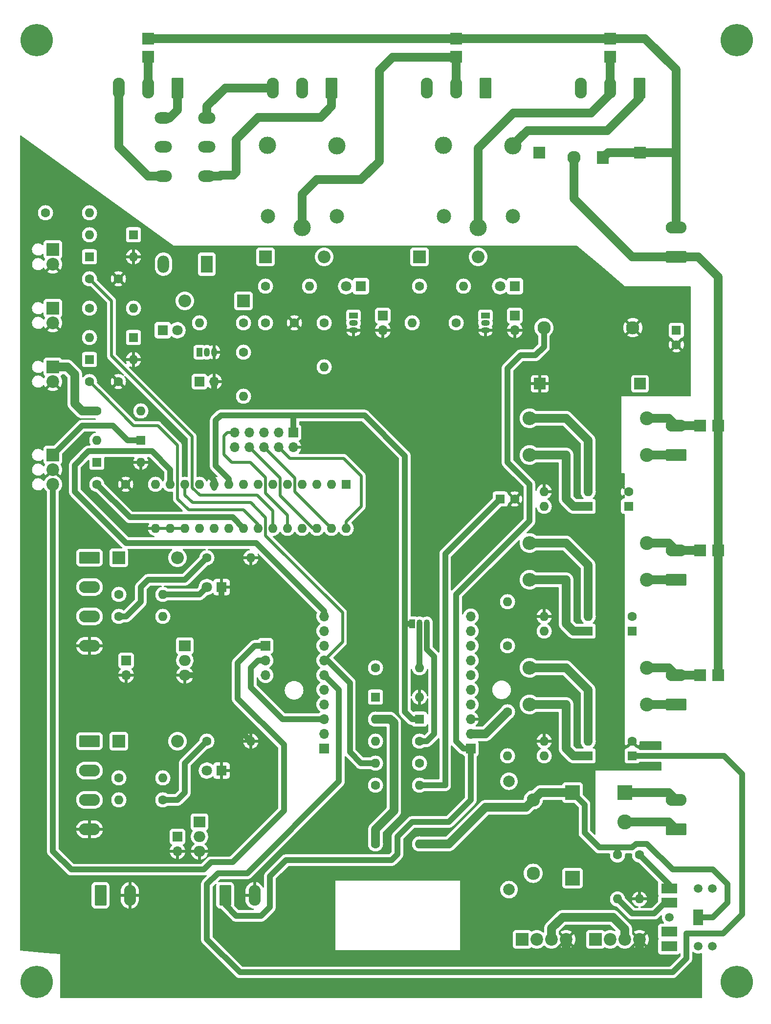
<source format=gbr>
%TF.GenerationSoftware,KiCad,Pcbnew,6.0.1-79c1e3a40b~116~ubuntu20.04.1*%
%TF.CreationDate,2022-01-16T20:57:57+01:00*%
%TF.ProjectId,NodeStandard,4e6f6465-5374-4616-9e64-6172642e6b69,V3.0*%
%TF.SameCoordinates,Original*%
%TF.FileFunction,Copper,L2,Bot*%
%TF.FilePolarity,Positive*%
%FSLAX46Y46*%
G04 Gerber Fmt 4.6, Leading zero omitted, Abs format (unit mm)*
G04 Created by KiCad (PCBNEW 6.0.1-79c1e3a40b~116~ubuntu20.04.1) date 2022-01-16 20:57:57*
%MOMM*%
%LPD*%
G01*
G04 APERTURE LIST*
G04 Aperture macros list*
%AMRoundRect*
0 Rectangle with rounded corners*
0 $1 Rounding radius*
0 $2 $3 $4 $5 $6 $7 $8 $9 X,Y pos of 4 corners*
0 Add a 4 corners polygon primitive as box body*
4,1,4,$2,$3,$4,$5,$6,$7,$8,$9,$2,$3,0*
0 Add four circle primitives for the rounded corners*
1,1,$1+$1,$2,$3*
1,1,$1+$1,$4,$5*
1,1,$1+$1,$6,$7*
1,1,$1+$1,$8,$9*
0 Add four rect primitives between the rounded corners*
20,1,$1+$1,$2,$3,$4,$5,0*
20,1,$1+$1,$4,$5,$6,$7,0*
20,1,$1+$1,$6,$7,$8,$9,0*
20,1,$1+$1,$8,$9,$2,$3,0*%
%AMFreePoly0*
4,1,5,1.000000,-1.000000,-1.000000,-1.000000,-1.000000,1.000000,1.000000,1.000000,1.000000,-1.000000,1.000000,-1.000000,$1*%
G04 Aperture macros list end*
%TA.AperFunction,ComponentPad*%
%ADD10R,2.800000X1.800000*%
%TD*%
%TA.AperFunction,ComponentPad*%
%ADD11R,1.800000X2.800000*%
%TD*%
%TA.AperFunction,WasherPad*%
%ADD12C,1.500000*%
%TD*%
%TA.AperFunction,ComponentPad*%
%ADD13C,1.600000*%
%TD*%
%TA.AperFunction,ComponentPad*%
%ADD14R,2.200000X2.200000*%
%TD*%
%TA.AperFunction,ComponentPad*%
%ADD15O,2.200000X2.200000*%
%TD*%
%TA.AperFunction,ComponentPad*%
%ADD16R,1.800000X1.800000*%
%TD*%
%TA.AperFunction,ComponentPad*%
%ADD17C,1.800000*%
%TD*%
%TA.AperFunction,ComponentPad*%
%ADD18R,1.600000X1.600000*%
%TD*%
%TA.AperFunction,ComponentPad*%
%ADD19O,1.600000X1.600000*%
%TD*%
%TA.AperFunction,ComponentPad*%
%ADD20R,1.700000X1.700000*%
%TD*%
%TA.AperFunction,ComponentPad*%
%ADD21O,1.700000X1.700000*%
%TD*%
%TA.AperFunction,ComponentPad*%
%ADD22RoundRect,0.249999X1.550001X-0.790001X1.550001X0.790001X-1.550001X0.790001X-1.550001X-0.790001X0*%
%TD*%
%TA.AperFunction,ComponentPad*%
%ADD23O,3.600000X2.080000*%
%TD*%
%TA.AperFunction,ComponentPad*%
%ADD24R,2.600000X2.600000*%
%TD*%
%TA.AperFunction,ComponentPad*%
%ADD25C,2.600000*%
%TD*%
%TA.AperFunction,ComponentPad*%
%ADD26C,2.200000*%
%TD*%
%TA.AperFunction,ComponentPad*%
%ADD27RoundRect,0.249999X0.790001X1.550001X-0.790001X1.550001X-0.790001X-1.550001X0.790001X-1.550001X0*%
%TD*%
%TA.AperFunction,ComponentPad*%
%ADD28O,2.080000X3.600000*%
%TD*%
%TA.AperFunction,ComponentPad*%
%ADD29RoundRect,0.249999X-1.550001X0.790001X-1.550001X-0.790001X1.550001X-0.790001X1.550001X0.790001X0*%
%TD*%
%TA.AperFunction,ComponentPad*%
%ADD30RoundRect,0.249999X-0.790001X-1.550001X0.790001X-1.550001X0.790001X1.550001X-0.790001X1.550001X0*%
%TD*%
%TA.AperFunction,ComponentPad*%
%ADD31C,3.000000*%
%TD*%
%TA.AperFunction,ComponentPad*%
%ADD32C,2.500000*%
%TD*%
%TA.AperFunction,ComponentPad*%
%ADD33O,3.000000X2.000000*%
%TD*%
%TA.AperFunction,ComponentPad*%
%ADD34R,2.000000X3.000000*%
%TD*%
%TA.AperFunction,ComponentPad*%
%ADD35O,2.000000X3.000000*%
%TD*%
%TA.AperFunction,ComponentPad*%
%ADD36C,2.300000*%
%TD*%
%TA.AperFunction,ComponentPad*%
%ADD37R,2.000000X2.300000*%
%TD*%
%TA.AperFunction,ComponentPad*%
%ADD38R,1.500000X1.050000*%
%TD*%
%TA.AperFunction,ComponentPad*%
%ADD39O,1.500000X1.050000*%
%TD*%
%TA.AperFunction,ComponentPad*%
%ADD40R,2.000000X1.905000*%
%TD*%
%TA.AperFunction,ComponentPad*%
%ADD41O,2.000000X1.905000*%
%TD*%
%TA.AperFunction,ComponentPad*%
%ADD42R,1.050000X1.500000*%
%TD*%
%TA.AperFunction,ComponentPad*%
%ADD43O,1.050000X1.500000*%
%TD*%
%TA.AperFunction,ComponentPad*%
%ADD44C,2.400000*%
%TD*%
%TA.AperFunction,ComponentPad*%
%ADD45O,2.400000X2.400000*%
%TD*%
%TA.AperFunction,ComponentPad*%
%ADD46C,5.600000*%
%TD*%
%TA.AperFunction,ComponentPad*%
%ADD47R,2.000000X2.000000*%
%TD*%
%TA.AperFunction,ComponentPad*%
%ADD48R,2.500000X2.500000*%
%TD*%
%TA.AperFunction,ComponentPad*%
%ADD49C,2.000000*%
%TD*%
%TA.AperFunction,SMDPad,CuDef*%
%ADD50FreePoly0,0.000000*%
%TD*%
%TA.AperFunction,SMDPad,CuDef*%
%ADD51FreePoly0,90.000000*%
%TD*%
%TA.AperFunction,Conductor*%
%ADD52C,1.000000*%
%TD*%
%TA.AperFunction,Conductor*%
%ADD53C,1.500000*%
%TD*%
%TA.AperFunction,Conductor*%
%ADD54C,0.500000*%
%TD*%
G04 APERTURE END LIST*
D10*
%TO.P,J2,RN*%
%TO.N,unconnected-(J2-PadRN)*%
X139115000Y-179665000D03*
%TO.P,J2,TN*%
%TO.N,Net-(J2-PadTN)*%
X139115000Y-174665000D03*
%TO.P,J2,R*%
%TO.N,unconnected-(J2-PadR)*%
X139115000Y-182165000D03*
%TO.P,J2,T*%
%TO.N,Net-(C1-Pad1)*%
X139115000Y-172165000D03*
D11*
%TO.P,J2,S*%
%TO.N,Net-(J2-PadS)*%
X144115000Y-177165000D03*
D12*
%TO.P,J2,*%
%TO.N,*%
X146615000Y-172165000D03*
X146615000Y-182165000D03*
X144115000Y-182165000D03*
X144115000Y-172165000D03*
X139115000Y-177165000D03*
%TD*%
D13*
%TO.P,C7,1*%
%TO.N,Switch1*%
X40005000Y-102235000D03*
%TO.P,C7,2*%
%TO.N,GND*%
X45005000Y-102235000D03*
%TD*%
%TO.P,C6,1*%
%TO.N,Switch2*%
X38735000Y-84455000D03*
%TO.P,C6,2*%
%TO.N,GND*%
X43735000Y-84455000D03*
%TD*%
%TO.P,C5,1*%
%TO.N,Switch3*%
X38735000Y-66675000D03*
%TO.P,C5,2*%
%TO.N,GND*%
X43735000Y-66675000D03*
%TD*%
%TO.P,C9,1*%
%TO.N,+5V*%
X69215000Y-74295000D03*
%TO.P,C9,2*%
%TO.N,GND*%
X74215000Y-74295000D03*
%TD*%
D14*
%TO.P,D5,1,K*%
%TO.N,+5V*%
X95885000Y-62865000D03*
D15*
%TO.P,D5,2,A*%
%TO.N,Net-(D3-Pad1)*%
X106045000Y-62865000D03*
%TD*%
D16*
%TO.P,D4,1,K*%
%TO.N,Net-(D4-Pad1)*%
X85725000Y-67945000D03*
D17*
%TO.P,D4,2,A*%
%TO.N,Net-(D4-Pad2)*%
X83185000Y-67945000D03*
%TD*%
D16*
%TO.P,D3,1,K*%
%TO.N,Net-(D3-Pad1)*%
X112395000Y-67945000D03*
D17*
%TO.P,D3,2,A*%
%TO.N,Net-(D3-Pad2)*%
X109855000Y-67945000D03*
%TD*%
D14*
%TO.P,D6,1,K*%
%TO.N,+5V*%
X69215000Y-62865000D03*
D15*
%TO.P,D6,2,A*%
%TO.N,Net-(D4-Pad1)*%
X79375000Y-62865000D03*
%TD*%
D16*
%TO.P,D13,1,K*%
%TO.N,GND*%
X61595000Y-151765000D03*
D17*
%TO.P,D13,2,A*%
%TO.N,Net-(D13-Pad2)*%
X59055000Y-151765000D03*
%TD*%
D16*
%TO.P,D14,1,K*%
%TO.N,GND*%
X61595000Y-120015000D03*
D17*
%TO.P,D14,2,A*%
%TO.N,Net-(D14-Pad2)*%
X59055000Y-120015000D03*
%TD*%
D14*
%TO.P,D15,1,K*%
%TO.N,Net-(D15-Pad1)*%
X43815000Y-146685000D03*
D15*
%TO.P,D15,2,A*%
%TO.N,Net-(D15-Pad2)*%
X53975000Y-146685000D03*
%TD*%
D14*
%TO.P,D16,1,K*%
%TO.N,Net-(D16-Pad1)*%
X43815000Y-114935000D03*
D15*
%TO.P,D16,2,A*%
%TO.N,Net-(D16-Pad2)*%
X53975000Y-114935000D03*
%TD*%
D18*
%TO.P,D1,1,K*%
%TO.N,+3V3*%
X95885000Y-142875000D03*
D19*
%TO.P,D1,2,A*%
%TO.N,Net-(D1-Pad2)*%
X88265000Y-142875000D03*
%TD*%
D18*
%TO.P,D2,1,K*%
%TO.N,Net-(D1-Pad2)*%
X88265000Y-139065000D03*
D19*
%TO.P,D2,2,A*%
%TO.N,GND*%
X95885000Y-139065000D03*
%TD*%
D18*
%TO.P,D7,1,K*%
%TO.N,+3V3*%
X47625000Y-94615000D03*
D19*
%TO.P,D7,2,A*%
%TO.N,Switch1*%
X40005000Y-94615000D03*
%TD*%
D18*
%TO.P,D8,1,K*%
%TO.N,Switch1*%
X40005000Y-98425000D03*
D19*
%TO.P,D8,2,A*%
%TO.N,GND*%
X47625000Y-98425000D03*
%TD*%
D18*
%TO.P,D9,1,K*%
%TO.N,+3V3*%
X46355000Y-76835000D03*
D19*
%TO.P,D9,2,A*%
%TO.N,Switch2*%
X38735000Y-76835000D03*
%TD*%
D18*
%TO.P,D10,1,K*%
%TO.N,Switch2*%
X38735000Y-80645000D03*
D19*
%TO.P,D10,2,A*%
%TO.N,GND*%
X46355000Y-80645000D03*
%TD*%
D18*
%TO.P,D11,1,K*%
%TO.N,+3V3*%
X46355000Y-59055000D03*
D19*
%TO.P,D11,2,A*%
%TO.N,Switch3*%
X38735000Y-59055000D03*
%TD*%
D18*
%TO.P,D12,1,K*%
%TO.N,Switch3*%
X38735000Y-62865000D03*
D19*
%TO.P,D12,2,A*%
%TO.N,GND*%
X46355000Y-62865000D03*
%TD*%
D16*
%TO.P,D17,1,K*%
%TO.N,Net-(D17-Pad1)*%
X51435000Y-75565000D03*
D17*
%TO.P,D17,2,A*%
%TO.N,Net-(D17-Pad2)*%
X53975000Y-75565000D03*
%TD*%
D14*
%TO.P,D18,1,K*%
%TO.N,+5V*%
X65405000Y-70485000D03*
D15*
%TO.P,D18,2,A*%
%TO.N,Net-(D17-Pad1)*%
X55245000Y-70485000D03*
%TD*%
D20*
%TO.P,J4,1,Pin_1*%
%TO.N,+5V*%
X104775000Y-147955000D03*
D21*
%TO.P,J4,2,Pin_2*%
%TO.N,+3V3*%
X104775000Y-145415000D03*
%TO.P,J4,3,Pin_3*%
%TO.N,GND*%
X104775000Y-142875000D03*
%TO.P,J4,4,Pin_4*%
%TO.N,unconnected-(J4-Pad4)*%
X104775000Y-140335000D03*
%TO.P,J4,5,Pin_5*%
%TO.N,unconnected-(J4-Pad5)*%
X104775000Y-137795000D03*
%TO.P,J4,6,Pin_6*%
%TO.N,unconnected-(J4-Pad6)*%
X104775000Y-135255000D03*
%TO.P,J4,7,Pin_7*%
%TO.N,unconnected-(J4-Pad7)*%
X104775000Y-132715000D03*
%TO.P,J4,8,Pin_8*%
%TO.N,unconnected-(J4-Pad8)*%
X104775000Y-130175000D03*
%TO.P,J4,9,Pin_9*%
%TO.N,unconnected-(J4-Pad9)*%
X104775000Y-127635000D03*
%TO.P,J4,10,Pin_10*%
%TO.N,unconnected-(J4-Pad10)*%
X104775000Y-125095000D03*
%TD*%
D20*
%TO.P,J7,1,Pin_1*%
%TO.N,GPI39*%
X79375000Y-147955000D03*
D21*
%TO.P,J7,2,Pin_2*%
%TO.N,GPI36_U1RXD*%
X79375000Y-145415000D03*
%TO.P,J7,3,Pin_3*%
%TO.N,GPI35*%
X79375000Y-142875000D03*
%TO.P,J7,4,Pin_4*%
%TO.N,GPI34_BUT1*%
X79375000Y-140335000D03*
%TO.P,J7,5,Pin_5*%
%TO.N,GPIO33*%
X79375000Y-137795000D03*
%TO.P,J7,6,Pin_6*%
%TO.N,GPIO32*%
X79375000Y-135255000D03*
%TO.P,J7,7,Pin_7*%
%TO.N,GPIO16_I2C-SCL*%
X79375000Y-132715000D03*
%TO.P,J7,8,Pin_8*%
%TO.N,GPIO15_HS2_CMD*%
X79375000Y-130175000D03*
%TO.P,J7,9,Pin_9*%
%TO.N,GPIO14_HS2_CLK*%
X79375000Y-127635000D03*
%TO.P,J7,10,Pin_10*%
%TO.N,GPIO13_I2C-SDA*%
X79375000Y-125095000D03*
%TD*%
D22*
%TO.P,J1,1,Pin_1*%
%TO.N,Net-(J1-Pad1)*%
X140335000Y-161925000D03*
D23*
%TO.P,J1,2,Pin_2*%
%TO.N,Net-(J1-Pad2)*%
X140335000Y-156845000D03*
%TD*%
D24*
%TO.P,J3,1,Pin_1*%
%TO.N,Net-(J1-Pad2)*%
X131445000Y-155575000D03*
D25*
%TO.P,J3,2,Pin_2*%
%TO.N,Net-(J1-Pad1)*%
X131445000Y-160655000D03*
%TD*%
D14*
%TO.P,J5,1,Pin_1*%
%TO.N,GPIO13_I2C-SDA*%
X126365000Y-180975000D03*
D26*
%TO.P,J5,2,Pin_2*%
%TO.N,GPIO16_I2C-SCL*%
X128905000Y-180975000D03*
%TO.P,J5,3,Pin_3*%
%TO.N,Net-(J5-Pad3)*%
X131445000Y-180975000D03*
%TO.P,J5,4,Pin_4*%
%TO.N,GND*%
X133985000Y-180975000D03*
%TD*%
D14*
%TO.P,J6,1,Pin_1*%
%TO.N,GPIO16_I2C-SCL*%
X113665000Y-180975000D03*
D26*
%TO.P,J6,2,Pin_2*%
%TO.N,GPIO13_I2C-SDA*%
X116205000Y-180975000D03*
%TO.P,J6,3,Pin_3*%
%TO.N,Net-(J5-Pad3)*%
X118745000Y-180975000D03*
%TO.P,J6,4,Pin_4*%
%TO.N,GND*%
X121285000Y-180975000D03*
%TD*%
D20*
%TO.P,J9,1,Pin_1*%
%TO.N,Net-(D4-Pad1)*%
X89535000Y-73025000D03*
D21*
%TO.P,J9,2,Pin_2*%
%TO.N,GND*%
X89535000Y-75565000D03*
%TD*%
D22*
%TO.P,J12,1,Pin_1*%
%TO.N,Net-(J12-Pad1)*%
X140335000Y-97155000D03*
D23*
%TO.P,J12,2,Pin_2*%
%TO.N,Net-(J12-Pad2)*%
X140335000Y-92075000D03*
%TD*%
D27*
%TO.P,J13,1,Pin_1*%
%TO.N,Net-(J13-Pad1)*%
X133985000Y-33655000D03*
D28*
%TO.P,J13,2,Pin_2*%
%TO.N,Net-(J13-Pad2)*%
X128905000Y-33655000D03*
%TO.P,J13,3,Pin_3*%
%TO.N,Net-(J13-Pad3)*%
X123825000Y-33655000D03*
%TD*%
D27*
%TO.P,J14,1,Pin_1*%
%TO.N,Net-(J14-Pad1)*%
X107315000Y-33655000D03*
D28*
%TO.P,J14,2,Pin_2*%
%TO.N,Net-(J14-Pad2)*%
X102235000Y-33655000D03*
%TO.P,J14,3,Pin_3*%
%TO.N,Net-(J14-Pad3)*%
X97155000Y-33655000D03*
%TD*%
D22*
%TO.P,J10,1,Pin_1*%
%TO.N,Net-(J10-Pad1)*%
X140335000Y-140335000D03*
D23*
%TO.P,J10,2,Pin_2*%
%TO.N,Net-(J10-Pad2)*%
X140335000Y-135255000D03*
%TD*%
D22*
%TO.P,J11,1,Pin_1*%
%TO.N,Net-(J11-Pad1)*%
X140335000Y-118745000D03*
D23*
%TO.P,J11,2,Pin_2*%
%TO.N,Net-(J11-Pad2)*%
X140335000Y-113665000D03*
%TD*%
D14*
%TO.P,J17,1,Pin_1*%
%TO.N,Net-(J17-Pad1)*%
X32385000Y-81915000D03*
D26*
%TO.P,J17,2,Pin_2*%
%TO.N,GND*%
X32385000Y-84455000D03*
%TD*%
D14*
%TO.P,J16,1,Pin_1*%
%TO.N,Net-(J16-Pad1)*%
X32385000Y-71755000D03*
D26*
%TO.P,J16,2,Pin_2*%
%TO.N,GND*%
X32385000Y-74295000D03*
%TD*%
D14*
%TO.P,J15,1,Pin_1*%
%TO.N,Net-(J15-Pad1)*%
X32385000Y-61595000D03*
D26*
%TO.P,J15,2,Pin_2*%
%TO.N,GND*%
X32385000Y-64135000D03*
%TD*%
D20*
%TO.P,J18,1,Pin_1*%
%TO.N,Net-(D15-Pad2)*%
X53975000Y-163195000D03*
D21*
%TO.P,J18,2,Pin_2*%
%TO.N,GND*%
X53975000Y-165735000D03*
%TD*%
D20*
%TO.P,J8,1,Pin_1*%
%TO.N,Net-(D3-Pad1)*%
X112395000Y-73025000D03*
D21*
%TO.P,J8,2,Pin_2*%
%TO.N,GND*%
X112395000Y-75565000D03*
%TD*%
D20*
%TO.P,J19,1,Pin_1*%
%TO.N,Net-(D16-Pad2)*%
X45085000Y-132715000D03*
D21*
%TO.P,J19,2,Pin_2*%
%TO.N,GND*%
X45085000Y-135255000D03*
%TD*%
D29*
%TO.P,J20,1,Pin_1*%
%TO.N,Net-(D15-Pad1)*%
X38735000Y-146685000D03*
D23*
%TO.P,J20,2,Pin_2*%
X38735000Y-151765000D03*
%TO.P,J20,3,Pin_3*%
%TO.N,Net-(D15-Pad2)*%
X38735000Y-156845000D03*
%TO.P,J20,4,Pin_4*%
%TO.N,GND*%
X38735000Y-161925000D03*
%TD*%
D29*
%TO.P,J21,1,Pin_1*%
%TO.N,Net-(D16-Pad1)*%
X38735000Y-114935000D03*
D23*
%TO.P,J21,2,Pin_2*%
X38735000Y-120015000D03*
%TO.P,J21,3,Pin_3*%
%TO.N,Net-(D16-Pad2)*%
X38735000Y-125095000D03*
%TO.P,J21,4,Pin_4*%
%TO.N,GND*%
X38735000Y-130175000D03*
%TD*%
D22*
%TO.P,J25,1,Pin_1*%
%TO.N,230VAC-N*%
X140335000Y-62865000D03*
D23*
%TO.P,J25,2,Pin_2*%
%TO.N,230VAC-L*%
X140335000Y-57785000D03*
%TD*%
D30*
%TO.P,J26,1,Pin_1*%
%TO.N,+5V*%
X62230000Y-173355000D03*
D28*
%TO.P,J26,2,Pin_2*%
%TO.N,GND*%
X67310000Y-173355000D03*
%TD*%
D30*
%TO.P,J27,1,Pin_1*%
%TO.N,ExternalDCPower*%
X40640000Y-173355000D03*
D28*
%TO.P,J27,2,Pin_2*%
%TO.N,GND*%
X45720000Y-173355000D03*
%TD*%
D20*
%TO.P,J22,1,Pin_1*%
%TO.N,Net-(D17-Pad1)*%
X57785000Y-84455000D03*
D21*
%TO.P,J22,2,Pin_2*%
%TO.N,GND*%
X60325000Y-84455000D03*
%TD*%
D27*
%TO.P,J23,1,Pin_1*%
%TO.N,Net-(J23-Pad1)*%
X80645000Y-33655000D03*
D28*
%TO.P,J23,2,Pin_2*%
%TO.N,Net-(J23-Pad2)*%
X75565000Y-33655000D03*
%TO.P,J23,3,Pin_3*%
%TO.N,Net-(J23-Pad3)*%
X70485000Y-33655000D03*
%TD*%
D27*
%TO.P,J24,1,Pin_1*%
%TO.N,Net-(J24-Pad1)*%
X53975000Y-33655000D03*
D28*
%TO.P,J24,2,Pin_2*%
%TO.N,Net-(J24-Pad2)*%
X48895000Y-33655000D03*
%TO.P,J24,3,Pin_3*%
%TO.N,Net-(J24-Pad3)*%
X43815000Y-33655000D03*
%TD*%
D31*
%TO.P,K1,1*%
%TO.N,Net-(J13-Pad2)*%
X106045000Y-57785000D03*
D32*
%TO.P,K1,2*%
%TO.N,Net-(D3-Pad1)*%
X112095000Y-55835000D03*
D31*
%TO.P,K1,3*%
%TO.N,Net-(J13-Pad1)*%
X112095000Y-43635000D03*
%TO.P,K1,4*%
%TO.N,Net-(J13-Pad3)*%
X100045000Y-43585000D03*
D32*
%TO.P,K1,5*%
%TO.N,+5V*%
X100095000Y-55835000D03*
%TD*%
D31*
%TO.P,K2,1*%
%TO.N,Net-(J14-Pad2)*%
X75565000Y-57785000D03*
D32*
%TO.P,K2,2*%
%TO.N,Net-(D4-Pad1)*%
X81615000Y-55835000D03*
D31*
%TO.P,K2,3*%
%TO.N,Net-(J14-Pad1)*%
X81615000Y-43635000D03*
%TO.P,K2,4*%
%TO.N,Net-(J14-Pad3)*%
X69565000Y-43585000D03*
D32*
%TO.P,K2,5*%
%TO.N,+5V*%
X69615000Y-55835000D03*
%TD*%
D33*
%TO.P,K3,11*%
%TO.N,Net-(J23-Pad2)*%
X59055000Y-43835000D03*
%TO.P,K3,12*%
%TO.N,Net-(J23-Pad1)*%
X59055000Y-48875000D03*
%TO.P,K3,14*%
%TO.N,Net-(J23-Pad3)*%
X59055000Y-38795000D03*
%TO.P,K3,21*%
%TO.N,Net-(J24-Pad2)*%
X51555000Y-43835000D03*
%TO.P,K3,22*%
%TO.N,Net-(J24-Pad3)*%
X51555000Y-48875000D03*
%TO.P,K3,24*%
%TO.N,Net-(J24-Pad1)*%
X51555000Y-38795000D03*
D34*
%TO.P,K3,A1*%
%TO.N,+5V*%
X59055000Y-64135000D03*
D35*
%TO.P,K3,A2*%
%TO.N,Net-(D17-Pad1)*%
X51555000Y-64135000D03*
%TD*%
D36*
%TO.P,L1,1,1*%
%TO.N,Net-(J2-PadTN)*%
X115570000Y-169545000D03*
%TO.P,L1,2,2*%
%TO.N,Net-(J2-PadS)*%
X115570000Y-156845000D03*
%TD*%
D18*
%TO.P,OK1,1,AC1*%
%TO.N,Net-(OK1-Pad1)*%
X125095000Y-149225000D03*
D19*
%TO.P,OK1,2,AC2*%
%TO.N,Net-(OK1-Pad2)*%
X125095000Y-146685000D03*
%TO.P,OK1,3,E*%
%TO.N,GND*%
X117475000Y-146685000D03*
%TO.P,OK1,4,C*%
%TO.N,GPIO32*%
X117475000Y-149225000D03*
%TD*%
D18*
%TO.P,OK2,1,AC1*%
%TO.N,Net-(OK2-Pad1)*%
X125095000Y-127635000D03*
D19*
%TO.P,OK2,2,AC2*%
%TO.N,Net-(OK2-Pad2)*%
X125095000Y-125095000D03*
%TO.P,OK2,3,E*%
%TO.N,GND*%
X117475000Y-125095000D03*
%TO.P,OK2,4,C*%
%TO.N,GPIO33*%
X117475000Y-127635000D03*
%TD*%
D18*
%TO.P,OK3,1,AC1*%
%TO.N,Net-(OK3-Pad1)*%
X125095000Y-106045000D03*
D19*
%TO.P,OK3,2,AC2*%
%TO.N,Net-(OK3-Pad2)*%
X125095000Y-103505000D03*
%TO.P,OK3,3,E*%
%TO.N,GND*%
X117475000Y-103505000D03*
%TO.P,OK3,4,C*%
%TO.N,GPI36_U1RXD*%
X117475000Y-106045000D03*
%TD*%
D37*
%TO.P,PS1,1,AC/L*%
%TO.N,230VAC-L*%
X127635000Y-45720000D03*
D36*
%TO.P,PS1,2,AC/N*%
%TO.N,230VAC-N*%
X122635000Y-45720000D03*
%TO.P,PS1,3,-Vout*%
%TO.N,GND*%
X132835000Y-75120000D03*
%TO.P,PS1,4,+Vout*%
%TO.N,+5V*%
X117435000Y-75120000D03*
%TD*%
D38*
%TO.P,Q2,1,C*%
%TO.N,Net-(D4-Pad1)*%
X84455000Y-73025000D03*
D39*
%TO.P,Q2,2,B*%
%TO.N,Net-(Q2-Pad2)*%
X84455000Y-74295000D03*
%TO.P,Q2,3,E*%
%TO.N,GND*%
X84455000Y-75565000D03*
%TD*%
D38*
%TO.P,Q1,1,C*%
%TO.N,Net-(D3-Pad1)*%
X107315000Y-73025000D03*
D39*
%TO.P,Q1,2,B*%
%TO.N,Net-(Q1-Pad2)*%
X107315000Y-74295000D03*
%TO.P,Q1,3,E*%
%TO.N,GND*%
X107315000Y-75565000D03*
%TD*%
D40*
%TO.P,Q3,1,G*%
%TO.N,Net-(Q3-Pad1)*%
X57785000Y-160655000D03*
D41*
%TO.P,Q3,2,D*%
%TO.N,Net-(D15-Pad2)*%
X57785000Y-163195000D03*
%TO.P,Q3,3,S*%
%TO.N,GND*%
X57785000Y-165735000D03*
%TD*%
D40*
%TO.P,Q4,1,G*%
%TO.N,Net-(Q4-Pad1)*%
X55245000Y-130175000D03*
D41*
%TO.P,Q4,2,D*%
%TO.N,Net-(D16-Pad2)*%
X55245000Y-132715000D03*
%TO.P,Q4,3,S*%
%TO.N,GND*%
X55245000Y-135255000D03*
%TD*%
D42*
%TO.P,Q5,1,C*%
%TO.N,Net-(D17-Pad1)*%
X57785000Y-79375000D03*
D43*
%TO.P,Q5,2,B*%
%TO.N,Net-(Q5-Pad2)*%
X59055000Y-79375000D03*
%TO.P,Q5,3,E*%
%TO.N,GND*%
X60325000Y-79375000D03*
%TD*%
D13*
%TO.P,R1,1*%
%TO.N,Net-(J2-PadS)*%
X130175000Y-166370000D03*
D19*
%TO.P,R1,2*%
%TO.N,Net-(J2-PadTN)*%
X130175000Y-173990000D03*
%TD*%
D13*
%TO.P,R2,1*%
%TO.N,Net-(J5-Pad3)*%
X95885000Y-146685000D03*
D19*
%TO.P,R2,2*%
%TO.N,GPIO13_I2C-SDA*%
X88265000Y-146685000D03*
%TD*%
D13*
%TO.P,R21,1*%
%TO.N,Net-(J17-Pad1)*%
X40005000Y-89535000D03*
D19*
%TO.P,R21,2*%
%TO.N,Switch1*%
X47625000Y-89535000D03*
%TD*%
D13*
%TO.P,R4,1*%
%TO.N,Net-(J5-Pad3)*%
X95885000Y-150495000D03*
D19*
%TO.P,R4,2*%
%TO.N,GPIO16_I2C-SCL*%
X88265000Y-150495000D03*
%TD*%
D13*
%TO.P,R5,1*%
%TO.N,+3V3*%
X88265000Y-154305000D03*
D19*
%TO.P,R5,2*%
%TO.N,Net-(C1-Pad1)*%
X95885000Y-154305000D03*
%TD*%
D44*
%TO.P,R14,1*%
%TO.N,Net-(J10-Pad2)*%
X135255000Y-133985000D03*
D45*
%TO.P,R14,2*%
%TO.N,Net-(OK1-Pad2)*%
X114935000Y-133985000D03*
%TD*%
D44*
%TO.P,R13,1*%
%TO.N,Net-(J10-Pad1)*%
X135255000Y-140335000D03*
D45*
%TO.P,R13,2*%
%TO.N,Net-(OK1-Pad1)*%
X114935000Y-140335000D03*
%TD*%
D44*
%TO.P,R16,1*%
%TO.N,Net-(J11-Pad2)*%
X135255000Y-112395000D03*
D45*
%TO.P,R16,2*%
%TO.N,Net-(OK2-Pad2)*%
X114935000Y-112395000D03*
%TD*%
D44*
%TO.P,R15,1*%
%TO.N,Net-(J11-Pad1)*%
X135255000Y-118745000D03*
D45*
%TO.P,R15,2*%
%TO.N,Net-(OK2-Pad1)*%
X114935000Y-118745000D03*
%TD*%
D13*
%TO.P,R11,1*%
%TO.N,+5V*%
X95885000Y-67945000D03*
D19*
%TO.P,R11,2*%
%TO.N,Net-(D3-Pad2)*%
X103505000Y-67945000D03*
%TD*%
D13*
%TO.P,R9,1*%
%TO.N,Net-(Q1-Pad2)*%
X102235000Y-74295000D03*
D19*
%TO.P,R9,2*%
%TO.N,Relay1*%
X94615000Y-74295000D03*
%TD*%
D13*
%TO.P,R6,1*%
%TO.N,Net-(C1-Pad1)*%
X133985000Y-166370000D03*
D19*
%TO.P,R6,2*%
%TO.N,GND*%
X133985000Y-173990000D03*
%TD*%
D13*
%TO.P,R10,1*%
%TO.N,Net-(Q2-Pad2)*%
X79375000Y-74295000D03*
D19*
%TO.P,R10,2*%
%TO.N,Relay2*%
X79375000Y-81915000D03*
%TD*%
D13*
%TO.P,R12,1*%
%TO.N,+5V*%
X69215000Y-67945000D03*
D19*
%TO.P,R12,2*%
%TO.N,Net-(D4-Pad2)*%
X76835000Y-67945000D03*
%TD*%
D44*
%TO.P,R17,1*%
%TO.N,Net-(J12-Pad1)*%
X135255000Y-97155000D03*
D45*
%TO.P,R17,2*%
%TO.N,Net-(OK3-Pad1)*%
X114935000Y-97155000D03*
%TD*%
D44*
%TO.P,R18,1*%
%TO.N,Net-(J12-Pad2)*%
X135255000Y-90805000D03*
D45*
%TO.P,R18,2*%
%TO.N,Net-(OK3-Pad2)*%
X114935000Y-90805000D03*
%TD*%
D13*
%TO.P,R22,1*%
%TO.N,FET1*%
X43815000Y-153035000D03*
D19*
%TO.P,R22,2*%
%TO.N,Net-(D13-Pad2)*%
X51435000Y-153035000D03*
%TD*%
D13*
%TO.P,R23,1*%
%TO.N,FET2*%
X43815000Y-121285000D03*
D19*
%TO.P,R23,2*%
%TO.N,Net-(D14-Pad2)*%
X51435000Y-121285000D03*
%TD*%
D13*
%TO.P,R20,1*%
%TO.N,Net-(J16-Pad1)*%
X38735000Y-71755000D03*
D19*
%TO.P,R20,2*%
%TO.N,Switch2*%
X46355000Y-71755000D03*
%TD*%
D13*
%TO.P,R19,1*%
%TO.N,Net-(J15-Pad1)*%
X31115000Y-55245000D03*
D19*
%TO.P,R19,2*%
%TO.N,Switch3*%
X38735000Y-55245000D03*
%TD*%
D13*
%TO.P,R24,1*%
%TO.N,Net-(Q3-Pad1)*%
X51435000Y-156845000D03*
D19*
%TO.P,R24,2*%
%TO.N,FET1*%
X43815000Y-156845000D03*
%TD*%
D13*
%TO.P,R25,1*%
%TO.N,Net-(Q4-Pad1)*%
X43815000Y-125095000D03*
D19*
%TO.P,R25,2*%
%TO.N,FET2*%
X51435000Y-125095000D03*
%TD*%
D13*
%TO.P,R26,1*%
%TO.N,Net-(Q3-Pad1)*%
X59055000Y-146685000D03*
D19*
%TO.P,R26,2*%
%TO.N,GND*%
X66675000Y-146685000D03*
%TD*%
D13*
%TO.P,R27,1*%
%TO.N,Net-(Q4-Pad1)*%
X59055000Y-114935000D03*
D19*
%TO.P,R27,2*%
%TO.N,GND*%
X66675000Y-114935000D03*
%TD*%
D13*
%TO.P,R3,1*%
%TO.N,Net-(D1-Pad2)*%
X88265000Y-164465000D03*
D19*
%TO.P,R3,2*%
%TO.N,Net-(J2-PadS)*%
X95885000Y-164465000D03*
%TD*%
D13*
%TO.P,R7,1*%
%TO.N,+3V3*%
X111125000Y-141605000D03*
D19*
%TO.P,R7,2*%
%TO.N,GPIO32*%
X111125000Y-149225000D03*
%TD*%
D13*
%TO.P,R8,1*%
%TO.N,+3V3*%
X111125000Y-130175000D03*
D19*
%TO.P,R8,2*%
%TO.N,GPIO33*%
X111125000Y-122555000D03*
%TD*%
D13*
%TO.P,R28,1*%
%TO.N,Net-(Q5-Pad2)*%
X65405000Y-79375000D03*
D19*
%TO.P,R28,2*%
%TO.N,Relay3*%
X65405000Y-86995000D03*
%TD*%
D13*
%TO.P,R29,1*%
%TO.N,+5V*%
X65405000Y-74295000D03*
D19*
%TO.P,R29,2*%
%TO.N,Net-(D17-Pad2)*%
X57785000Y-74295000D03*
%TD*%
D18*
%TO.P,U1,1,GPB0*%
%TO.N,Relay1*%
X83185000Y-102235000D03*
D19*
%TO.P,U1,2,GPB1*%
%TO.N,Relay2*%
X80645000Y-102235000D03*
%TO.P,U1,3,GPB2*%
%TO.N,Relay3*%
X78105000Y-102235000D03*
%TO.P,U1,4,GPB3*%
%TO.N,FET1*%
X75565000Y-102235000D03*
%TO.P,U1,5,GPB4*%
%TO.N,FET2*%
X73025000Y-102235000D03*
%TO.P,U1,6,GPB5*%
%TO.N,Net-(J30-Pad3)*%
X70485000Y-102235000D03*
%TO.P,U1,7,GPB6*%
%TO.N,Net-(J30-Pad5)*%
X67945000Y-102235000D03*
%TO.P,U1,8,GPB7*%
%TO.N,Net-(J30-Pad7)*%
X65405000Y-102235000D03*
%TO.P,U1,9,VDD*%
%TO.N,+3V3*%
X62865000Y-102235000D03*
%TO.P,U1,10,VSS*%
%TO.N,GND*%
X60325000Y-102235000D03*
%TO.P,U1,11,NC*%
%TO.N,unconnected-(U1-Pad11)*%
X57785000Y-102235000D03*
%TO.P,U1,12,SCK*%
%TO.N,GPIO16_I2C-SCL*%
X55245000Y-102235000D03*
%TO.P,U1,13,SDA*%
%TO.N,GPIO13_I2C-SDA*%
X52705000Y-102235000D03*
%TO.P,U1,14,NC*%
%TO.N,unconnected-(U1-Pad14)*%
X50165000Y-102235000D03*
%TO.P,U1,15,A0*%
%TO.N,GND*%
X50165000Y-109855000D03*
%TO.P,U1,16,A1*%
X52705000Y-109855000D03*
%TO.P,U1,17,A2*%
X55245000Y-109855000D03*
%TO.P,U1,18,~{RESET}*%
%TO.N,+3V3*%
X57785000Y-109855000D03*
%TO.P,U1,19,INTB*%
%TO.N,unconnected-(U1-Pad19)*%
X60325000Y-109855000D03*
%TO.P,U1,20,INTA*%
%TO.N,unconnected-(U1-Pad20)*%
X62865000Y-109855000D03*
%TO.P,U1,21,GPA0*%
%TO.N,Switch1*%
X65405000Y-109855000D03*
%TO.P,U1,22,GPA1*%
%TO.N,Switch2*%
X67945000Y-109855000D03*
%TO.P,U1,23,GPA2*%
%TO.N,Switch3*%
X70485000Y-109855000D03*
%TO.P,U1,24,GPA3*%
%TO.N,Net-(J30-Pad9)*%
X73025000Y-109855000D03*
%TO.P,U1,25,GPA4*%
%TO.N,Net-(J30-Pad10)*%
X75565000Y-109855000D03*
%TO.P,U1,26,GPA5*%
%TO.N,Net-(J30-Pad8)*%
X78105000Y-109855000D03*
%TO.P,U1,27,GPA6*%
%TO.N,Net-(J30-Pad6)*%
X80645000Y-109855000D03*
%TO.P,U1,28,GPA7*%
%TO.N,Net-(J30-Pad4)*%
X83185000Y-109855000D03*
%TD*%
D14*
%TO.P,J28,1,Pin_1*%
%TO.N,+3V3*%
X32385000Y-97155000D03*
D26*
%TO.P,J28,2,Pin_2*%
%TO.N,GND*%
X32385000Y-99695000D03*
%TO.P,J28,3,Pin_3*%
%TO.N,Net-(J28-Pad3)*%
X32385000Y-102235000D03*
%TD*%
D20*
%TO.P,J29,1,Pin_1*%
%TO.N,Net-(J28-Pad3)*%
X69215000Y-130175000D03*
D21*
%TO.P,J29,2,Pin_2*%
%TO.N,GPI35*%
X69215000Y-132715000D03*
%TO.P,J29,3,Pin_3*%
%TO.N,Net-(D1-Pad2)*%
X69215000Y-135255000D03*
%TD*%
D46*
%TO.P,REF\u002A\u002A,1*%
%TO.N,N/C*%
X29591000Y-25400000D03*
%TD*%
%TO.P,REF\u002A\u002A,1*%
%TO.N,N/C*%
X150812500Y-25400000D03*
%TD*%
%TO.P,REF\u002A\u002A,1*%
%TO.N,N/C*%
X29591000Y-188341000D03*
%TD*%
%TO.P,REF\u002A\u002A,1*%
%TO.N,N/C*%
X150812500Y-188341000D03*
%TD*%
D42*
%TO.P,Q6,1,E*%
%TO.N,+3V3*%
X94615000Y-126365000D03*
D43*
%TO.P,Q6,2,B*%
%TO.N,Net-(Q6-Pad2)*%
X95885000Y-126365000D03*
%TO.P,Q6,3,C*%
%TO.N,Net-(J5-Pad3)*%
X97155000Y-126365000D03*
%TD*%
D13*
%TO.P,R30,1*%
%TO.N,GPIO15_HS2_CMD*%
X88265000Y-133985000D03*
D19*
%TO.P,R30,2*%
%TO.N,Net-(Q6-Pad2)*%
X95885000Y-133985000D03*
%TD*%
D47*
%TO.P,LM2596IN+1,1,1*%
%TO.N,230VAC-L*%
X134086000Y-44831000D03*
%TD*%
%TO.P,LM2596IN-1,1,1*%
%TO.N,230VAC-N*%
X116586000Y-44831000D03*
%TD*%
%TO.P,LM2596Out+1,1,1*%
%TO.N,+5V*%
X134086000Y-84831000D03*
%TD*%
%TO.P,LM2596Out-1,1,1*%
%TO.N,GND*%
X116713000Y-84831000D03*
%TD*%
D48*
%TO.P,TP5,1,1*%
%TO.N,Net-(J2-PadTN)*%
X122380000Y-170375000D03*
%TD*%
%TO.P,TP6,1,1*%
%TO.N,Net-(J2-PadS)*%
X122380000Y-155575000D03*
%TD*%
D49*
%TO.P,REF\u002A\u002A,1*%
%TO.N,N/C*%
X111380000Y-153615000D03*
%TD*%
%TO.P,REF\u002A\u002A,1*%
%TO.N,N/C*%
X111380000Y-172375000D03*
%TD*%
D18*
%TO.P,C3,1*%
%TO.N,GPIO33*%
X132740400Y-127623580D03*
D13*
%TO.P,C3,2*%
%TO.N,GND*%
X132740400Y-125123580D03*
%TD*%
D18*
%TO.P,C8,1*%
%TO.N,+5V*%
X140360400Y-75576421D03*
D13*
%TO.P,C8,2*%
%TO.N,GND*%
X140360400Y-78076421D03*
%TD*%
D18*
%TO.P,C4,1*%
%TO.N,GPI36_U1RXD*%
X132080000Y-106033580D03*
D13*
%TO.P,C4,2*%
%TO.N,GND*%
X132080000Y-103533580D03*
%TD*%
D18*
%TO.P,C2,1*%
%TO.N,GPIO32*%
X132715000Y-149213580D03*
D13*
%TO.P,C2,2*%
%TO.N,GND*%
X132715000Y-146713580D03*
%TD*%
D18*
%TO.P,C1,1*%
%TO.N,Net-(C1-Pad1)*%
X109866421Y-104775000D03*
D13*
%TO.P,C1,2*%
%TO.N,GND*%
X112366421Y-104775000D03*
%TD*%
D20*
%TO.P,J30,1,Pin_1*%
%TO.N,+3V3*%
X74061400Y-93263800D03*
D21*
%TO.P,J30,2,Pin_2*%
%TO.N,GND*%
X74061400Y-95803800D03*
%TO.P,J30,3,Pin_3*%
%TO.N,Net-(J30-Pad3)*%
X71521400Y-93263800D03*
%TO.P,J30,4,Pin_4*%
%TO.N,Net-(J30-Pad4)*%
X71521400Y-95803800D03*
%TO.P,J30,5,Pin_5*%
%TO.N,Net-(J30-Pad5)*%
X68981400Y-93263800D03*
%TO.P,J30,6,Pin_6*%
%TO.N,Net-(J30-Pad6)*%
X68981400Y-95803800D03*
%TO.P,J30,7,Pin_7*%
%TO.N,Net-(J30-Pad7)*%
X66441400Y-93263800D03*
%TO.P,J30,8,Pin_8*%
%TO.N,Net-(J30-Pad8)*%
X66441400Y-95803800D03*
%TO.P,J30,9,Pin_9*%
%TO.N,Net-(J30-Pad9)*%
X63901400Y-93263800D03*
%TO.P,J30,10,Pin_10*%
%TO.N,Net-(J30-Pad10)*%
X63901400Y-95803800D03*
%TD*%
D50*
%TO.P,JP1,1,A*%
%TO.N,Net-(J10-Pad2)*%
X144450000Y-135255000D03*
%TO.P,JP1,2,B*%
%TO.N,230VAC-N*%
X147650000Y-135255000D03*
%TD*%
%TO.P,JP2,1,A*%
%TO.N,Net-(J11-Pad2)*%
X144450000Y-113665000D03*
%TO.P,JP2,2,B*%
%TO.N,230VAC-N*%
X147650000Y-113665000D03*
%TD*%
%TO.P,JP3,1,A*%
%TO.N,Net-(J12-Pad2)*%
X144450000Y-92075000D03*
%TO.P,JP3,2,B*%
%TO.N,230VAC-N*%
X147650000Y-92075000D03*
%TD*%
D51*
%TO.P,JP4,1,A*%
%TO.N,Net-(J13-Pad2)*%
X128905000Y-28270000D03*
%TO.P,JP4,2,B*%
%TO.N,230VAC-L*%
X128905000Y-25070000D03*
%TD*%
%TO.P,JP5,1,A*%
%TO.N,Net-(J14-Pad2)*%
X102235000Y-28270000D03*
%TO.P,JP5,2,B*%
%TO.N,230VAC-L*%
X102235000Y-25070000D03*
%TD*%
%TO.P,JP8,1,A*%
%TO.N,Net-(J24-Pad2)*%
X48895000Y-28270000D03*
%TO.P,JP8,2,B*%
%TO.N,230VAC-L*%
X48895000Y-25070000D03*
%TD*%
D52*
%TO.N,+3V3*%
X75641200Y-90322400D02*
X74051400Y-90322400D01*
X74051400Y-90322400D02*
X61468000Y-90322400D01*
X74061400Y-93263800D02*
X74061400Y-90332400D01*
X74061400Y-90332400D02*
X74051400Y-90322400D01*
%TO.N,GND*%
X61595000Y-141605000D02*
X66675000Y-146685000D01*
D53*
X133985000Y-183007000D02*
X133985000Y-180975000D01*
D52*
X61595000Y-135255000D02*
X61595000Y-141605000D01*
X58166000Y-89001600D02*
X58166000Y-99415600D01*
D53*
X121285000Y-183007000D02*
X123063000Y-184785000D01*
D52*
X61595000Y-120015000D02*
X61595000Y-135255000D01*
D53*
X132207000Y-184785000D02*
X133985000Y-183007000D01*
D52*
X55245000Y-135255000D02*
X61595000Y-135255000D01*
D53*
X123063000Y-184785000D02*
X132207000Y-184785000D01*
D52*
X58166000Y-99415600D02*
X60325000Y-101574600D01*
D53*
X121285000Y-180975000D02*
X121285000Y-183007000D01*
D52*
X60325000Y-101574600D02*
X60325000Y-102870000D01*
X60325000Y-86842600D02*
X58166000Y-89001600D01*
X60325000Y-84455000D02*
X60325000Y-86842600D01*
%TO.N,Switch1*%
X63500000Y-107950000D02*
X65405000Y-109855000D01*
X40005000Y-102235000D02*
X45720000Y-107950000D01*
X45720000Y-107950000D02*
X63500000Y-107950000D01*
D54*
%TO.N,Switch2*%
X40640000Y-86360000D02*
X38735000Y-84455000D01*
X53955001Y-104755001D02*
X53955001Y-95484001D01*
X53955001Y-95484001D02*
X50546000Y-92075000D01*
X65405000Y-106680000D02*
X55880000Y-106680000D01*
X67945000Y-109855000D02*
X67945000Y-109220000D01*
X55880000Y-106680000D02*
X53955001Y-104755001D01*
X50546000Y-92075000D02*
X46355000Y-92075000D01*
X46355000Y-92075000D02*
X40640000Y-86360000D01*
X67945000Y-109220000D02*
X65405000Y-106680000D01*
%TO.N,Switch3*%
X42545000Y-70485000D02*
X38735000Y-66675000D01*
X70485000Y-109855000D02*
X70485000Y-106820017D01*
X42545000Y-80010000D02*
X42545000Y-70485000D01*
X67804983Y-104140000D02*
X57839998Y-104140000D01*
X56495001Y-102795003D02*
X56495001Y-93960001D01*
X56495001Y-93960001D02*
X42545000Y-80010000D01*
X70485000Y-106820017D02*
X67804983Y-104140000D01*
X57839998Y-104140000D02*
X56495001Y-102795003D01*
D52*
%TO.N,GPIO32*%
X142113000Y-184277000D02*
X139700000Y-186690000D01*
X60960000Y-169545000D02*
X66040000Y-169545000D01*
X151765000Y-152400000D02*
X151765000Y-176657000D01*
X148590000Y-149225000D02*
X151765000Y-152400000D01*
X59055000Y-171450000D02*
X60960000Y-169545000D01*
X151765000Y-176657000D02*
X148463000Y-179959000D01*
X139700000Y-186690000D02*
X64770000Y-186690000D01*
X64770000Y-186690000D02*
X59055000Y-180975000D01*
X148463000Y-179959000D02*
X142113000Y-179959000D01*
X81915000Y-153670000D02*
X81915000Y-137795000D01*
X142113000Y-179959000D02*
X142113000Y-184277000D01*
X66040000Y-169545000D02*
X81915000Y-153670000D01*
X59055000Y-180975000D02*
X59055000Y-171450000D01*
X81915000Y-137795000D02*
X79375000Y-135255000D01*
X132715000Y-149225000D02*
X148590000Y-149225000D01*
%TO.N,+5V*%
X103505000Y-147955000D02*
X102235000Y-146685000D01*
X111125000Y-82169000D02*
X113411000Y-79883000D01*
X92075000Y-166243000D02*
X91059000Y-167259000D01*
X115991000Y-79883000D02*
X117435000Y-78439000D01*
X102235000Y-146685000D02*
X102235000Y-121285000D01*
X69977000Y-170053000D02*
X69977000Y-175387000D01*
X91059000Y-167259000D02*
X72771000Y-167259000D01*
X100965000Y-160655000D02*
X94615000Y-160655000D01*
X114935000Y-108585000D02*
X114935000Y-102235000D01*
X69977000Y-175387000D02*
X68453000Y-176911000D01*
X104775000Y-147955000D02*
X104775000Y-156845000D01*
X62230000Y-175006000D02*
X62230000Y-173355000D01*
X72771000Y-167259000D02*
X69977000Y-170053000D01*
X64135000Y-176911000D02*
X62230000Y-175006000D01*
X104775000Y-156845000D02*
X100965000Y-160655000D01*
X94615000Y-160655000D02*
X92075000Y-163195000D01*
X92075000Y-163195000D02*
X92075000Y-166243000D01*
X111125000Y-98425000D02*
X111125000Y-82169000D01*
X68453000Y-176911000D02*
X64135000Y-176911000D01*
X113411000Y-79883000D02*
X115991000Y-79883000D01*
X117435000Y-78439000D02*
X117435000Y-75120000D01*
X102235000Y-121285000D02*
X114935000Y-108585000D01*
X104775000Y-147955000D02*
X103505000Y-147955000D01*
X114935000Y-102235000D02*
X111125000Y-98425000D01*
%TO.N,GPI35*%
X72182070Y-142875000D02*
X79375000Y-142875000D01*
X67945000Y-132715000D02*
X66675000Y-133985000D01*
X66675000Y-137367930D02*
X72182070Y-142875000D01*
X69215000Y-132715000D02*
X67945000Y-132715000D01*
X66675000Y-133985000D02*
X66675000Y-137367930D01*
%TO.N,+3V3*%
X86360000Y-90322400D02*
X75641200Y-90322400D01*
X37465000Y-92075000D02*
X42799000Y-92075000D01*
X45339000Y-94615000D02*
X47625000Y-94615000D01*
X93345000Y-141605000D02*
X93345000Y-126365000D01*
X62865000Y-101320600D02*
X62865000Y-102235000D01*
X42799000Y-92075000D02*
X45339000Y-94615000D01*
D53*
X104775000Y-145415000D02*
X107315000Y-145415000D01*
D52*
X95885000Y-142875000D02*
X94615000Y-142875000D01*
D53*
X107315000Y-145415000D02*
X111125000Y-141605000D01*
D52*
X93345000Y-97307400D02*
X86360000Y-90322400D01*
X93345000Y-126365000D02*
X93345000Y-97307400D01*
X32385000Y-97155000D02*
X37465000Y-92075000D01*
X61468000Y-90322400D02*
X60604400Y-91186000D01*
X60604400Y-99060000D02*
X62865000Y-101320600D01*
X60604400Y-91186000D02*
X60604400Y-99060000D01*
X94615000Y-142875000D02*
X93345000Y-141605000D01*
X94615000Y-126365000D02*
X93345000Y-126365000D01*
%TO.N,GPIO13_I2C-SDA*%
X36195000Y-103505000D02*
X36195000Y-98899999D01*
X52705000Y-99695000D02*
X52705000Y-102235000D01*
X45085000Y-112395000D02*
X36195000Y-103505000D01*
X67640200Y-112395000D02*
X45085000Y-112395000D01*
X38574999Y-96520000D02*
X49530000Y-96520000D01*
X79375000Y-124129800D02*
X67640200Y-112395000D01*
X49530000Y-96520000D02*
X52705000Y-99695000D01*
X36195000Y-98899999D02*
X38574999Y-96520000D01*
X79375000Y-125095000D02*
X79375000Y-124129800D01*
D54*
%TO.N,GPIO16_I2C-SCL*%
X55245000Y-102235000D02*
X55245000Y-104074990D01*
D52*
X83820000Y-148590000D02*
X85725000Y-150495000D01*
D54*
X82550000Y-129540000D02*
X79375000Y-132715000D01*
D52*
X83820000Y-136588500D02*
X83820000Y-148590000D01*
X85725000Y-150495000D02*
X88265000Y-150495000D01*
X79946500Y-132715000D02*
X83820000Y-136588500D01*
X79375000Y-132715000D02*
X79946500Y-132715000D01*
D54*
X69234999Y-107969999D02*
X69234999Y-111144999D01*
X69234999Y-111144999D02*
X82550000Y-124460000D01*
X56580010Y-105410000D02*
X66675000Y-105410000D01*
X66675000Y-105410000D02*
X69234999Y-107969999D01*
X82550000Y-124460000D02*
X82550000Y-129540000D01*
X55245000Y-104074990D02*
X56580010Y-105410000D01*
D53*
%TO.N,Net-(J11-Pad2)*%
X135255000Y-112395000D02*
X139065000Y-112395000D01*
X140335000Y-113665000D02*
X144450000Y-113665000D01*
X139065000Y-112395000D02*
X140335000Y-113665000D01*
%TO.N,Net-(J11-Pad1)*%
X135255000Y-118745000D02*
X140335000Y-118745000D01*
%TO.N,Net-(J12-Pad2)*%
X135255000Y-90805000D02*
X139065000Y-90805000D01*
X139065000Y-90805000D02*
X140335000Y-92075000D01*
X140335000Y-92075000D02*
X144450000Y-92075000D01*
%TO.N,Net-(J12-Pad1)*%
X135255000Y-97155000D02*
X140335000Y-97155000D01*
%TO.N,Net-(J13-Pad2)*%
X106045000Y-57785000D02*
X106045000Y-44069000D01*
X106045000Y-44069000D02*
X112141000Y-37973000D01*
X128905000Y-33655000D02*
X128905000Y-28270000D01*
X112141000Y-37973000D02*
X125603000Y-37973000D01*
X125603000Y-37973000D02*
X128905000Y-34671000D01*
X128905000Y-34671000D02*
X128905000Y-33655000D01*
%TO.N,Net-(J13-Pad1)*%
X112095000Y-43523320D02*
X112095000Y-43635000D01*
X114597320Y-41021000D02*
X112095000Y-43523320D01*
X128419000Y-41021000D02*
X114597320Y-41021000D01*
X133985000Y-35455000D02*
X128419000Y-41021000D01*
X133985000Y-33655000D02*
X133985000Y-35455000D01*
%TO.N,Net-(J14-Pad2)*%
X88900000Y-30607000D02*
X91186000Y-28321000D01*
X88900000Y-46355000D02*
X88900000Y-30607000D01*
X102235000Y-33655000D02*
X102235000Y-28270000D01*
X78105000Y-49530000D02*
X85725000Y-49530000D01*
X75565000Y-52070000D02*
X78105000Y-49530000D01*
X91186000Y-28321000D02*
X102184000Y-28321000D01*
X75565000Y-57785000D02*
X75565000Y-52070000D01*
X102184000Y-28321000D02*
X102235000Y-28270000D01*
X85725000Y-49530000D02*
X88900000Y-46355000D01*
%TO.N,230VAC-N*%
X122635000Y-52785000D02*
X132715000Y-62865000D01*
X122635000Y-45720000D02*
X122635000Y-52785000D01*
X147650000Y-66370000D02*
X144145000Y-62865000D01*
X147650000Y-92075000D02*
X147650000Y-66370000D01*
X144145000Y-62865000D02*
X140335000Y-62865000D01*
X147650000Y-135255000D02*
X147650000Y-113665000D01*
X147650000Y-113665000D02*
X147650000Y-92075000D01*
X132715000Y-62865000D02*
X133350000Y-62865000D01*
X133350000Y-62865000D02*
X140335000Y-62865000D01*
%TO.N,230VAC-L*%
X140335000Y-47625000D02*
X140335000Y-57785000D01*
X128524000Y-44831000D02*
X134086000Y-44831000D01*
X140335000Y-47625000D02*
X140335000Y-45720000D01*
X140335000Y-30480000D02*
X134925000Y-25070000D01*
X140335000Y-44831000D02*
X140335000Y-30480000D01*
X102235000Y-25070000D02*
X128905000Y-25070000D01*
X48895000Y-25070000D02*
X102235000Y-25070000D01*
X134086000Y-44831000D02*
X140335000Y-44831000D01*
X140335000Y-45720000D02*
X140335000Y-44831000D01*
X134925000Y-25070000D02*
X128905000Y-25070000D01*
X127635000Y-45720000D02*
X128524000Y-44831000D01*
%TO.N,Net-(OK1-Pad2)*%
X125095000Y-137795000D02*
X125095000Y-146685000D01*
X121285000Y-133985000D02*
X125095000Y-137795000D01*
X114935000Y-133985000D02*
X121285000Y-133985000D01*
%TO.N,Net-(OK1-Pad1)*%
X114935000Y-140335000D02*
X121285000Y-140335000D01*
X122555000Y-149225000D02*
X125095000Y-149225000D01*
X121285000Y-140335000D02*
X121285000Y-147955000D01*
X121285000Y-147955000D02*
X122555000Y-149225000D01*
%TO.N,Net-(OK2-Pad2)*%
X121285000Y-112395000D02*
X125095000Y-116205000D01*
X114935000Y-112395000D02*
X121285000Y-112395000D01*
X125095000Y-116205000D02*
X125095000Y-125095000D01*
%TO.N,Net-(OK2-Pad1)*%
X121285000Y-118745000D02*
X121285000Y-126365000D01*
X121285000Y-126365000D02*
X122555000Y-127635000D01*
X114935000Y-118745000D02*
X121285000Y-118745000D01*
X122555000Y-127635000D02*
X125095000Y-127635000D01*
%TO.N,Net-(OK3-Pad2)*%
X114935000Y-90805000D02*
X121285000Y-90805000D01*
X121285000Y-90805000D02*
X125095000Y-94615000D01*
X125095000Y-94615000D02*
X125095000Y-103505000D01*
%TO.N,Net-(OK3-Pad1)*%
X114935000Y-97155000D02*
X121285000Y-97155000D01*
X122555000Y-106045000D02*
X125095000Y-106045000D01*
X121285000Y-97155000D02*
X121285000Y-104775000D01*
X121285000Y-104775000D02*
X122555000Y-106045000D01*
D52*
%TO.N,Net-(Q3-Pad1)*%
X55245000Y-150495000D02*
X59055000Y-146685000D01*
X55245000Y-155575000D02*
X55245000Y-150495000D01*
X51435000Y-156845000D02*
X53975000Y-156845000D01*
X53975000Y-156845000D02*
X55245000Y-155575000D01*
%TO.N,Net-(Q4-Pad1)*%
X55245000Y-118745000D02*
X59055000Y-114935000D01*
X48895000Y-118745000D02*
X55245000Y-118745000D01*
X47625000Y-120015000D02*
X48895000Y-118745000D01*
X47625000Y-122555000D02*
X47625000Y-120015000D01*
X45085000Y-125095000D02*
X47625000Y-122555000D01*
X43815000Y-125095000D02*
X45085000Y-125095000D01*
%TO.N,Net-(C1-Pad1)*%
X139115000Y-171500000D02*
X139115000Y-172165000D01*
X100330000Y-114300000D02*
X109855000Y-104775000D01*
X100330000Y-154305000D02*
X100330000Y-114300000D01*
X95885000Y-154305000D02*
X100330000Y-154305000D01*
X133985000Y-166370000D02*
X139115000Y-171500000D01*
%TO.N,Net-(D14-Pad2)*%
X57785000Y-121285000D02*
X59055000Y-120015000D01*
X51435000Y-121285000D02*
X57785000Y-121285000D01*
D53*
%TO.N,Net-(J1-Pad2)*%
X131445000Y-155575000D02*
X139065000Y-155575000D01*
X139065000Y-155575000D02*
X140335000Y-156845000D01*
%TO.N,Net-(J1-Pad1)*%
X131445000Y-160655000D02*
X139065000Y-160655000D01*
X139065000Y-160655000D02*
X140335000Y-161925000D01*
D52*
%TO.N,Net-(J2-PadS)*%
X132715000Y-165100000D02*
X133350000Y-164465000D01*
X133350000Y-164465000D02*
X135255000Y-164465000D01*
X127000000Y-165100000D02*
X132715000Y-165100000D01*
X139700000Y-168910000D02*
X146685000Y-168910000D01*
X146685000Y-168910000D02*
X149225000Y-171450000D01*
X124460000Y-162560000D02*
X127000000Y-165100000D01*
X149225000Y-174625000D02*
X146685000Y-177165000D01*
D53*
X107315000Y-158115000D02*
X110490000Y-158115000D01*
X114300000Y-158115000D02*
X116840000Y-155575000D01*
D52*
X122380000Y-155575000D02*
X124460000Y-157655000D01*
X135255000Y-164465000D02*
X139700000Y-168910000D01*
X146685000Y-177165000D02*
X144115000Y-177165000D01*
D53*
X109855000Y-158115000D02*
X114300000Y-158115000D01*
D52*
X149225000Y-171450000D02*
X149225000Y-174625000D01*
X124460000Y-157655000D02*
X124460000Y-162560000D01*
D53*
X116840000Y-155575000D02*
X122380000Y-155575000D01*
X100965000Y-164465000D02*
X107315000Y-158115000D01*
X95885000Y-164465000D02*
X100965000Y-164465000D01*
D52*
X130175000Y-166370000D02*
X130175000Y-165100000D01*
%TO.N,Net-(J2-PadTN)*%
X138390000Y-174665000D02*
X139115000Y-174665000D01*
X130175000Y-173990000D02*
X132715000Y-176530000D01*
X136525000Y-176530000D02*
X138390000Y-174665000D01*
X132715000Y-176530000D02*
X136525000Y-176530000D01*
D53*
%TO.N,Net-(J10-Pad2)*%
X135255000Y-133985000D02*
X139065000Y-133985000D01*
X140335000Y-135255000D02*
X144450000Y-135255000D01*
X139065000Y-133985000D02*
X140335000Y-135255000D01*
%TO.N,Net-(J10-Pad1)*%
X135255000Y-140335000D02*
X140335000Y-140335000D01*
%TO.N,Net-(J17-Pad1)*%
X36195000Y-88265000D02*
X37465000Y-89535000D01*
X34925000Y-81915000D02*
X36195000Y-83185000D01*
X36195000Y-83185000D02*
X36195000Y-88265000D01*
X32385000Y-81915000D02*
X34925000Y-81915000D01*
X37465000Y-89535000D02*
X40005000Y-89535000D01*
%TO.N,Net-(J23-Pad3)*%
X62230000Y-33655000D02*
X70485000Y-33655000D01*
X59055000Y-38795000D02*
X59055000Y-36830000D01*
X59055000Y-36830000D02*
X62230000Y-33655000D01*
%TO.N,Net-(J23-Pad1)*%
X64135000Y-48260000D02*
X64135000Y-42545000D01*
X67945000Y-38735000D02*
X78740000Y-38735000D01*
X78740000Y-38735000D02*
X80645000Y-36830000D01*
X80645000Y-36830000D02*
X80645000Y-33655000D01*
X63627000Y-48768000D02*
X64135000Y-48260000D01*
X59055000Y-48875000D02*
X61361000Y-48875000D01*
X64135000Y-42545000D02*
X67945000Y-38735000D01*
X61361000Y-48875000D02*
X61468000Y-48768000D01*
X61468000Y-48768000D02*
X63627000Y-48768000D01*
%TO.N,Net-(J24-Pad3)*%
X43815000Y-33655000D02*
X43815000Y-43815000D01*
X48875000Y-48875000D02*
X51555000Y-48875000D01*
X43815000Y-43815000D02*
X48875000Y-48875000D01*
%TO.N,Net-(J24-Pad2)*%
X48895000Y-33655000D02*
X48895000Y-28270000D01*
%TO.N,Net-(J24-Pad1)*%
X53975000Y-37465000D02*
X53975000Y-33655000D01*
X52645000Y-38795000D02*
X53975000Y-37465000D01*
X51555000Y-38795000D02*
X52645000Y-38795000D01*
%TO.N,Net-(D1-Pad2)*%
X90805000Y-142875000D02*
X91440000Y-143510000D01*
X88265000Y-161925000D02*
X88265000Y-164465000D01*
X91440000Y-158750000D02*
X88265000Y-161925000D01*
X91440000Y-143510000D02*
X91440000Y-158750000D01*
X88265000Y-142875000D02*
X90805000Y-142875000D01*
D52*
%TO.N,Net-(J28-Pad3)*%
X67365000Y-130175000D02*
X69215000Y-130175000D01*
X32385000Y-102235000D02*
X32385000Y-165735000D01*
X64389000Y-139319000D02*
X64389000Y-133151000D01*
X59793964Y-167640000D02*
X63500000Y-167640000D01*
X63500000Y-167640000D02*
X72390000Y-158750000D01*
X72390000Y-158750000D02*
X72390000Y-147320000D01*
X35560000Y-168910000D02*
X58523964Y-168910000D01*
X64389000Y-133151000D02*
X67365000Y-130175000D01*
X72390000Y-147320000D02*
X64389000Y-139319000D01*
X58523964Y-168910000D02*
X59793964Y-167640000D01*
X32385000Y-165735000D02*
X35560000Y-168910000D01*
%TO.N,Net-(Q6-Pad2)*%
X95885000Y-126365000D02*
X95885000Y-133985000D01*
%TO.N,Net-(J5-Pad3)*%
X98425000Y-145415000D02*
X97155000Y-146685000D01*
X97155000Y-146685000D02*
X95885000Y-146685000D01*
D53*
X120650000Y-177165000D02*
X129413000Y-177165000D01*
X118745000Y-179070000D02*
X120650000Y-177165000D01*
D52*
X98425000Y-132080000D02*
X98425000Y-145415000D01*
D53*
X131445000Y-179197000D02*
X131445000Y-180975000D01*
X129413000Y-177165000D02*
X131445000Y-179197000D01*
X118745000Y-180975000D02*
X118745000Y-179070000D01*
D52*
X97155000Y-130810000D02*
X98425000Y-132080000D01*
X97155000Y-126365000D02*
X97155000Y-130810000D01*
D54*
%TO.N,Net-(J30-Pad4)*%
X85801200Y-106019600D02*
X85801200Y-100787200D01*
X83185000Y-108635800D02*
X85801200Y-106019600D01*
X82753200Y-97739200D02*
X73456800Y-97739200D01*
X73456800Y-97739200D02*
X71521400Y-95803800D01*
X85801200Y-100787200D02*
X82753200Y-97739200D01*
X83185000Y-109855000D02*
X83185000Y-108635800D01*
%TO.N,Net-(J30-Pad6)*%
X74295600Y-101118000D02*
X68981400Y-95803800D01*
X74295600Y-103505600D02*
X74295600Y-101118000D01*
X80645000Y-109855000D02*
X74295600Y-103505600D01*
%TO.N,Net-(J30-Pad8)*%
X71775489Y-104185889D02*
X71775489Y-101137889D01*
X71775489Y-101137889D02*
X66441400Y-95803800D01*
X77444600Y-109855000D02*
X71775489Y-104185889D01*
X78105000Y-109855000D02*
X77444600Y-109855000D01*
%TO.N,Net-(J30-Pad9)*%
X73025000Y-107557600D02*
X69215600Y-103748200D01*
X62590600Y-93263800D02*
X63901400Y-93263800D01*
X73025000Y-109855000D02*
X73025000Y-107557600D01*
X62026800Y-93827600D02*
X62590600Y-93263800D01*
X63347600Y-98399600D02*
X62026800Y-97078800D01*
X62026800Y-97078800D02*
X62026800Y-93827600D01*
X66547000Y-98399600D02*
X63347600Y-98399600D01*
X69215600Y-101068200D02*
X66547000Y-98399600D01*
X69215600Y-103748200D02*
X69215600Y-101068200D01*
%TD*%
%TA.AperFunction,Conductor*%
%TO.N,GND*%
G36*
X26869685Y-41876750D02*
G01*
X53323906Y-60948398D01*
X53323908Y-60948399D01*
X53340000Y-60960000D01*
X123143845Y-60960000D01*
X123211966Y-60980002D01*
X123225230Y-60989810D01*
X127177813Y-64334303D01*
X131404191Y-67910469D01*
X131445000Y-67945000D01*
X142749000Y-67945000D01*
X142817121Y-67965002D01*
X142863614Y-68018658D01*
X142875000Y-68071000D01*
X142875000Y-86869000D01*
X142854998Y-86937121D01*
X142801342Y-86983614D01*
X142749000Y-86995000D01*
X130810000Y-86995000D01*
X130810000Y-100330000D01*
X131319000Y-100330000D01*
X131387121Y-100350002D01*
X131433614Y-100403658D01*
X131445000Y-100456000D01*
X131445000Y-102315848D01*
X131424998Y-102383969D01*
X131391270Y-102419061D01*
X131366953Y-102436088D01*
X131358576Y-102446568D01*
X131365644Y-102460014D01*
X131408095Y-102502465D01*
X131442121Y-102564777D01*
X131445000Y-102591560D01*
X131445000Y-102953600D01*
X131424998Y-103021721D01*
X131371342Y-103068214D01*
X131301068Y-103078318D01*
X131236488Y-103048824D01*
X131229905Y-103042695D01*
X131005713Y-102818503D01*
X130993938Y-102812073D01*
X130981923Y-102821369D01*
X130946069Y-102872574D01*
X130940586Y-102882069D01*
X130848510Y-103079527D01*
X130844764Y-103089819D01*
X130788375Y-103300268D01*
X130786472Y-103311061D01*
X130767483Y-103528105D01*
X130767483Y-103539055D01*
X130786472Y-103756099D01*
X130788375Y-103766892D01*
X130844764Y-103977341D01*
X130848510Y-103987633D01*
X130940586Y-104185091D01*
X130946069Y-104194586D01*
X130982509Y-104246628D01*
X130992988Y-104255004D01*
X131006434Y-104247936D01*
X131229905Y-104024465D01*
X131292217Y-103990439D01*
X131363032Y-103995504D01*
X131419868Y-104038051D01*
X131444679Y-104104571D01*
X131445000Y-104113560D01*
X131445000Y-104475600D01*
X131424998Y-104543721D01*
X131408095Y-104564695D01*
X131364923Y-104607867D01*
X131342129Y-104649609D01*
X131339953Y-104659609D01*
X131289747Y-104709807D01*
X131236186Y-104725031D01*
X131235281Y-104725080D01*
X131231866Y-104725080D01*
X131228470Y-104725449D01*
X131228468Y-104725449D01*
X131216121Y-104726790D01*
X131169684Y-104731835D01*
X131033295Y-104782965D01*
X130916739Y-104870319D01*
X130829385Y-104986875D01*
X130778255Y-105123264D01*
X130771500Y-105185446D01*
X130771500Y-106881714D01*
X130778255Y-106943896D01*
X130829385Y-107080285D01*
X130916739Y-107196841D01*
X131033295Y-107284195D01*
X131169684Y-107335325D01*
X131231866Y-107342080D01*
X131319000Y-107342080D01*
X131387121Y-107362082D01*
X131433614Y-107415738D01*
X131445000Y-107468080D01*
X131445000Y-124916947D01*
X131444521Y-124927928D01*
X131427883Y-125118105D01*
X131427883Y-125129055D01*
X131444521Y-125319232D01*
X131445000Y-125330213D01*
X131445000Y-126676070D01*
X131441583Y-126705216D01*
X131441429Y-126705866D01*
X131438655Y-126713264D01*
X131431900Y-126775446D01*
X131431900Y-128471714D01*
X131438655Y-128533896D01*
X131441429Y-128541294D01*
X131441583Y-128541944D01*
X131445000Y-128571090D01*
X131445000Y-146382972D01*
X131440707Y-146415583D01*
X131423375Y-146480268D01*
X131421472Y-146491061D01*
X131402483Y-146708105D01*
X131402483Y-146719055D01*
X131421472Y-146936099D01*
X131423375Y-146946892D01*
X131479764Y-147157341D01*
X131483510Y-147167633D01*
X131575586Y-147365091D01*
X131581069Y-147374586D01*
X131617509Y-147426628D01*
X131627988Y-147435004D01*
X131641434Y-147427936D01*
X132347465Y-146721905D01*
X132409777Y-146687879D01*
X132436560Y-146685000D01*
X132993440Y-146685000D01*
X133061561Y-146705002D01*
X133082535Y-146721905D01*
X133789287Y-147428657D01*
X133801062Y-147435087D01*
X133813077Y-147425791D01*
X133848931Y-147374586D01*
X133854414Y-147365091D01*
X133946490Y-147167633D01*
X133950236Y-147157341D01*
X134006625Y-146946892D01*
X134008528Y-146936100D01*
X134020434Y-146800018D01*
X134046298Y-146733900D01*
X134103801Y-146692261D01*
X134145955Y-146685000D01*
X137669000Y-146685000D01*
X137737121Y-146705002D01*
X137783614Y-146758658D01*
X137795000Y-146811000D01*
X137795000Y-148090500D01*
X137774998Y-148158621D01*
X137721342Y-148205114D01*
X137669000Y-148216500D01*
X134065834Y-148216500D01*
X133997713Y-148196498D01*
X133965008Y-148166065D01*
X133883642Y-148057499D01*
X133878261Y-148050319D01*
X133761705Y-147962965D01*
X133625316Y-147911835D01*
X133581748Y-147907102D01*
X133566514Y-147905447D01*
X133566511Y-147905447D01*
X133563134Y-147905080D01*
X133559815Y-147905080D01*
X133492890Y-147881427D01*
X133457196Y-147835424D01*
X133455266Y-147836439D01*
X133449558Y-147825580D01*
X133449368Y-147825335D01*
X133449347Y-147825177D01*
X133429356Y-147787146D01*
X132727812Y-147085602D01*
X132713868Y-147077988D01*
X132712035Y-147078119D01*
X132705420Y-147082370D01*
X131999923Y-147787867D01*
X131977129Y-147829609D01*
X131974953Y-147839609D01*
X131924747Y-147889807D01*
X131871186Y-147905031D01*
X131870281Y-147905080D01*
X131866866Y-147905080D01*
X131863470Y-147905449D01*
X131863468Y-147905449D01*
X131851121Y-147906790D01*
X131804684Y-147911835D01*
X131668295Y-147962965D01*
X131551739Y-148050319D01*
X131464385Y-148166875D01*
X131413255Y-148303264D01*
X131406500Y-148365446D01*
X131406500Y-150061714D01*
X131413255Y-150123896D01*
X131464385Y-150260285D01*
X131551739Y-150376841D01*
X131668295Y-150464195D01*
X131804684Y-150515325D01*
X131866866Y-150522080D01*
X133563134Y-150522080D01*
X133625316Y-150515325D01*
X133761705Y-150464195D01*
X133878261Y-150376841D01*
X133947891Y-150283935D01*
X134004749Y-150241420D01*
X134048716Y-150233500D01*
X137669000Y-150233500D01*
X137737121Y-150253502D01*
X137783614Y-150307158D01*
X137795000Y-150359500D01*
X137795000Y-151639000D01*
X137774998Y-151707121D01*
X137721342Y-151753614D01*
X137669000Y-151765000D01*
X126365000Y-151765000D01*
X126365000Y-162734576D01*
X126344998Y-162802697D01*
X126291342Y-162849190D01*
X126221068Y-162859294D01*
X126156488Y-162829800D01*
X126149905Y-162823671D01*
X125505405Y-162179171D01*
X125471379Y-162116859D01*
X125468500Y-162090076D01*
X125468500Y-157716842D01*
X125469237Y-157703235D01*
X125472659Y-157671737D01*
X125472659Y-157671732D01*
X125473324Y-157665611D01*
X125471749Y-157647611D01*
X125468950Y-157615609D01*
X125468621Y-157610784D01*
X125468500Y-157608313D01*
X125468500Y-157605231D01*
X125465329Y-157572897D01*
X125464309Y-157562489D01*
X125464187Y-157561174D01*
X125460841Y-157522925D01*
X125456087Y-157468587D01*
X125454600Y-157463468D01*
X125454080Y-157458167D01*
X125427218Y-157369194D01*
X125426862Y-157367994D01*
X125400909Y-157278663D01*
X125398455Y-157273929D01*
X125396916Y-157268831D01*
X125386697Y-157249611D01*
X125353316Y-157186831D01*
X125352702Y-157185663D01*
X125312726Y-157108541D01*
X125312725Y-157108540D01*
X125309892Y-157103074D01*
X125306569Y-157098911D01*
X125304066Y-157094204D01*
X125245245Y-157022082D01*
X125244554Y-157021226D01*
X125213262Y-156982027D01*
X125210758Y-156979523D01*
X125210116Y-156978805D01*
X125206415Y-156974472D01*
X125179065Y-156940938D01*
X125166273Y-156930355D01*
X125143738Y-156911713D01*
X125134958Y-156903723D01*
X124175405Y-155944170D01*
X124141379Y-155881858D01*
X124138500Y-155855075D01*
X124138500Y-154276866D01*
X124131745Y-154214684D01*
X124080615Y-154078295D01*
X123993261Y-153961739D01*
X123876705Y-153874385D01*
X123740316Y-153823255D01*
X123678134Y-153816500D01*
X121081866Y-153816500D01*
X121019684Y-153823255D01*
X120883295Y-153874385D01*
X120766739Y-153961739D01*
X120679385Y-154078295D01*
X120676233Y-154086703D01*
X120631029Y-154207285D01*
X120628255Y-154214684D01*
X120627628Y-154220453D01*
X120592874Y-154281291D01*
X120529919Y-154314113D01*
X120505507Y-154316500D01*
X116931395Y-154316500D01*
X116914948Y-154315422D01*
X116898483Y-154313254D01*
X116898479Y-154313254D01*
X116892913Y-154312521D01*
X116811511Y-154316360D01*
X116805575Y-154316500D01*
X116783001Y-154316500D01*
X116758886Y-154318652D01*
X116757013Y-154318819D01*
X116751750Y-154319178D01*
X116735933Y-154319924D01*
X116668511Y-154323104D01*
X116663048Y-154324355D01*
X116663042Y-154324356D01*
X116651032Y-154327107D01*
X116634100Y-154329789D01*
X116616238Y-154331383D01*
X116610827Y-154332863D01*
X116610823Y-154332864D01*
X116564508Y-154345535D01*
X116535848Y-154353376D01*
X116530750Y-154354656D01*
X116449530Y-154373258D01*
X116444369Y-154375459D01*
X116444370Y-154375459D01*
X116433033Y-154380294D01*
X116416858Y-154385927D01*
X116404961Y-154389182D01*
X116404957Y-154389183D01*
X116399549Y-154390663D01*
X116394483Y-154393079D01*
X116394484Y-154393079D01*
X116324333Y-154426539D01*
X116319524Y-154428710D01*
X116242891Y-154461397D01*
X116227890Y-154471251D01*
X116212975Y-154479654D01*
X116196782Y-154487378D01*
X116192234Y-154490646D01*
X116192229Y-154490649D01*
X116129114Y-154536002D01*
X116124777Y-154538982D01*
X116055125Y-154584735D01*
X116034344Y-154603251D01*
X116024048Y-154611500D01*
X116014346Y-154618471D01*
X116010441Y-154622501D01*
X115939968Y-154695223D01*
X115938579Y-154696633D01*
X115476787Y-155158425D01*
X115414475Y-155192451D01*
X115397579Y-155194942D01*
X115309751Y-155201854D01*
X115304944Y-155203008D01*
X115304938Y-155203009D01*
X115154911Y-155239028D01*
X115055911Y-155262796D01*
X115051340Y-155264689D01*
X115051338Y-155264690D01*
X114819303Y-155360802D01*
X114819299Y-155360804D01*
X114814729Y-155362697D01*
X114592144Y-155499097D01*
X114393637Y-155668637D01*
X114224097Y-155867144D01*
X114087697Y-156089729D01*
X114085804Y-156094299D01*
X114085802Y-156094303D01*
X114021089Y-156250535D01*
X113987796Y-156330911D01*
X113966424Y-156419931D01*
X113928009Y-156579938D01*
X113928008Y-156579944D01*
X113926854Y-156584751D01*
X113926466Y-156589685D01*
X113919942Y-156672578D01*
X113894657Y-156738919D01*
X113883425Y-156751787D01*
X113815617Y-156819595D01*
X113753305Y-156853621D01*
X113726522Y-156856500D01*
X107406395Y-156856500D01*
X107389948Y-156855422D01*
X107373483Y-156853254D01*
X107373479Y-156853254D01*
X107367913Y-156852521D01*
X107286512Y-156856360D01*
X107280576Y-156856500D01*
X107258001Y-156856500D01*
X107238981Y-156858197D01*
X107232011Y-156858819D01*
X107226749Y-156859178D01*
X107210568Y-156859941D01*
X107143512Y-156863104D01*
X107138053Y-156864354D01*
X107138048Y-156864355D01*
X107126030Y-156867108D01*
X107109101Y-156869789D01*
X107091238Y-156871383D01*
X107085822Y-156872865D01*
X107085820Y-156872865D01*
X107010867Y-156893370D01*
X107005749Y-156894656D01*
X106930000Y-156912005D01*
X106929998Y-156912006D01*
X106924530Y-156913258D01*
X106914030Y-156917737D01*
X106908033Y-156920294D01*
X106891858Y-156925927D01*
X106879961Y-156929182D01*
X106879957Y-156929183D01*
X106874549Y-156930663D01*
X106858720Y-156938213D01*
X106799333Y-156966539D01*
X106794524Y-156968710D01*
X106723051Y-156999196D01*
X106717891Y-157001397D01*
X106702890Y-157011251D01*
X106687975Y-157019654D01*
X106671782Y-157027378D01*
X106667231Y-157030648D01*
X106667228Y-157030650D01*
X106639739Y-157050403D01*
X106610095Y-157071705D01*
X106604119Y-157075999D01*
X106599768Y-157078989D01*
X106533990Y-157122196D01*
X106533982Y-157122202D01*
X106530126Y-157124735D01*
X106509338Y-157143257D01*
X106499061Y-157151490D01*
X106489346Y-157158471D01*
X106455263Y-157193642D01*
X106414937Y-157235255D01*
X106413548Y-157236665D01*
X100480617Y-163169595D01*
X100418305Y-163203621D01*
X100391522Y-163206500D01*
X96260457Y-163206500D01*
X96227848Y-163202207D01*
X96113087Y-163171457D01*
X95885000Y-163151502D01*
X95656913Y-163171457D01*
X95651600Y-163172881D01*
X95651598Y-163172881D01*
X95441067Y-163229293D01*
X95441065Y-163229294D01*
X95435757Y-163230716D01*
X95430776Y-163233039D01*
X95430775Y-163233039D01*
X95233238Y-163325151D01*
X95233233Y-163325154D01*
X95228251Y-163327477D01*
X95202152Y-163345752D01*
X95045211Y-163455643D01*
X95045208Y-163455645D01*
X95040700Y-163458802D01*
X94878802Y-163620700D01*
X94747477Y-163808251D01*
X94745154Y-163813233D01*
X94745151Y-163813238D01*
X94667230Y-163980342D01*
X94650716Y-164015757D01*
X94649294Y-164021065D01*
X94649293Y-164021067D01*
X94608879Y-164171892D01*
X94591457Y-164236913D01*
X94571502Y-164465000D01*
X94591457Y-164693087D01*
X94592881Y-164698400D01*
X94592881Y-164698402D01*
X94605303Y-164744759D01*
X94650716Y-164914243D01*
X94653039Y-164919224D01*
X94653039Y-164919225D01*
X94745151Y-165116762D01*
X94745154Y-165116767D01*
X94747477Y-165121749D01*
X94782672Y-165172012D01*
X94872903Y-165300875D01*
X94878802Y-165309300D01*
X95040700Y-165471198D01*
X95045208Y-165474355D01*
X95045211Y-165474357D01*
X95087547Y-165504001D01*
X95228251Y-165602523D01*
X95233233Y-165604846D01*
X95233238Y-165604849D01*
X95430775Y-165696961D01*
X95435757Y-165699284D01*
X95441065Y-165700706D01*
X95441067Y-165700707D01*
X95651598Y-165757119D01*
X95651600Y-165757119D01*
X95656913Y-165758543D01*
X95885000Y-165778498D01*
X96113087Y-165758543D01*
X96227848Y-165727793D01*
X96260457Y-165723500D01*
X100873604Y-165723500D01*
X100890051Y-165724578D01*
X100906516Y-165726746D01*
X100906520Y-165726746D01*
X100912086Y-165727479D01*
X100993489Y-165723640D01*
X100999424Y-165723500D01*
X101021999Y-165723500D01*
X101047989Y-165721181D01*
X101053248Y-165720822D01*
X101136488Y-165716896D01*
X101141947Y-165715646D01*
X101141952Y-165715645D01*
X101153970Y-165712892D01*
X101170899Y-165710211D01*
X101188762Y-165708617D01*
X101194178Y-165707135D01*
X101194180Y-165707135D01*
X101269133Y-165686630D01*
X101274251Y-165685344D01*
X101350000Y-165667995D01*
X101350002Y-165667994D01*
X101355470Y-165666742D01*
X101365970Y-165662263D01*
X101371967Y-165659706D01*
X101388142Y-165654073D01*
X101400039Y-165650818D01*
X101400043Y-165650817D01*
X101405451Y-165649337D01*
X101480667Y-165613461D01*
X101485476Y-165611290D01*
X101556949Y-165580804D01*
X101556950Y-165580804D01*
X101562109Y-165578603D01*
X101577110Y-165568749D01*
X101592025Y-165560346D01*
X101608218Y-165552622D01*
X101612769Y-165549352D01*
X101612772Y-165549350D01*
X101675881Y-165504001D01*
X101680232Y-165501011D01*
X101746010Y-165457804D01*
X101746018Y-165457798D01*
X101749874Y-165455265D01*
X101770662Y-165436743D01*
X101780939Y-165428510D01*
X101790654Y-165421529D01*
X101865063Y-165344745D01*
X101866452Y-165343335D01*
X107799383Y-159410405D01*
X107861695Y-159376379D01*
X107888478Y-159373500D01*
X114208604Y-159373500D01*
X114225051Y-159374578D01*
X114241516Y-159376746D01*
X114241520Y-159376746D01*
X114247086Y-159377479D01*
X114328489Y-159373640D01*
X114334424Y-159373500D01*
X114356999Y-159373500D01*
X114382989Y-159371181D01*
X114388248Y-159370822D01*
X114471488Y-159366896D01*
X114476947Y-159365646D01*
X114476952Y-159365645D01*
X114488970Y-159362892D01*
X114505899Y-159360211D01*
X114523762Y-159358617D01*
X114529178Y-159357135D01*
X114529180Y-159357135D01*
X114604133Y-159336630D01*
X114609251Y-159335344D01*
X114685000Y-159317995D01*
X114685002Y-159317994D01*
X114690470Y-159316742D01*
X114700970Y-159312263D01*
X114706967Y-159309706D01*
X114723142Y-159304073D01*
X114735039Y-159300818D01*
X114735043Y-159300817D01*
X114740451Y-159299337D01*
X114779145Y-159280881D01*
X114815667Y-159263461D01*
X114820476Y-159261290D01*
X114891949Y-159230804D01*
X114891950Y-159230804D01*
X114897109Y-159228603D01*
X114912110Y-159218749D01*
X114927025Y-159210346D01*
X114943218Y-159202622D01*
X114947769Y-159199352D01*
X114947772Y-159199350D01*
X115010881Y-159154001D01*
X115015232Y-159151011D01*
X115081010Y-159107804D01*
X115081018Y-159107798D01*
X115084874Y-159105265D01*
X115105662Y-159086743D01*
X115115939Y-159078510D01*
X115125654Y-159071529D01*
X115200062Y-158994746D01*
X115201451Y-158993336D01*
X115663212Y-158531575D01*
X115725524Y-158497549D01*
X115742420Y-158495058D01*
X115830249Y-158488146D01*
X115835056Y-158486992D01*
X115835062Y-158486991D01*
X115995069Y-158448576D01*
X116084089Y-158427204D01*
X116165458Y-158393500D01*
X116320697Y-158329198D01*
X116320701Y-158329196D01*
X116325271Y-158327303D01*
X116547856Y-158190903D01*
X116746363Y-158021363D01*
X116915903Y-157822856D01*
X117052303Y-157600271D01*
X117054439Y-157595116D01*
X117150310Y-157363662D01*
X117150311Y-157363660D01*
X117152204Y-157359089D01*
X117179590Y-157245018D01*
X117211991Y-157110062D01*
X117211992Y-157110056D01*
X117213146Y-157105249D01*
X117220058Y-157017422D01*
X117245343Y-156951081D01*
X117256575Y-156938213D01*
X117324383Y-156870405D01*
X117386695Y-156836379D01*
X117413478Y-156833500D01*
X120505507Y-156833500D01*
X120573628Y-156853502D01*
X120620121Y-156907158D01*
X120627543Y-156928763D01*
X120628255Y-156935316D01*
X120631027Y-156942711D01*
X120631028Y-156942714D01*
X120667186Y-157039165D01*
X120679385Y-157071705D01*
X120766739Y-157188261D01*
X120883295Y-157275615D01*
X121019684Y-157326745D01*
X121081866Y-157333500D01*
X122660076Y-157333500D01*
X122728197Y-157353502D01*
X122749171Y-157370405D01*
X123414595Y-158035829D01*
X123448621Y-158098141D01*
X123451500Y-158124924D01*
X123451500Y-162498157D01*
X123450763Y-162511764D01*
X123446676Y-162549388D01*
X123447213Y-162555523D01*
X123451050Y-162599388D01*
X123451379Y-162604214D01*
X123451500Y-162606686D01*
X123451500Y-162609769D01*
X123451801Y-162612837D01*
X123455690Y-162652506D01*
X123455812Y-162653819D01*
X123463913Y-162746413D01*
X123465400Y-162751532D01*
X123465920Y-162756833D01*
X123492791Y-162845834D01*
X123493126Y-162846967D01*
X123506777Y-162893951D01*
X123519091Y-162936336D01*
X123521544Y-162941068D01*
X123523084Y-162946169D01*
X123525978Y-162951612D01*
X123566731Y-163028260D01*
X123567343Y-163029426D01*
X123591201Y-163075451D01*
X123610108Y-163111926D01*
X123613431Y-163116089D01*
X123615934Y-163120796D01*
X123674755Y-163192918D01*
X123675446Y-163193774D01*
X123706738Y-163232973D01*
X123709242Y-163235477D01*
X123709884Y-163236195D01*
X123713585Y-163240528D01*
X123740935Y-163274062D01*
X123745682Y-163277989D01*
X123745684Y-163277991D01*
X123776262Y-163303287D01*
X123785042Y-163311277D01*
X126243149Y-165769384D01*
X126252251Y-165779527D01*
X126275968Y-165809025D01*
X126314446Y-165841312D01*
X126318062Y-165844467D01*
X126319888Y-165846123D01*
X126322074Y-165848309D01*
X126324454Y-165850264D01*
X126324464Y-165850273D01*
X126355268Y-165875576D01*
X126356283Y-165876418D01*
X126427474Y-165936154D01*
X126432148Y-165938723D01*
X126436261Y-165942102D01*
X126441698Y-165945017D01*
X126441699Y-165945018D01*
X126518047Y-165985955D01*
X126519177Y-165986568D01*
X126556047Y-166006837D01*
X126594379Y-166027910D01*
X126600787Y-166031433D01*
X126605869Y-166033045D01*
X126610563Y-166035562D01*
X126699531Y-166062762D01*
X126700559Y-166063082D01*
X126789306Y-166091235D01*
X126794602Y-166091829D01*
X126799698Y-166093387D01*
X126892257Y-166102790D01*
X126893393Y-166102911D01*
X126927008Y-166106681D01*
X126939730Y-166108108D01*
X126939734Y-166108108D01*
X126943227Y-166108500D01*
X126946754Y-166108500D01*
X126947739Y-166108555D01*
X126953419Y-166109002D01*
X126982825Y-166111989D01*
X126990337Y-166112752D01*
X126990339Y-166112752D01*
X126996462Y-166113374D01*
X127042108Y-166109059D01*
X127053967Y-166108500D01*
X128746875Y-166108500D01*
X128814996Y-166128502D01*
X128861489Y-166182158D01*
X128872396Y-166245482D01*
X128861502Y-166370000D01*
X128881457Y-166598087D01*
X128882881Y-166603400D01*
X128882881Y-166603402D01*
X128938609Y-166811378D01*
X128940716Y-166819243D01*
X128943039Y-166824224D01*
X128943039Y-166824225D01*
X129035151Y-167021762D01*
X129035154Y-167021767D01*
X129037477Y-167026749D01*
X129067337Y-167069393D01*
X129146327Y-167182202D01*
X129168802Y-167214300D01*
X129330700Y-167376198D01*
X129335208Y-167379355D01*
X129335211Y-167379357D01*
X129413389Y-167434098D01*
X129518251Y-167507523D01*
X129523233Y-167509846D01*
X129523238Y-167509849D01*
X129720775Y-167601961D01*
X129725757Y-167604284D01*
X129731065Y-167605706D01*
X129731067Y-167605707D01*
X129941598Y-167662119D01*
X129941600Y-167662119D01*
X129946913Y-167663543D01*
X130175000Y-167683498D01*
X130403087Y-167663543D01*
X130408400Y-167662119D01*
X130408402Y-167662119D01*
X130618933Y-167605707D01*
X130618935Y-167605706D01*
X130624243Y-167604284D01*
X130629225Y-167601961D01*
X130826762Y-167509849D01*
X130826767Y-167509846D01*
X130831749Y-167507523D01*
X130936611Y-167434098D01*
X131014789Y-167379357D01*
X131014792Y-167379355D01*
X131019300Y-167376198D01*
X131181198Y-167214300D01*
X131203674Y-167182202D01*
X131282663Y-167069393D01*
X131312523Y-167026749D01*
X131314846Y-167021767D01*
X131314849Y-167021762D01*
X131406961Y-166824225D01*
X131406961Y-166824224D01*
X131409284Y-166819243D01*
X131411392Y-166811378D01*
X131467119Y-166603402D01*
X131467119Y-166603400D01*
X131468543Y-166598087D01*
X131488498Y-166370000D01*
X131477604Y-166245482D01*
X131491593Y-166175877D01*
X131540993Y-166124884D01*
X131603125Y-166108500D01*
X132556875Y-166108500D01*
X132624996Y-166128502D01*
X132671489Y-166182158D01*
X132682396Y-166245482D01*
X132671502Y-166370000D01*
X132691457Y-166598087D01*
X132692881Y-166603400D01*
X132692881Y-166603402D01*
X132748609Y-166811378D01*
X132750716Y-166819243D01*
X132753039Y-166824224D01*
X132753039Y-166824225D01*
X132845151Y-167021762D01*
X132845154Y-167021767D01*
X132847477Y-167026749D01*
X132877337Y-167069393D01*
X132956327Y-167182202D01*
X132978802Y-167214300D01*
X133140700Y-167376198D01*
X133145208Y-167379355D01*
X133145211Y-167379357D01*
X133223389Y-167434098D01*
X133328251Y-167507523D01*
X133333233Y-167509846D01*
X133333238Y-167509849D01*
X133530775Y-167601961D01*
X133535757Y-167604284D01*
X133541065Y-167605706D01*
X133541067Y-167605707D01*
X133609141Y-167623947D01*
X133756913Y-167663543D01*
X133815769Y-167668692D01*
X133881887Y-167694555D01*
X133893883Y-167705118D01*
X137191391Y-171002625D01*
X137225417Y-171064937D01*
X137220278Y-171135949D01*
X137216029Y-171147282D01*
X137216027Y-171147289D01*
X137213255Y-171154684D01*
X137206500Y-171216866D01*
X137206500Y-173113134D01*
X137213255Y-173175316D01*
X137264385Y-173311705D01*
X137269771Y-173318891D01*
X137285168Y-173339436D01*
X137310015Y-173405943D01*
X137294961Y-173475325D01*
X137285168Y-173490564D01*
X137264385Y-173518295D01*
X137213255Y-173654684D01*
X137206500Y-173716866D01*
X137206500Y-174370075D01*
X137186498Y-174438196D01*
X137169595Y-174459170D01*
X136144171Y-175484595D01*
X136081859Y-175518620D01*
X136055076Y-175521500D01*
X134280154Y-175521500D01*
X134212033Y-175501498D01*
X134165540Y-175447842D01*
X134155436Y-175377568D01*
X134184930Y-175312988D01*
X134247543Y-175273793D01*
X134428761Y-175225236D01*
X134439053Y-175221490D01*
X134636511Y-175129414D01*
X134646007Y-175123931D01*
X134824467Y-174998972D01*
X134832875Y-174991916D01*
X134986916Y-174837875D01*
X134993972Y-174829467D01*
X135118931Y-174651007D01*
X135124414Y-174641511D01*
X135216490Y-174444053D01*
X135220236Y-174433761D01*
X135266394Y-174261497D01*
X135266058Y-174247401D01*
X135258116Y-174244000D01*
X132717033Y-174244000D01*
X132703502Y-174247973D01*
X132702273Y-174256522D01*
X132749764Y-174433761D01*
X132753510Y-174444053D01*
X132845586Y-174641511D01*
X132851069Y-174651007D01*
X132976028Y-174829467D01*
X132983084Y-174837875D01*
X133137125Y-174991916D01*
X133145533Y-174998972D01*
X133323993Y-175123931D01*
X133333489Y-175129414D01*
X133530947Y-175221490D01*
X133541239Y-175225236D01*
X133722457Y-175273793D01*
X133783080Y-175310745D01*
X133814101Y-175374605D01*
X133805673Y-175445100D01*
X133760470Y-175499847D01*
X133689846Y-175521500D01*
X133184924Y-175521500D01*
X133116803Y-175501498D01*
X133095829Y-175484595D01*
X131510118Y-173898884D01*
X131476092Y-173836572D01*
X131473692Y-173820770D01*
X131469022Y-173767392D01*
X131468543Y-173761913D01*
X131456911Y-173718503D01*
X132703606Y-173718503D01*
X132703942Y-173732599D01*
X132711884Y-173736000D01*
X133712885Y-173736000D01*
X133728124Y-173731525D01*
X133729329Y-173730135D01*
X133731000Y-173722452D01*
X133731000Y-173717885D01*
X134239000Y-173717885D01*
X134243475Y-173733124D01*
X134244865Y-173734329D01*
X134252548Y-173736000D01*
X135252967Y-173736000D01*
X135266498Y-173732027D01*
X135267727Y-173723478D01*
X135220236Y-173546239D01*
X135216490Y-173535947D01*
X135124414Y-173338489D01*
X135118931Y-173328993D01*
X134993972Y-173150533D01*
X134986916Y-173142125D01*
X134832875Y-172988084D01*
X134824467Y-172981028D01*
X134646007Y-172856069D01*
X134636511Y-172850586D01*
X134439053Y-172758510D01*
X134428761Y-172754764D01*
X134256497Y-172708606D01*
X134242401Y-172708942D01*
X134239000Y-172716884D01*
X134239000Y-173717885D01*
X133731000Y-173717885D01*
X133731000Y-172722033D01*
X133727027Y-172708502D01*
X133718478Y-172707273D01*
X133541239Y-172754764D01*
X133530947Y-172758510D01*
X133333489Y-172850586D01*
X133323993Y-172856069D01*
X133145533Y-172981028D01*
X133137125Y-172988084D01*
X132983084Y-173142125D01*
X132976028Y-173150533D01*
X132851069Y-173328993D01*
X132845586Y-173338489D01*
X132753510Y-173535947D01*
X132749764Y-173546239D01*
X132703606Y-173718503D01*
X131456911Y-173718503D01*
X131409284Y-173540757D01*
X131364618Y-173444969D01*
X131314849Y-173338238D01*
X131314846Y-173338233D01*
X131312523Y-173333251D01*
X131207116Y-173182715D01*
X131184357Y-173150211D01*
X131184355Y-173150208D01*
X131181198Y-173145700D01*
X131019300Y-172983802D01*
X131014792Y-172980645D01*
X131014789Y-172980643D01*
X130936611Y-172925902D01*
X130831749Y-172852477D01*
X130826767Y-172850154D01*
X130826762Y-172850151D01*
X130629225Y-172758039D01*
X130629224Y-172758039D01*
X130624243Y-172755716D01*
X130618935Y-172754294D01*
X130618933Y-172754293D01*
X130408402Y-172697881D01*
X130408400Y-172697881D01*
X130403087Y-172696457D01*
X130175000Y-172676502D01*
X129946913Y-172696457D01*
X129941600Y-172697881D01*
X129941598Y-172697881D01*
X129731067Y-172754293D01*
X129731065Y-172754294D01*
X129725757Y-172755716D01*
X129720776Y-172758039D01*
X129720775Y-172758039D01*
X129523238Y-172850151D01*
X129523233Y-172850154D01*
X129518251Y-172852477D01*
X129413389Y-172925902D01*
X129335211Y-172980643D01*
X129335208Y-172980645D01*
X129330700Y-172983802D01*
X129168802Y-173145700D01*
X129165645Y-173150208D01*
X129165643Y-173150211D01*
X129142884Y-173182715D01*
X129037477Y-173333251D01*
X129035154Y-173338233D01*
X129035151Y-173338238D01*
X128985382Y-173444969D01*
X128940716Y-173540757D01*
X128939294Y-173546065D01*
X128939293Y-173546067D01*
X128891819Y-173723240D01*
X128881457Y-173761913D01*
X128861502Y-173990000D01*
X128881457Y-174218087D01*
X128882881Y-174223400D01*
X128882881Y-174223402D01*
X128883930Y-174227315D01*
X128940716Y-174439243D01*
X128943039Y-174444224D01*
X128943039Y-174444225D01*
X129035151Y-174641762D01*
X129035154Y-174641767D01*
X129037477Y-174646749D01*
X129097740Y-174732813D01*
X129162513Y-174825318D01*
X129168802Y-174834300D01*
X129330700Y-174996198D01*
X129335208Y-174999355D01*
X129335211Y-174999357D01*
X129370709Y-175024213D01*
X129518251Y-175127523D01*
X129523233Y-175129846D01*
X129523238Y-175129849D01*
X129718268Y-175220792D01*
X129725757Y-175224284D01*
X129731065Y-175225706D01*
X129731067Y-175225707D01*
X129766380Y-175235169D01*
X129946913Y-175283543D01*
X130005769Y-175288692D01*
X130071887Y-175314555D01*
X130083883Y-175325118D01*
X131958149Y-177199384D01*
X131967251Y-177209527D01*
X131979996Y-177225378D01*
X131990968Y-177239025D01*
X132029446Y-177271312D01*
X132033062Y-177274467D01*
X132034888Y-177276123D01*
X132037074Y-177278309D01*
X132039454Y-177280264D01*
X132039464Y-177280273D01*
X132070268Y-177305576D01*
X132071283Y-177306418D01*
X132142474Y-177366154D01*
X132147148Y-177368723D01*
X132151261Y-177372102D01*
X132156698Y-177375017D01*
X132156699Y-177375018D01*
X132184046Y-177389681D01*
X132220121Y-177409024D01*
X132233047Y-177415955D01*
X132234177Y-177416568D01*
X132315787Y-177461433D01*
X132320869Y-177463045D01*
X132325563Y-177465562D01*
X132414531Y-177492762D01*
X132415559Y-177493082D01*
X132504306Y-177521235D01*
X132509602Y-177521829D01*
X132514698Y-177523387D01*
X132607257Y-177532790D01*
X132608393Y-177532911D01*
X132642008Y-177536681D01*
X132654730Y-177538108D01*
X132654734Y-177538108D01*
X132658227Y-177538500D01*
X132661754Y-177538500D01*
X132662739Y-177538555D01*
X132668419Y-177539002D01*
X132697825Y-177541989D01*
X132705337Y-177542752D01*
X132705339Y-177542752D01*
X132711462Y-177543374D01*
X132757108Y-177539059D01*
X132768967Y-177538500D01*
X136463157Y-177538500D01*
X136476764Y-177539237D01*
X136508262Y-177542659D01*
X136508267Y-177542659D01*
X136514388Y-177543324D01*
X136540638Y-177541027D01*
X136564388Y-177538950D01*
X136569214Y-177538621D01*
X136571686Y-177538500D01*
X136574769Y-177538500D01*
X136586738Y-177537326D01*
X136617506Y-177534310D01*
X136618819Y-177534188D01*
X136663084Y-177530315D01*
X136711413Y-177526087D01*
X136716532Y-177524600D01*
X136721833Y-177524080D01*
X136810834Y-177497209D01*
X136811967Y-177496874D01*
X136895414Y-177472630D01*
X136895418Y-177472628D01*
X136901336Y-177470909D01*
X136906068Y-177468456D01*
X136911169Y-177466916D01*
X136918173Y-177463192D01*
X136993260Y-177423269D01*
X136994426Y-177422657D01*
X137071453Y-177382729D01*
X137076926Y-177379892D01*
X137081089Y-177376569D01*
X137085796Y-177374066D01*
X137157918Y-177315245D01*
X137158774Y-177314554D01*
X137197973Y-177283262D01*
X137200477Y-177280758D01*
X137201195Y-177280116D01*
X137205528Y-177276415D01*
X137239062Y-177249065D01*
X137254746Y-177230107D01*
X137268287Y-177213738D01*
X137276277Y-177204958D01*
X137661097Y-176820138D01*
X137723409Y-176786112D01*
X137794224Y-176791177D01*
X137851060Y-176833724D01*
X137875871Y-176900244D01*
X137872573Y-176934774D01*
X137873264Y-176934896D01*
X137872308Y-176940319D01*
X137870885Y-176945629D01*
X137851693Y-177165000D01*
X137870885Y-177384371D01*
X137927880Y-177597076D01*
X137955174Y-177655608D01*
X138018618Y-177791666D01*
X138018621Y-177791671D01*
X138020944Y-177796653D01*
X138024100Y-177801160D01*
X138024101Y-177801162D01*
X138109940Y-177923752D01*
X138147251Y-177977038D01*
X138211618Y-178041405D01*
X138245644Y-178103717D01*
X138240579Y-178174532D01*
X138198032Y-178231368D01*
X138131512Y-178256179D01*
X138122523Y-178256500D01*
X137666866Y-178256500D01*
X137604684Y-178263255D01*
X137468295Y-178314385D01*
X137351739Y-178401739D01*
X137264385Y-178518295D01*
X137213255Y-178654684D01*
X137206500Y-178716866D01*
X137206500Y-180613134D01*
X137213255Y-180675316D01*
X137264385Y-180811705D01*
X137269771Y-180818891D01*
X137285168Y-180839436D01*
X137310015Y-180905943D01*
X137294961Y-180975325D01*
X137285168Y-180990564D01*
X137264385Y-181018295D01*
X137213255Y-181154684D01*
X137206500Y-181216866D01*
X137206500Y-183113134D01*
X137213255Y-183175316D01*
X137264385Y-183311705D01*
X137351739Y-183428261D01*
X137468295Y-183515615D01*
X137604684Y-183566745D01*
X137666866Y-183573500D01*
X140563134Y-183573500D01*
X140625316Y-183566745D01*
X140761705Y-183515615D01*
X140878261Y-183428261D01*
X140883642Y-183421081D01*
X140889405Y-183415318D01*
X140951717Y-183381292D01*
X141022532Y-183386357D01*
X141079368Y-183428904D01*
X141104179Y-183495424D01*
X141104500Y-183504413D01*
X141104500Y-183807075D01*
X141084498Y-183875196D01*
X141067595Y-183896170D01*
X139319171Y-185644595D01*
X139256859Y-185678620D01*
X139230076Y-185681500D01*
X65239924Y-185681500D01*
X65171803Y-185661498D01*
X65150829Y-185644595D01*
X62386234Y-182880000D01*
X81280000Y-182880000D01*
X102870000Y-182880000D01*
X102870000Y-182123134D01*
X112056500Y-182123134D01*
X112063255Y-182185316D01*
X112114385Y-182321705D01*
X112201739Y-182438261D01*
X112318295Y-182525615D01*
X112454684Y-182576745D01*
X112516866Y-182583500D01*
X114813134Y-182583500D01*
X114875316Y-182576745D01*
X115011705Y-182525615D01*
X115128261Y-182438261D01*
X115180954Y-182367954D01*
X115237813Y-182325440D01*
X115308631Y-182320415D01*
X115347614Y-182336087D01*
X115467549Y-182409583D01*
X115472498Y-182412616D01*
X115477068Y-182414509D01*
X115477072Y-182414511D01*
X115701836Y-182507611D01*
X115706409Y-182509505D01*
X115773513Y-182525615D01*
X115947784Y-182567454D01*
X115947790Y-182567455D01*
X115952597Y-182568609D01*
X116205000Y-182588474D01*
X116457403Y-182568609D01*
X116462210Y-182567455D01*
X116462216Y-182567454D01*
X116636487Y-182525615D01*
X116703591Y-182509505D01*
X116708164Y-182507611D01*
X116932928Y-182414511D01*
X116932932Y-182414509D01*
X116937502Y-182412616D01*
X117153376Y-182280328D01*
X117345898Y-182115898D01*
X117349106Y-182112142D01*
X117349113Y-182112135D01*
X117379190Y-182076920D01*
X117438641Y-182038111D01*
X117509635Y-182037605D01*
X117570810Y-182076920D01*
X117600887Y-182112135D01*
X117600894Y-182112142D01*
X117604102Y-182115898D01*
X117796624Y-182280328D01*
X118012498Y-182412616D01*
X118017068Y-182414509D01*
X118017072Y-182414511D01*
X118241836Y-182507611D01*
X118246409Y-182509505D01*
X118313513Y-182525615D01*
X118487784Y-182567454D01*
X118487790Y-182567455D01*
X118492597Y-182568609D01*
X118745000Y-182588474D01*
X118997403Y-182568609D01*
X119002210Y-182567455D01*
X119002216Y-182567454D01*
X119176487Y-182525615D01*
X119243591Y-182509505D01*
X119248164Y-182507611D01*
X119472928Y-182414511D01*
X119472932Y-182414509D01*
X119477502Y-182412616D01*
X119693275Y-182280390D01*
X120344440Y-182280390D01*
X120350167Y-182288040D01*
X120548506Y-182409583D01*
X120557300Y-182414064D01*
X120781991Y-182507134D01*
X120791376Y-182510183D01*
X121027863Y-182566959D01*
X121037610Y-182568502D01*
X121280070Y-182587584D01*
X121289930Y-182587584D01*
X121532390Y-182568502D01*
X121542137Y-182566959D01*
X121778624Y-182510183D01*
X121788009Y-182507134D01*
X122012700Y-182414064D01*
X122021494Y-182409583D01*
X122216167Y-182290287D01*
X122225627Y-182279830D01*
X122221844Y-182271054D01*
X121297812Y-181347022D01*
X121283868Y-181339408D01*
X121282035Y-181339539D01*
X121275420Y-181343790D01*
X120351200Y-182268010D01*
X120344440Y-182280390D01*
X119693275Y-182280390D01*
X119693376Y-182280328D01*
X119885898Y-182115898D01*
X120050328Y-181923376D01*
X120157936Y-181747776D01*
X120176274Y-181724516D01*
X120912978Y-180987812D01*
X120919356Y-180976132D01*
X121649408Y-180976132D01*
X121649539Y-180977965D01*
X121653790Y-180984580D01*
X122578010Y-181908800D01*
X122590390Y-181915560D01*
X122598040Y-181909833D01*
X122719583Y-181711494D01*
X122724064Y-181702700D01*
X122817134Y-181478009D01*
X122820183Y-181468624D01*
X122876959Y-181232137D01*
X122878502Y-181222390D01*
X122897584Y-180979930D01*
X122897584Y-180970070D01*
X122878502Y-180727610D01*
X122876959Y-180717863D01*
X122820183Y-180481376D01*
X122817134Y-180471991D01*
X122724064Y-180247300D01*
X122719583Y-180238506D01*
X122600287Y-180043833D01*
X122589830Y-180034373D01*
X122581054Y-180038156D01*
X121657022Y-180962188D01*
X121649408Y-180976132D01*
X120919356Y-180976132D01*
X120920592Y-180973868D01*
X120920461Y-180972035D01*
X120916210Y-180965420D01*
X120176274Y-180225484D01*
X120157936Y-180202224D01*
X120050328Y-180026624D01*
X120033688Y-180007141D01*
X120004658Y-179942351D01*
X120003500Y-179925311D01*
X120003500Y-179670170D01*
X120344373Y-179670170D01*
X120348156Y-179678946D01*
X121272188Y-180602978D01*
X121286132Y-180610592D01*
X121287965Y-180610461D01*
X121294580Y-180606210D01*
X122218800Y-179681990D01*
X122225560Y-179669610D01*
X122219833Y-179661960D01*
X122021494Y-179540417D01*
X122012700Y-179535936D01*
X121788009Y-179442866D01*
X121778624Y-179439817D01*
X121542137Y-179383041D01*
X121532390Y-179381498D01*
X121289930Y-179362416D01*
X121280070Y-179362416D01*
X121037610Y-179381498D01*
X121027863Y-179383041D01*
X120791376Y-179439817D01*
X120781991Y-179442866D01*
X120557300Y-179535936D01*
X120548506Y-179540417D01*
X120353833Y-179659713D01*
X120344373Y-179670170D01*
X120003500Y-179670170D01*
X120003500Y-179643477D01*
X120023502Y-179575356D01*
X120040405Y-179554382D01*
X121134382Y-178460405D01*
X121196694Y-178426379D01*
X121223477Y-178423500D01*
X128839523Y-178423500D01*
X128907644Y-178443502D01*
X128928618Y-178460405D01*
X129835400Y-179367187D01*
X129869426Y-179429499D01*
X129864361Y-179500314D01*
X129821814Y-179557150D01*
X129755294Y-179581961D01*
X129680470Y-179563714D01*
X129641732Y-179539975D01*
X129641721Y-179539969D01*
X129637502Y-179537384D01*
X129632932Y-179535491D01*
X129632928Y-179535489D01*
X129408164Y-179442389D01*
X129408162Y-179442388D01*
X129403591Y-179440495D01*
X129318968Y-179420179D01*
X129162216Y-179382546D01*
X129162210Y-179382545D01*
X129157403Y-179381391D01*
X128905000Y-179361526D01*
X128652597Y-179381391D01*
X128647790Y-179382545D01*
X128647784Y-179382546D01*
X128491032Y-179420179D01*
X128406409Y-179440495D01*
X128401838Y-179442388D01*
X128401836Y-179442389D01*
X128177072Y-179535489D01*
X128177068Y-179535491D01*
X128172498Y-179537384D01*
X128168278Y-179539970D01*
X128047614Y-179613913D01*
X127979080Y-179632451D01*
X127911404Y-179610995D01*
X127880953Y-179582046D01*
X127828261Y-179511739D01*
X127711705Y-179424385D01*
X127575316Y-179373255D01*
X127513134Y-179366500D01*
X125216866Y-179366500D01*
X125154684Y-179373255D01*
X125018295Y-179424385D01*
X124901739Y-179511739D01*
X124814385Y-179628295D01*
X124763255Y-179764684D01*
X124756500Y-179826866D01*
X124756500Y-182123134D01*
X124763255Y-182185316D01*
X124814385Y-182321705D01*
X124901739Y-182438261D01*
X125018295Y-182525615D01*
X125154684Y-182576745D01*
X125216866Y-182583500D01*
X127513134Y-182583500D01*
X127575316Y-182576745D01*
X127711705Y-182525615D01*
X127828261Y-182438261D01*
X127880954Y-182367954D01*
X127937813Y-182325440D01*
X128008631Y-182320415D01*
X128047614Y-182336087D01*
X128167549Y-182409583D01*
X128172498Y-182412616D01*
X128177068Y-182414509D01*
X128177072Y-182414511D01*
X128401836Y-182507611D01*
X128406409Y-182509505D01*
X128473513Y-182525615D01*
X128647784Y-182567454D01*
X128647790Y-182567455D01*
X128652597Y-182568609D01*
X128905000Y-182588474D01*
X129157403Y-182568609D01*
X129162210Y-182567455D01*
X129162216Y-182567454D01*
X129336487Y-182525615D01*
X129403591Y-182509505D01*
X129408164Y-182507611D01*
X129632928Y-182414511D01*
X129632932Y-182414509D01*
X129637502Y-182412616D01*
X129853376Y-182280328D01*
X130045898Y-182115898D01*
X130049106Y-182112142D01*
X130049113Y-182112135D01*
X130079190Y-182076920D01*
X130138641Y-182038111D01*
X130209635Y-182037605D01*
X130270810Y-182076920D01*
X130300887Y-182112135D01*
X130300894Y-182112142D01*
X130304102Y-182115898D01*
X130496624Y-182280328D01*
X130712498Y-182412616D01*
X130717068Y-182414509D01*
X130717072Y-182414511D01*
X130941836Y-182507611D01*
X130946409Y-182509505D01*
X131013513Y-182525615D01*
X131187784Y-182567454D01*
X131187790Y-182567455D01*
X131192597Y-182568609D01*
X131445000Y-182588474D01*
X131697403Y-182568609D01*
X131702210Y-182567455D01*
X131702216Y-182567454D01*
X131876487Y-182525615D01*
X131943591Y-182509505D01*
X131948164Y-182507611D01*
X132172928Y-182414511D01*
X132172932Y-182414509D01*
X132177502Y-182412616D01*
X132393275Y-182280390D01*
X133044440Y-182280390D01*
X133050167Y-182288040D01*
X133248506Y-182409583D01*
X133257300Y-182414064D01*
X133481991Y-182507134D01*
X133491376Y-182510183D01*
X133727863Y-182566959D01*
X133737610Y-182568502D01*
X133980070Y-182587584D01*
X133989930Y-182587584D01*
X134232390Y-182568502D01*
X134242137Y-182566959D01*
X134478624Y-182510183D01*
X134488009Y-182507134D01*
X134712700Y-182414064D01*
X134721494Y-182409583D01*
X134916167Y-182290287D01*
X134925627Y-182279830D01*
X134921844Y-182271054D01*
X133997812Y-181347022D01*
X133983868Y-181339408D01*
X133982035Y-181339539D01*
X133975420Y-181343790D01*
X133051200Y-182268010D01*
X133044440Y-182280390D01*
X132393275Y-182280390D01*
X132393376Y-182280328D01*
X132585898Y-182115898D01*
X132750328Y-181923376D01*
X132857936Y-181747776D01*
X132876274Y-181724516D01*
X133612978Y-180987812D01*
X133619356Y-180976132D01*
X134349408Y-180976132D01*
X134349539Y-180977965D01*
X134353790Y-180984580D01*
X135278010Y-181908800D01*
X135290390Y-181915560D01*
X135298040Y-181909833D01*
X135419583Y-181711494D01*
X135424064Y-181702700D01*
X135517134Y-181478009D01*
X135520183Y-181468624D01*
X135576959Y-181232137D01*
X135578502Y-181222390D01*
X135597584Y-180979930D01*
X135597584Y-180970070D01*
X135578502Y-180727610D01*
X135576959Y-180717863D01*
X135520183Y-180481376D01*
X135517134Y-180471991D01*
X135424064Y-180247300D01*
X135419583Y-180238506D01*
X135300287Y-180043833D01*
X135289830Y-180034373D01*
X135281054Y-180038156D01*
X134357022Y-180962188D01*
X134349408Y-180976132D01*
X133619356Y-180976132D01*
X133620592Y-180973868D01*
X133620461Y-180972035D01*
X133616210Y-180965420D01*
X132876274Y-180225484D01*
X132857936Y-180202224D01*
X132750328Y-180026624D01*
X132733688Y-180007141D01*
X132704658Y-179942351D01*
X132703500Y-179925311D01*
X132703500Y-179670170D01*
X133044373Y-179670170D01*
X133048156Y-179678946D01*
X133972188Y-180602978D01*
X133986132Y-180610592D01*
X133987965Y-180610461D01*
X133994580Y-180606210D01*
X134918800Y-179681990D01*
X134925560Y-179669610D01*
X134919833Y-179661960D01*
X134721494Y-179540417D01*
X134712700Y-179535936D01*
X134488009Y-179442866D01*
X134478624Y-179439817D01*
X134242137Y-179383041D01*
X134232390Y-179381498D01*
X133989930Y-179362416D01*
X133980070Y-179362416D01*
X133737610Y-179381498D01*
X133727863Y-179383041D01*
X133491376Y-179439817D01*
X133481991Y-179442866D01*
X133257300Y-179535936D01*
X133248506Y-179540417D01*
X133053833Y-179659713D01*
X133044373Y-179670170D01*
X132703500Y-179670170D01*
X132703500Y-179288396D01*
X132704578Y-179271949D01*
X132706747Y-179255472D01*
X132707479Y-179249914D01*
X132707009Y-179239935D01*
X132703640Y-179168504D01*
X132703500Y-179162569D01*
X132703500Y-179140001D01*
X132703252Y-179137218D01*
X132703251Y-179137204D01*
X132701182Y-179114023D01*
X132700823Y-179108760D01*
X132697161Y-179031116D01*
X132696897Y-179025512D01*
X132692892Y-179008023D01*
X132690212Y-178991104D01*
X132689115Y-178978821D01*
X132688617Y-178973238D01*
X132687137Y-178967827D01*
X132666631Y-178892870D01*
X132665345Y-178887752D01*
X132647995Y-178812000D01*
X132647994Y-178811998D01*
X132646742Y-178806530D01*
X132639706Y-178790033D01*
X132634073Y-178773858D01*
X132630818Y-178761961D01*
X132630817Y-178761957D01*
X132629337Y-178756549D01*
X132593461Y-178681333D01*
X132591290Y-178676524D01*
X132560804Y-178605051D01*
X132560804Y-178605050D01*
X132558603Y-178599891D01*
X132548749Y-178584890D01*
X132540343Y-178569970D01*
X132535035Y-178558841D01*
X132532622Y-178553782D01*
X132483994Y-178486108D01*
X132481011Y-178481768D01*
X132437804Y-178415990D01*
X132437798Y-178415982D01*
X132435265Y-178412126D01*
X132416743Y-178391338D01*
X132408506Y-178381056D01*
X132404799Y-178375897D01*
X132401529Y-178371346D01*
X132324746Y-178296938D01*
X132323336Y-178295549D01*
X130367525Y-176339737D01*
X130356657Y-176327346D01*
X130346533Y-176314152D01*
X130343123Y-176309708D01*
X130282826Y-176254842D01*
X130278531Y-176250743D01*
X130262590Y-176234802D01*
X130260440Y-176233004D01*
X130242577Y-176218068D01*
X130238602Y-176214600D01*
X130181112Y-176162288D01*
X130181103Y-176162281D01*
X130176964Y-176158515D01*
X130169163Y-176153621D01*
X130161775Y-176148987D01*
X130147907Y-176138911D01*
X130138451Y-176131004D01*
X130138441Y-176130997D01*
X130134146Y-176127406D01*
X130061752Y-176086113D01*
X130057232Y-176083408D01*
X130047620Y-176077378D01*
X130002692Y-176049195D01*
X129991404Y-176042114D01*
X129991401Y-176042112D01*
X129986656Y-176039136D01*
X129981451Y-176037043D01*
X129981448Y-176037042D01*
X129970021Y-176032448D01*
X129954589Y-176024988D01*
X129943881Y-176018880D01*
X129943872Y-176018876D01*
X129939007Y-176016101D01*
X129933730Y-176014232D01*
X129933725Y-176014230D01*
X129860458Y-175988285D01*
X129855522Y-175986420D01*
X129783416Y-175957434D01*
X129778217Y-175955344D01*
X129772730Y-175954208D01*
X129772728Y-175954207D01*
X129760651Y-175951706D01*
X129744156Y-175947101D01*
X129727241Y-175941111D01*
X129644990Y-175927641D01*
X129639820Y-175926683D01*
X129558233Y-175909787D01*
X129553621Y-175909521D01*
X129553620Y-175909521D01*
X129530452Y-175908185D01*
X129517347Y-175906738D01*
X129511090Y-175905714D01*
X129511086Y-175905714D01*
X129505543Y-175904806D01*
X129499930Y-175904894D01*
X129499928Y-175904894D01*
X129398736Y-175906484D01*
X129396757Y-175906500D01*
X120741396Y-175906500D01*
X120724949Y-175905422D01*
X120720270Y-175904806D01*
X120702914Y-175902521D01*
X120697314Y-175902785D01*
X120697313Y-175902785D01*
X120621504Y-175906360D01*
X120615569Y-175906500D01*
X120593001Y-175906500D01*
X120590218Y-175906748D01*
X120590204Y-175906749D01*
X120567023Y-175908818D01*
X120561760Y-175909177D01*
X120532342Y-175910564D01*
X120478512Y-175913103D01*
X120461023Y-175917108D01*
X120444104Y-175919788D01*
X120439618Y-175920189D01*
X120426238Y-175921383D01*
X120420830Y-175922862D01*
X120420827Y-175922863D01*
X120345870Y-175943369D01*
X120340752Y-175944655D01*
X120265000Y-175962005D01*
X120264998Y-175962006D01*
X120259530Y-175963258D01*
X120249030Y-175967737D01*
X120243033Y-175970294D01*
X120226858Y-175975927D01*
X120220806Y-175977583D01*
X120209549Y-175980663D01*
X120204494Y-175983074D01*
X120204489Y-175983076D01*
X120134317Y-176016546D01*
X120129508Y-176018717D01*
X120058053Y-176049195D01*
X120058047Y-176049198D01*
X120052892Y-176051397D01*
X120037902Y-176061244D01*
X120022974Y-176069655D01*
X120006782Y-176077378D01*
X120002229Y-176080650D01*
X120002225Y-176080652D01*
X119939103Y-176126010D01*
X119934753Y-176128999D01*
X119912143Y-176143851D01*
X119865126Y-176174735D01*
X119844338Y-176193257D01*
X119834061Y-176201490D01*
X119824346Y-176208471D01*
X119779066Y-176255196D01*
X119749938Y-176285254D01*
X119748549Y-176286664D01*
X117919737Y-178115475D01*
X117907347Y-178126342D01*
X117889708Y-178139877D01*
X117855329Y-178177659D01*
X117834842Y-178200174D01*
X117830743Y-178204469D01*
X117814802Y-178220410D01*
X117813007Y-178222557D01*
X117813005Y-178222559D01*
X117798068Y-178240423D01*
X117794600Y-178244398D01*
X117742288Y-178301888D01*
X117742281Y-178301897D01*
X117738515Y-178306036D01*
X117735538Y-178310782D01*
X117735537Y-178310783D01*
X117728987Y-178321225D01*
X117718911Y-178335093D01*
X117711004Y-178344549D01*
X117710997Y-178344559D01*
X117707406Y-178348854D01*
X117666118Y-178421240D01*
X117663413Y-178425759D01*
X117652283Y-178443502D01*
X117626896Y-178483974D01*
X117619136Y-178496344D01*
X117617043Y-178501549D01*
X117617042Y-178501552D01*
X117612448Y-178512979D01*
X117604988Y-178528411D01*
X117598880Y-178539119D01*
X117598876Y-178539128D01*
X117596101Y-178543993D01*
X117594232Y-178549270D01*
X117594230Y-178549275D01*
X117568285Y-178622542D01*
X117566420Y-178627478D01*
X117535344Y-178704783D01*
X117534208Y-178710270D01*
X117534207Y-178710272D01*
X117531706Y-178722349D01*
X117527101Y-178738844D01*
X117521111Y-178755759D01*
X117512791Y-178806568D01*
X117507643Y-178838001D01*
X117506683Y-178843180D01*
X117489787Y-178924767D01*
X117489521Y-178929379D01*
X117489521Y-178929380D01*
X117488185Y-178952548D01*
X117486738Y-178965653D01*
X117485714Y-178971910D01*
X117484806Y-178977457D01*
X117484894Y-178983070D01*
X117484894Y-178983072D01*
X117486484Y-179084264D01*
X117486500Y-179086243D01*
X117486500Y-179680872D01*
X117466498Y-179748993D01*
X117412842Y-179795486D01*
X117342568Y-179805590D01*
X117278669Y-179776683D01*
X117157135Y-179672882D01*
X117157131Y-179672879D01*
X117153376Y-179669672D01*
X116937502Y-179537384D01*
X116932932Y-179535491D01*
X116932928Y-179535489D01*
X116708164Y-179442389D01*
X116708162Y-179442388D01*
X116703591Y-179440495D01*
X116618968Y-179420179D01*
X116462216Y-179382546D01*
X116462210Y-179382545D01*
X116457403Y-179381391D01*
X116205000Y-179361526D01*
X115952597Y-179381391D01*
X115947790Y-179382545D01*
X115947784Y-179382546D01*
X115791032Y-179420179D01*
X115706409Y-179440495D01*
X115701838Y-179442388D01*
X115701836Y-179442389D01*
X115477072Y-179535489D01*
X115477068Y-179535491D01*
X115472498Y-179537384D01*
X115468278Y-179539970D01*
X115347614Y-179613913D01*
X115279080Y-179632451D01*
X115211404Y-179610995D01*
X115180953Y-179582046D01*
X115128261Y-179511739D01*
X115011705Y-179424385D01*
X114875316Y-179373255D01*
X114813134Y-179366500D01*
X112516866Y-179366500D01*
X112454684Y-179373255D01*
X112318295Y-179424385D01*
X112201739Y-179511739D01*
X112114385Y-179628295D01*
X112063255Y-179764684D01*
X112056500Y-179826866D01*
X112056500Y-182123134D01*
X102870000Y-182123134D01*
X102870000Y-172375000D01*
X109866835Y-172375000D01*
X109885465Y-172611711D01*
X109886619Y-172616518D01*
X109886620Y-172616524D01*
X109908371Y-172707122D01*
X109940895Y-172842594D01*
X109942788Y-172847165D01*
X109942789Y-172847167D01*
X110001159Y-172988084D01*
X110031760Y-173061963D01*
X110034346Y-173066183D01*
X110153241Y-173260202D01*
X110153245Y-173260208D01*
X110155824Y-173264416D01*
X110310031Y-173444969D01*
X110490584Y-173599176D01*
X110494792Y-173601755D01*
X110494798Y-173601759D01*
X110569090Y-173647285D01*
X110693037Y-173723240D01*
X110697607Y-173725133D01*
X110697611Y-173725135D01*
X110799632Y-173767393D01*
X110912406Y-173814105D01*
X110992609Y-173833360D01*
X111138476Y-173868380D01*
X111138482Y-173868381D01*
X111143289Y-173869535D01*
X111380000Y-173888165D01*
X111616711Y-173869535D01*
X111621518Y-173868381D01*
X111621524Y-173868380D01*
X111767391Y-173833360D01*
X111847594Y-173814105D01*
X111960368Y-173767393D01*
X112062389Y-173725135D01*
X112062393Y-173725133D01*
X112066963Y-173723240D01*
X112190910Y-173647285D01*
X112265202Y-173601759D01*
X112265208Y-173601755D01*
X112269416Y-173599176D01*
X112449969Y-173444969D01*
X112604176Y-173264416D01*
X112606755Y-173260208D01*
X112606759Y-173260202D01*
X112725654Y-173066183D01*
X112728240Y-173061963D01*
X112758842Y-172988084D01*
X112817211Y-172847167D01*
X112817212Y-172847165D01*
X112819105Y-172842594D01*
X112851629Y-172707122D01*
X112873380Y-172616524D01*
X112873381Y-172616518D01*
X112874535Y-172611711D01*
X112893165Y-172375000D01*
X112874535Y-172138289D01*
X112871969Y-172127598D01*
X112829596Y-171951106D01*
X112819105Y-171907406D01*
X112804317Y-171871705D01*
X112730135Y-171692611D01*
X112730133Y-171692607D01*
X112728240Y-171688037D01*
X112719107Y-171673134D01*
X120621500Y-171673134D01*
X120628255Y-171735316D01*
X120679385Y-171871705D01*
X120766739Y-171988261D01*
X120883295Y-172075615D01*
X121019684Y-172126745D01*
X121081866Y-172133500D01*
X123678134Y-172133500D01*
X123740316Y-172126745D01*
X123876705Y-172075615D01*
X123993261Y-171988261D01*
X124080615Y-171871705D01*
X124131745Y-171735316D01*
X124138500Y-171673134D01*
X124138500Y-169076866D01*
X124131745Y-169014684D01*
X124080615Y-168878295D01*
X123993261Y-168761739D01*
X123876705Y-168674385D01*
X123740316Y-168623255D01*
X123678134Y-168616500D01*
X121081866Y-168616500D01*
X121019684Y-168623255D01*
X120883295Y-168674385D01*
X120766739Y-168761739D01*
X120679385Y-168878295D01*
X120628255Y-169014684D01*
X120621500Y-169076866D01*
X120621500Y-171673134D01*
X112719107Y-171673134D01*
X112606759Y-171489798D01*
X112606755Y-171489792D01*
X112604176Y-171485584D01*
X112449969Y-171305031D01*
X112269416Y-171150824D01*
X112265208Y-171148245D01*
X112265202Y-171148241D01*
X112071183Y-171029346D01*
X112066963Y-171026760D01*
X112062393Y-171024867D01*
X112062389Y-171024865D01*
X111852167Y-170937789D01*
X111852165Y-170937788D01*
X111847594Y-170935895D01*
X111735231Y-170908919D01*
X111621524Y-170881620D01*
X111621518Y-170881619D01*
X111616711Y-170880465D01*
X111380000Y-170861835D01*
X111143289Y-170880465D01*
X111138482Y-170881619D01*
X111138476Y-170881620D01*
X111024769Y-170908919D01*
X110912406Y-170935895D01*
X110907835Y-170937788D01*
X110907833Y-170937789D01*
X110697611Y-171024865D01*
X110697607Y-171024867D01*
X110693037Y-171026760D01*
X110688817Y-171029346D01*
X110494798Y-171148241D01*
X110494792Y-171148245D01*
X110490584Y-171150824D01*
X110310031Y-171305031D01*
X110155824Y-171485584D01*
X110153245Y-171489792D01*
X110153241Y-171489798D01*
X110040893Y-171673134D01*
X110031760Y-171688037D01*
X110029867Y-171692607D01*
X110029865Y-171692611D01*
X109955683Y-171871705D01*
X109940895Y-171907406D01*
X109930404Y-171951106D01*
X109888032Y-172127598D01*
X109885465Y-172138289D01*
X109866835Y-172375000D01*
X102870000Y-172375000D01*
X102870000Y-170815000D01*
X81280000Y-170815000D01*
X81280000Y-182880000D01*
X62386234Y-182880000D01*
X60100405Y-180594171D01*
X60066379Y-180531859D01*
X60063500Y-180505076D01*
X60063500Y-171919925D01*
X60083502Y-171851804D01*
X60100400Y-171830835D01*
X60520073Y-171411162D01*
X60582382Y-171377139D01*
X60653197Y-171382203D01*
X60710033Y-171424750D01*
X60734844Y-171491270D01*
X60728758Y-171539926D01*
X60694807Y-171642287D01*
X60692203Y-171650138D01*
X60691503Y-171656974D01*
X60691502Y-171656977D01*
X60689536Y-171676163D01*
X60681500Y-171754599D01*
X60681501Y-174955400D01*
X60692474Y-175061167D01*
X60694658Y-175067713D01*
X60746120Y-175221961D01*
X60748450Y-175228946D01*
X60841521Y-175379349D01*
X60846703Y-175384522D01*
X60852730Y-175390538D01*
X60966697Y-175504306D01*
X60989919Y-175518620D01*
X61110683Y-175593060D01*
X61117261Y-175597115D01*
X61143699Y-175605884D01*
X61278610Y-175650632D01*
X61278612Y-175650632D01*
X61285138Y-175652797D01*
X61291974Y-175653497D01*
X61291977Y-175653498D01*
X61335030Y-175657909D01*
X61389599Y-175663500D01*
X61404975Y-175663500D01*
X61473096Y-175683502D01*
X61502619Y-175709866D01*
X61510935Y-175720062D01*
X61515682Y-175723989D01*
X61515684Y-175723991D01*
X61546262Y-175749287D01*
X61555042Y-175757277D01*
X63378145Y-177580379D01*
X63387247Y-177590522D01*
X63410968Y-177620025D01*
X63415696Y-177623992D01*
X63449421Y-177652291D01*
X63453069Y-177655472D01*
X63454881Y-177657115D01*
X63457075Y-177659309D01*
X63490349Y-177686642D01*
X63491147Y-177687304D01*
X63562474Y-177747154D01*
X63567144Y-177749722D01*
X63571261Y-177753103D01*
X63591079Y-177763729D01*
X63653086Y-177796977D01*
X63654245Y-177797606D01*
X63730381Y-177839462D01*
X63730389Y-177839465D01*
X63735787Y-177842433D01*
X63740869Y-177844045D01*
X63745563Y-177846562D01*
X63818771Y-177868945D01*
X63834477Y-177873747D01*
X63835735Y-177874139D01*
X63924306Y-177902235D01*
X63929597Y-177902829D01*
X63934698Y-177904388D01*
X64027263Y-177913790D01*
X64028450Y-177913916D01*
X64057838Y-177917213D01*
X64074730Y-177919108D01*
X64074735Y-177919108D01*
X64078227Y-177919500D01*
X64081752Y-177919500D01*
X64082737Y-177919555D01*
X64088432Y-177920003D01*
X64100342Y-177921213D01*
X64125334Y-177923752D01*
X64125339Y-177923752D01*
X64131462Y-177924374D01*
X64177108Y-177920059D01*
X64188967Y-177919500D01*
X68391157Y-177919500D01*
X68404764Y-177920237D01*
X68436262Y-177923659D01*
X68436267Y-177923659D01*
X68442388Y-177924324D01*
X68468638Y-177922027D01*
X68492388Y-177919950D01*
X68497214Y-177919621D01*
X68499686Y-177919500D01*
X68502769Y-177919500D01*
X68515395Y-177918262D01*
X68545506Y-177915310D01*
X68546819Y-177915188D01*
X68591084Y-177911315D01*
X68639413Y-177907087D01*
X68644532Y-177905600D01*
X68649833Y-177905080D01*
X68738834Y-177878209D01*
X68739967Y-177877874D01*
X68823414Y-177853630D01*
X68823418Y-177853628D01*
X68829336Y-177851909D01*
X68834068Y-177849456D01*
X68839169Y-177847916D01*
X68846226Y-177844164D01*
X68921260Y-177804269D01*
X68922426Y-177803657D01*
X68999453Y-177763729D01*
X69004926Y-177760892D01*
X69009089Y-177757569D01*
X69013796Y-177755066D01*
X69085918Y-177696245D01*
X69086774Y-177695554D01*
X69125973Y-177664262D01*
X69128477Y-177661758D01*
X69129195Y-177661116D01*
X69133528Y-177657415D01*
X69167062Y-177630065D01*
X69196288Y-177594737D01*
X69204277Y-177585958D01*
X70646384Y-176143851D01*
X70656527Y-176134749D01*
X70681218Y-176114897D01*
X70686025Y-176111032D01*
X70718312Y-176072554D01*
X70721467Y-176068938D01*
X70723123Y-176067112D01*
X70725309Y-176064926D01*
X70727264Y-176062546D01*
X70727273Y-176062536D01*
X70752576Y-176031732D01*
X70753418Y-176030717D01*
X70799392Y-175975927D01*
X70813154Y-175959526D01*
X70815723Y-175954852D01*
X70819102Y-175950739D01*
X70822680Y-175944067D01*
X70844956Y-175902521D01*
X70862975Y-175868915D01*
X70863584Y-175867793D01*
X70864793Y-175865595D01*
X70908433Y-175786213D01*
X70910045Y-175781131D01*
X70912562Y-175776437D01*
X70939762Y-175687469D01*
X70940108Y-175686358D01*
X70947360Y-175663500D01*
X70968235Y-175597694D01*
X70968829Y-175592398D01*
X70970387Y-175587302D01*
X70979785Y-175494778D01*
X70979905Y-175493658D01*
X70985500Y-175443773D01*
X70985500Y-175440246D01*
X70985556Y-175439243D01*
X70986003Y-175433559D01*
X70990373Y-175390538D01*
X70986059Y-175344899D01*
X70985500Y-175333043D01*
X70985500Y-170522925D01*
X71005502Y-170454804D01*
X71022405Y-170433830D01*
X71911235Y-169545000D01*
X113906372Y-169545000D01*
X113926854Y-169805249D01*
X113928008Y-169810056D01*
X113928009Y-169810062D01*
X113963312Y-169957107D01*
X113987796Y-170059089D01*
X113989689Y-170063660D01*
X113989690Y-170063662D01*
X114085562Y-170295116D01*
X114087697Y-170300271D01*
X114224097Y-170522856D01*
X114393637Y-170721363D01*
X114592144Y-170890903D01*
X114814729Y-171027303D01*
X114819299Y-171029196D01*
X114819303Y-171029198D01*
X115030612Y-171116725D01*
X115055911Y-171127204D01*
X115139541Y-171147282D01*
X115304938Y-171186991D01*
X115304944Y-171186992D01*
X115309751Y-171188146D01*
X115570000Y-171208628D01*
X115830249Y-171188146D01*
X115835056Y-171186992D01*
X115835062Y-171186991D01*
X116000459Y-171147282D01*
X116084089Y-171127204D01*
X116109388Y-171116725D01*
X116320697Y-171029198D01*
X116320701Y-171029196D01*
X116325271Y-171027303D01*
X116547856Y-170890903D01*
X116746363Y-170721363D01*
X116915903Y-170522856D01*
X117052303Y-170300271D01*
X117054439Y-170295116D01*
X117150310Y-170063662D01*
X117150311Y-170063660D01*
X117152204Y-170059089D01*
X117176688Y-169957107D01*
X117211991Y-169810062D01*
X117211992Y-169810056D01*
X117213146Y-169805249D01*
X117233628Y-169545000D01*
X117213146Y-169284751D01*
X117211992Y-169279944D01*
X117211991Y-169279938D01*
X117153359Y-169035723D01*
X117152204Y-169030911D01*
X117092471Y-168886703D01*
X117054198Y-168794303D01*
X117054196Y-168794299D01*
X117052303Y-168789729D01*
X116915903Y-168567144D01*
X116746363Y-168368637D01*
X116547856Y-168199097D01*
X116325271Y-168062697D01*
X116320701Y-168060804D01*
X116320697Y-168060802D01*
X116088662Y-167964690D01*
X116088660Y-167964689D01*
X116084089Y-167962796D01*
X115963992Y-167933963D01*
X115835062Y-167903009D01*
X115835056Y-167903008D01*
X115830249Y-167901854D01*
X115570000Y-167881372D01*
X115309751Y-167901854D01*
X115304944Y-167903008D01*
X115304938Y-167903009D01*
X115176008Y-167933963D01*
X115055911Y-167962796D01*
X115051340Y-167964689D01*
X115051338Y-167964690D01*
X114819303Y-168060802D01*
X114819299Y-168060804D01*
X114814729Y-168062697D01*
X114592144Y-168199097D01*
X114393637Y-168368637D01*
X114224097Y-168567144D01*
X114087697Y-168789729D01*
X114085804Y-168794299D01*
X114085802Y-168794303D01*
X114047529Y-168886703D01*
X113987796Y-169030911D01*
X113986641Y-169035723D01*
X113928009Y-169279938D01*
X113928008Y-169279944D01*
X113926854Y-169284751D01*
X113906372Y-169545000D01*
X71911235Y-169545000D01*
X73151829Y-168304405D01*
X73214141Y-168270380D01*
X73240924Y-168267500D01*
X90997157Y-168267500D01*
X91010764Y-168268237D01*
X91042262Y-168271659D01*
X91042267Y-168271659D01*
X91048388Y-168272324D01*
X91074638Y-168270027D01*
X91098388Y-168267950D01*
X91103214Y-168267621D01*
X91105686Y-168267500D01*
X91108769Y-168267500D01*
X91120738Y-168266326D01*
X91151506Y-168263310D01*
X91152819Y-168263188D01*
X91197084Y-168259315D01*
X91245413Y-168255087D01*
X91250532Y-168253600D01*
X91255833Y-168253080D01*
X91344834Y-168226209D01*
X91345967Y-168225874D01*
X91429414Y-168201630D01*
X91429418Y-168201628D01*
X91435336Y-168199909D01*
X91440068Y-168197456D01*
X91445169Y-168195916D01*
X91450612Y-168193022D01*
X91527260Y-168152269D01*
X91528426Y-168151657D01*
X91605453Y-168111729D01*
X91610926Y-168108892D01*
X91615089Y-168105569D01*
X91619796Y-168103066D01*
X91691918Y-168044245D01*
X91692774Y-168043554D01*
X91731973Y-168012262D01*
X91734477Y-168009758D01*
X91735195Y-168009116D01*
X91739528Y-168005415D01*
X91773062Y-167978065D01*
X91802291Y-167942733D01*
X91810272Y-167933963D01*
X92744383Y-166999851D01*
X92754527Y-166990749D01*
X92779218Y-166970897D01*
X92784025Y-166967032D01*
X92816292Y-166928578D01*
X92819472Y-166924931D01*
X92821115Y-166923119D01*
X92823309Y-166920925D01*
X92850642Y-166887651D01*
X92851348Y-166886800D01*
X92859718Y-166876826D01*
X92911154Y-166815526D01*
X92913722Y-166810856D01*
X92917103Y-166806739D01*
X92960977Y-166724914D01*
X92961606Y-166723755D01*
X93003462Y-166647619D01*
X93003465Y-166647611D01*
X93006433Y-166642213D01*
X93008045Y-166637131D01*
X93010562Y-166632437D01*
X93037762Y-166543469D01*
X93038108Y-166542358D01*
X93040111Y-166536046D01*
X93066235Y-166453694D01*
X93066829Y-166448398D01*
X93068387Y-166443302D01*
X93077790Y-166350743D01*
X93077911Y-166349607D01*
X93083500Y-166299773D01*
X93083500Y-166296246D01*
X93083555Y-166295261D01*
X93084002Y-166289581D01*
X93088374Y-166246538D01*
X93084059Y-166200891D01*
X93083500Y-166189033D01*
X93083500Y-163664925D01*
X93103502Y-163596804D01*
X93120405Y-163575830D01*
X94995830Y-161700405D01*
X95058142Y-161666379D01*
X95084925Y-161663500D01*
X100903157Y-161663500D01*
X100916764Y-161664237D01*
X100948262Y-161667659D01*
X100948267Y-161667659D01*
X100954388Y-161668324D01*
X100980638Y-161666027D01*
X101004388Y-161663950D01*
X101009214Y-161663621D01*
X101011686Y-161663500D01*
X101014769Y-161663500D01*
X101026738Y-161662326D01*
X101057506Y-161659310D01*
X101058819Y-161659188D01*
X101103084Y-161655315D01*
X101151413Y-161651087D01*
X101156532Y-161649600D01*
X101161833Y-161649080D01*
X101250834Y-161622209D01*
X101251967Y-161621874D01*
X101335414Y-161597630D01*
X101335418Y-161597628D01*
X101341336Y-161595909D01*
X101346068Y-161593456D01*
X101351169Y-161591916D01*
X101356612Y-161589022D01*
X101433260Y-161548269D01*
X101434426Y-161547657D01*
X101511453Y-161507729D01*
X101516926Y-161504892D01*
X101521089Y-161501569D01*
X101525796Y-161499066D01*
X101597918Y-161440245D01*
X101598774Y-161439554D01*
X101637973Y-161408262D01*
X101640477Y-161405758D01*
X101641195Y-161405116D01*
X101645528Y-161401415D01*
X101679062Y-161374065D01*
X101697859Y-161351344D01*
X101708287Y-161338738D01*
X101716277Y-161329958D01*
X105444379Y-157601855D01*
X105454522Y-157592753D01*
X105479218Y-157572897D01*
X105484025Y-157569032D01*
X105516292Y-157530578D01*
X105519472Y-157526931D01*
X105521115Y-157525119D01*
X105523309Y-157522925D01*
X105550642Y-157489651D01*
X105551348Y-157488800D01*
X105563164Y-157474719D01*
X105611154Y-157417526D01*
X105613722Y-157412856D01*
X105617103Y-157408739D01*
X105661068Y-157326745D01*
X105661624Y-157325720D01*
X105703466Y-157249611D01*
X105703468Y-157249606D01*
X105706433Y-157244213D01*
X105708044Y-157239135D01*
X105710563Y-157234437D01*
X105737753Y-157145502D01*
X105738136Y-157144272D01*
X105759032Y-157078402D01*
X105766235Y-157055694D01*
X105766828Y-157050403D01*
X105768388Y-157045302D01*
X105777795Y-156952689D01*
X105777915Y-156951569D01*
X105783500Y-156901773D01*
X105783500Y-156898244D01*
X105783555Y-156897261D01*
X105784004Y-156891556D01*
X105787752Y-156854664D01*
X105787752Y-156854661D01*
X105788374Y-156848537D01*
X105784059Y-156802888D01*
X105783500Y-156791031D01*
X105783500Y-153615000D01*
X109866835Y-153615000D01*
X109885465Y-153851711D01*
X109886619Y-153856518D01*
X109886620Y-153856524D01*
X109892423Y-153880694D01*
X109940895Y-154082594D01*
X109942788Y-154087165D01*
X109942789Y-154087167D01*
X110021365Y-154276866D01*
X110031760Y-154301963D01*
X110034346Y-154306183D01*
X110153241Y-154500202D01*
X110153245Y-154500208D01*
X110155824Y-154504416D01*
X110310031Y-154684969D01*
X110313787Y-154688177D01*
X110320514Y-154693922D01*
X110490584Y-154839176D01*
X110494792Y-154841755D01*
X110494798Y-154841759D01*
X110671854Y-154950259D01*
X110693037Y-154963240D01*
X110697607Y-154965133D01*
X110697611Y-154965135D01*
X110861207Y-155032898D01*
X110912406Y-155054105D01*
X110992609Y-155073360D01*
X111138476Y-155108380D01*
X111138482Y-155108381D01*
X111143289Y-155109535D01*
X111380000Y-155128165D01*
X111616711Y-155109535D01*
X111621518Y-155108381D01*
X111621524Y-155108380D01*
X111767391Y-155073360D01*
X111847594Y-155054105D01*
X111898793Y-155032898D01*
X112062389Y-154965135D01*
X112062393Y-154965133D01*
X112066963Y-154963240D01*
X112088146Y-154950259D01*
X112265202Y-154841759D01*
X112265208Y-154841755D01*
X112269416Y-154839176D01*
X112439486Y-154693922D01*
X112446213Y-154688177D01*
X112449969Y-154684969D01*
X112604176Y-154504416D01*
X112606755Y-154500208D01*
X112606759Y-154500202D01*
X112725654Y-154306183D01*
X112728240Y-154301963D01*
X112738636Y-154276866D01*
X112817211Y-154087167D01*
X112817212Y-154087165D01*
X112819105Y-154082594D01*
X112867577Y-153880694D01*
X112873380Y-153856524D01*
X112873381Y-153856518D01*
X112874535Y-153851711D01*
X112893165Y-153615000D01*
X112874535Y-153378289D01*
X112858699Y-153312324D01*
X112826134Y-153176683D01*
X112819105Y-153147406D01*
X112815646Y-153139053D01*
X112730135Y-152932611D01*
X112730133Y-152932607D01*
X112728240Y-152928037D01*
X112677045Y-152844494D01*
X112606759Y-152729798D01*
X112606755Y-152729792D01*
X112604176Y-152725584D01*
X112449969Y-152545031D01*
X112440029Y-152536541D01*
X112388951Y-152492917D01*
X112269416Y-152390824D01*
X112265208Y-152388245D01*
X112265202Y-152388241D01*
X112071183Y-152269346D01*
X112066963Y-152266760D01*
X112062393Y-152264867D01*
X112062389Y-152264865D01*
X111852167Y-152177789D01*
X111852165Y-152177788D01*
X111847594Y-152175895D01*
X111767391Y-152156640D01*
X111621524Y-152121620D01*
X111621518Y-152121619D01*
X111616711Y-152120465D01*
X111380000Y-152101835D01*
X111143289Y-152120465D01*
X111138482Y-152121619D01*
X111138476Y-152121620D01*
X110992609Y-152156640D01*
X110912406Y-152175895D01*
X110907835Y-152177788D01*
X110907833Y-152177789D01*
X110697611Y-152264865D01*
X110697607Y-152264867D01*
X110693037Y-152266760D01*
X110688817Y-152269346D01*
X110494798Y-152388241D01*
X110494792Y-152388245D01*
X110490584Y-152390824D01*
X110371049Y-152492917D01*
X110319972Y-152536541D01*
X110310031Y-152545031D01*
X110155824Y-152725584D01*
X110153245Y-152729792D01*
X110153241Y-152729798D01*
X110082955Y-152844494D01*
X110031760Y-152928037D01*
X110029867Y-152932607D01*
X110029865Y-152932611D01*
X109944355Y-153139053D01*
X109940895Y-153147406D01*
X109933866Y-153176683D01*
X109901302Y-153312324D01*
X109885465Y-153378289D01*
X109866835Y-153615000D01*
X105783500Y-153615000D01*
X105783500Y-149376009D01*
X105803502Y-149307888D01*
X105857158Y-149261395D01*
X105862694Y-149259097D01*
X105863297Y-149258767D01*
X105871705Y-149255615D01*
X105912554Y-149225000D01*
X109811502Y-149225000D01*
X109831457Y-149453087D01*
X109832881Y-149458400D01*
X109832881Y-149458402D01*
X109884408Y-149650700D01*
X109890716Y-149674243D01*
X109893039Y-149679224D01*
X109893039Y-149679225D01*
X109985151Y-149876762D01*
X109985154Y-149876767D01*
X109987477Y-149881749D01*
X110023031Y-149932525D01*
X110111098Y-150058297D01*
X110118802Y-150069300D01*
X110280700Y-150231198D01*
X110285208Y-150234355D01*
X110285211Y-150234357D01*
X110331706Y-150266913D01*
X110468251Y-150362523D01*
X110473233Y-150364846D01*
X110473238Y-150364849D01*
X110670338Y-150456757D01*
X110675757Y-150459284D01*
X110681065Y-150460706D01*
X110681067Y-150460707D01*
X110891598Y-150517119D01*
X110891600Y-150517119D01*
X110896913Y-150518543D01*
X111125000Y-150538498D01*
X111353087Y-150518543D01*
X111358400Y-150517119D01*
X111358402Y-150517119D01*
X111568933Y-150460707D01*
X111568935Y-150460706D01*
X111574243Y-150459284D01*
X111579662Y-150456757D01*
X111776762Y-150364849D01*
X111776767Y-150364846D01*
X111781749Y-150362523D01*
X111918294Y-150266913D01*
X111964789Y-150234357D01*
X111964792Y-150234355D01*
X111969300Y-150231198D01*
X112131198Y-150069300D01*
X112138903Y-150058297D01*
X112226969Y-149932525D01*
X112262523Y-149881749D01*
X112264846Y-149876767D01*
X112264849Y-149876762D01*
X112356961Y-149679225D01*
X112356961Y-149679224D01*
X112359284Y-149674243D01*
X112365593Y-149650700D01*
X112417119Y-149458402D01*
X112417119Y-149458400D01*
X112418543Y-149453087D01*
X112438498Y-149225000D01*
X116161502Y-149225000D01*
X116181457Y-149453087D01*
X116182881Y-149458400D01*
X116182881Y-149458402D01*
X116234408Y-149650700D01*
X116240716Y-149674243D01*
X116243039Y-149679224D01*
X116243039Y-149679225D01*
X116335151Y-149876762D01*
X116335154Y-149876767D01*
X116337477Y-149881749D01*
X116373031Y-149932525D01*
X116461098Y-150058297D01*
X116468802Y-150069300D01*
X116630700Y-150231198D01*
X116635208Y-150234355D01*
X116635211Y-150234357D01*
X116681706Y-150266913D01*
X116818251Y-150362523D01*
X116823233Y-150364846D01*
X116823238Y-150364849D01*
X117020338Y-150456757D01*
X117025757Y-150459284D01*
X117031065Y-150460706D01*
X117031067Y-150460707D01*
X117241598Y-150517119D01*
X117241600Y-150517119D01*
X117246913Y-150518543D01*
X117475000Y-150538498D01*
X117703087Y-150518543D01*
X117708400Y-150517119D01*
X117708402Y-150517119D01*
X117918933Y-150460707D01*
X117918935Y-150460706D01*
X117924243Y-150459284D01*
X117929662Y-150456757D01*
X118126762Y-150364849D01*
X118126767Y-150364846D01*
X118131749Y-150362523D01*
X118268294Y-150266913D01*
X118314789Y-150234357D01*
X118314792Y-150234355D01*
X118319300Y-150231198D01*
X118481198Y-150069300D01*
X118488903Y-150058297D01*
X118576969Y-149932525D01*
X118612523Y-149881749D01*
X118614846Y-149876767D01*
X118614849Y-149876762D01*
X118706961Y-149679225D01*
X118706961Y-149679224D01*
X118709284Y-149674243D01*
X118715593Y-149650700D01*
X118767119Y-149458402D01*
X118767119Y-149458400D01*
X118768543Y-149453087D01*
X118788498Y-149225000D01*
X118768543Y-148996913D01*
X118757128Y-148954313D01*
X118710707Y-148781067D01*
X118710706Y-148781065D01*
X118709284Y-148775757D01*
X118688391Y-148730951D01*
X118614849Y-148573238D01*
X118614846Y-148573233D01*
X118612523Y-148568251D01*
X118539098Y-148463389D01*
X118484357Y-148385211D01*
X118484355Y-148385208D01*
X118481198Y-148380700D01*
X118319300Y-148218802D01*
X118314792Y-148215645D01*
X118314789Y-148215643D01*
X118208303Y-148141081D01*
X118131749Y-148087477D01*
X118126767Y-148085154D01*
X118126762Y-148085151D01*
X118091951Y-148068919D01*
X118038666Y-148022002D01*
X118019205Y-147953725D01*
X118039747Y-147885765D01*
X118091951Y-147840529D01*
X118126511Y-147824414D01*
X118136007Y-147818931D01*
X118314467Y-147693972D01*
X118322875Y-147686916D01*
X118476916Y-147532875D01*
X118483972Y-147524467D01*
X118608931Y-147346007D01*
X118614414Y-147336511D01*
X118706490Y-147139053D01*
X118710236Y-147128761D01*
X118756394Y-146956497D01*
X118756058Y-146942401D01*
X118748116Y-146939000D01*
X116207033Y-146939000D01*
X116193502Y-146942973D01*
X116192273Y-146951522D01*
X116239764Y-147128761D01*
X116243510Y-147139053D01*
X116335586Y-147336511D01*
X116341069Y-147346007D01*
X116466028Y-147524467D01*
X116473084Y-147532875D01*
X116627125Y-147686916D01*
X116635533Y-147693972D01*
X116813993Y-147818931D01*
X116823489Y-147824414D01*
X116858049Y-147840529D01*
X116911334Y-147887446D01*
X116930795Y-147955723D01*
X116910253Y-148023683D01*
X116858049Y-148068919D01*
X116823238Y-148085151D01*
X116823233Y-148085154D01*
X116818251Y-148087477D01*
X116741697Y-148141081D01*
X116635211Y-148215643D01*
X116635208Y-148215645D01*
X116630700Y-148218802D01*
X116468802Y-148380700D01*
X116465645Y-148385208D01*
X116465643Y-148385211D01*
X116410902Y-148463389D01*
X116337477Y-148568251D01*
X116335154Y-148573233D01*
X116335151Y-148573238D01*
X116261609Y-148730951D01*
X116240716Y-148775757D01*
X116239294Y-148781065D01*
X116239293Y-148781067D01*
X116192872Y-148954313D01*
X116181457Y-148996913D01*
X116161502Y-149225000D01*
X112438498Y-149225000D01*
X112418543Y-148996913D01*
X112407128Y-148954313D01*
X112360707Y-148781067D01*
X112360706Y-148781065D01*
X112359284Y-148775757D01*
X112338391Y-148730951D01*
X112264849Y-148573238D01*
X112264846Y-148573233D01*
X112262523Y-148568251D01*
X112189098Y-148463389D01*
X112134357Y-148385211D01*
X112134355Y-148385208D01*
X112131198Y-148380700D01*
X111969300Y-148218802D01*
X111964792Y-148215645D01*
X111964789Y-148215643D01*
X111858303Y-148141081D01*
X111781749Y-148087477D01*
X111776767Y-148085154D01*
X111776762Y-148085151D01*
X111579225Y-147993039D01*
X111579224Y-147993039D01*
X111574243Y-147990716D01*
X111568935Y-147989294D01*
X111568933Y-147989293D01*
X111358402Y-147932881D01*
X111358400Y-147932881D01*
X111353087Y-147931457D01*
X111125000Y-147911502D01*
X110896913Y-147931457D01*
X110891600Y-147932881D01*
X110891598Y-147932881D01*
X110681067Y-147989293D01*
X110681065Y-147989294D01*
X110675757Y-147990716D01*
X110670776Y-147993039D01*
X110670775Y-147993039D01*
X110473238Y-148085151D01*
X110473233Y-148085154D01*
X110468251Y-148087477D01*
X110391697Y-148141081D01*
X110285211Y-148215643D01*
X110285208Y-148215645D01*
X110280700Y-148218802D01*
X110118802Y-148380700D01*
X110115645Y-148385208D01*
X110115643Y-148385211D01*
X110060902Y-148463389D01*
X109987477Y-148568251D01*
X109985154Y-148573233D01*
X109985151Y-148573238D01*
X109911609Y-148730951D01*
X109890716Y-148775757D01*
X109889294Y-148781065D01*
X109889293Y-148781067D01*
X109842872Y-148954313D01*
X109831457Y-148996913D01*
X109811502Y-149225000D01*
X105912554Y-149225000D01*
X105988261Y-149168261D01*
X106075615Y-149051705D01*
X106126745Y-148915316D01*
X106133500Y-148853134D01*
X106133500Y-147056866D01*
X106126745Y-146994684D01*
X106075615Y-146858295D01*
X106074362Y-146856623D01*
X106059934Y-146790650D01*
X106084671Y-146724103D01*
X106141460Y-146681493D01*
X106185623Y-146673500D01*
X107223604Y-146673500D01*
X107240051Y-146674578D01*
X107256516Y-146676746D01*
X107256520Y-146676746D01*
X107262086Y-146677479D01*
X107343489Y-146673640D01*
X107349424Y-146673500D01*
X107371999Y-146673500D01*
X107397989Y-146671181D01*
X107403248Y-146670822D01*
X107486488Y-146666896D01*
X107491947Y-146665646D01*
X107491952Y-146665645D01*
X107503970Y-146662892D01*
X107520899Y-146660211D01*
X107538762Y-146658617D01*
X107544178Y-146657135D01*
X107544180Y-146657135D01*
X107619133Y-146636630D01*
X107624251Y-146635344D01*
X107700000Y-146617995D01*
X107700002Y-146617994D01*
X107705470Y-146616742D01*
X107718670Y-146611112D01*
X107721967Y-146609706D01*
X107738142Y-146604073D01*
X107750039Y-146600818D01*
X107750043Y-146600817D01*
X107755451Y-146599337D01*
X107819656Y-146568713D01*
X107830667Y-146563461D01*
X107835476Y-146561290D01*
X107906949Y-146530804D01*
X107906950Y-146530804D01*
X107912109Y-146528603D01*
X107927110Y-146518749D01*
X107942025Y-146510346D01*
X107958218Y-146502622D01*
X107962769Y-146499352D01*
X107962772Y-146499350D01*
X107995996Y-146475476D01*
X108025892Y-146453994D01*
X108030232Y-146451011D01*
X108087334Y-146413503D01*
X116193606Y-146413503D01*
X116193942Y-146427599D01*
X116201884Y-146431000D01*
X117202885Y-146431000D01*
X117218124Y-146426525D01*
X117219329Y-146425135D01*
X117221000Y-146417452D01*
X117221000Y-146412885D01*
X117729000Y-146412885D01*
X117733475Y-146428124D01*
X117734865Y-146429329D01*
X117742548Y-146431000D01*
X118742967Y-146431000D01*
X118756498Y-146427027D01*
X118757727Y-146418478D01*
X118710236Y-146241239D01*
X118706490Y-146230947D01*
X118614414Y-146033489D01*
X118608931Y-146023993D01*
X118483972Y-145845533D01*
X118476916Y-145837125D01*
X118322875Y-145683084D01*
X118314467Y-145676028D01*
X118136007Y-145551069D01*
X118126511Y-145545586D01*
X117929053Y-145453510D01*
X117918761Y-145449764D01*
X117746497Y-145403606D01*
X117732401Y-145403942D01*
X117729000Y-145411884D01*
X117729000Y-146412885D01*
X117221000Y-146412885D01*
X117221000Y-145417033D01*
X117217027Y-145403502D01*
X117208478Y-145402273D01*
X117031239Y-145449764D01*
X117020947Y-145453510D01*
X116823489Y-145545586D01*
X116813993Y-145551069D01*
X116635533Y-145676028D01*
X116627125Y-145683084D01*
X116473084Y-145837125D01*
X116466028Y-145845533D01*
X116341069Y-146023993D01*
X116335586Y-146033489D01*
X116243510Y-146230947D01*
X116239764Y-146241239D01*
X116193606Y-146413503D01*
X108087334Y-146413503D01*
X108096010Y-146407804D01*
X108096018Y-146407798D01*
X108099874Y-146405265D01*
X108120662Y-146386743D01*
X108130939Y-146378510D01*
X108140654Y-146371529D01*
X108215063Y-146294745D01*
X108216452Y-146293335D01*
X111738896Y-142770891D01*
X111772044Y-142747679D01*
X111771998Y-142747599D01*
X111772918Y-142747068D01*
X111774740Y-142745792D01*
X111776756Y-142744852D01*
X111776763Y-142744848D01*
X111781749Y-142742523D01*
X111918294Y-142646913D01*
X111964789Y-142614357D01*
X111964792Y-142614355D01*
X111969300Y-142611198D01*
X112131198Y-142449300D01*
X112137098Y-142440875D01*
X112222392Y-142319062D01*
X112262523Y-142261749D01*
X112264846Y-142256767D01*
X112264849Y-142256762D01*
X112356961Y-142059225D01*
X112356961Y-142059224D01*
X112359284Y-142054243D01*
X112361060Y-142047617D01*
X112417119Y-141838402D01*
X112417119Y-141838400D01*
X112418543Y-141833087D01*
X112438498Y-141605000D01*
X112418543Y-141376913D01*
X112359284Y-141155757D01*
X112353797Y-141143990D01*
X112264849Y-140953238D01*
X112264845Y-140953231D01*
X112262523Y-140948251D01*
X112131198Y-140760700D01*
X111969300Y-140598802D01*
X111964792Y-140595645D01*
X111964789Y-140595643D01*
X111856112Y-140519547D01*
X111781749Y-140467477D01*
X111776767Y-140465154D01*
X111776762Y-140465151D01*
X111579225Y-140373039D01*
X111579224Y-140373039D01*
X111574243Y-140370716D01*
X111568935Y-140369294D01*
X111568933Y-140369293D01*
X111358402Y-140312881D01*
X111358400Y-140312881D01*
X111353087Y-140311457D01*
X111125000Y-140291502D01*
X110896913Y-140311457D01*
X110891600Y-140312881D01*
X110891598Y-140312881D01*
X110681067Y-140369293D01*
X110681065Y-140369294D01*
X110675757Y-140370716D01*
X110670776Y-140373039D01*
X110670775Y-140373039D01*
X110473238Y-140465151D01*
X110473233Y-140465154D01*
X110468251Y-140467477D01*
X110393888Y-140519547D01*
X110285211Y-140595643D01*
X110285208Y-140595645D01*
X110280700Y-140598802D01*
X110118802Y-140760700D01*
X110115645Y-140765208D01*
X110115643Y-140765211D01*
X110065508Y-140836811D01*
X109987477Y-140948251D01*
X109985155Y-140953231D01*
X109984211Y-140955256D01*
X109982930Y-140957085D01*
X109982402Y-140958000D01*
X109982322Y-140957954D01*
X109959111Y-140991101D01*
X106830617Y-144119595D01*
X106768305Y-144153621D01*
X106741522Y-144156500D01*
X105710697Y-144156500D01*
X105642576Y-144136498D01*
X105596083Y-144082842D01*
X105585979Y-144012568D01*
X105615473Y-143947988D01*
X105637528Y-143927922D01*
X105650325Y-143918794D01*
X105658200Y-143912139D01*
X105809052Y-143761812D01*
X105815730Y-143753965D01*
X105940003Y-143581020D01*
X105945313Y-143572183D01*
X106039670Y-143381267D01*
X106043469Y-143371672D01*
X106105377Y-143167910D01*
X106107555Y-143157837D01*
X106108986Y-143146962D01*
X106106775Y-143132778D01*
X106093617Y-143129000D01*
X104647000Y-143129000D01*
X104578879Y-143108998D01*
X104532386Y-143055342D01*
X104521000Y-143003000D01*
X104521000Y-142747000D01*
X104541002Y-142678879D01*
X104594658Y-142632386D01*
X104647000Y-142621000D01*
X106093344Y-142621000D01*
X106106875Y-142617027D01*
X106108180Y-142607947D01*
X106066214Y-142440875D01*
X106062894Y-142431124D01*
X105977972Y-142235814D01*
X105973105Y-142226739D01*
X105857426Y-142047926D01*
X105851136Y-142039757D01*
X105707806Y-141882240D01*
X105700273Y-141875215D01*
X105533139Y-141743222D01*
X105524556Y-141737520D01*
X105487602Y-141717120D01*
X105437631Y-141666687D01*
X105422859Y-141597245D01*
X105447975Y-141530839D01*
X105475327Y-141504232D01*
X105538712Y-141459020D01*
X105654860Y-141376173D01*
X105813096Y-141218489D01*
X105872594Y-141135689D01*
X105940435Y-141041277D01*
X105943453Y-141037077D01*
X105946033Y-141031858D01*
X106040136Y-140841453D01*
X106040137Y-140841451D01*
X106042430Y-140836811D01*
X106082467Y-140705033D01*
X106105865Y-140628023D01*
X106105865Y-140628021D01*
X106107370Y-140623069D01*
X106136529Y-140401590D01*
X106137146Y-140376346D01*
X106138074Y-140338365D01*
X106138074Y-140338361D01*
X106138156Y-140335000D01*
X106134469Y-140290151D01*
X113222296Y-140290151D01*
X113222520Y-140294817D01*
X113222520Y-140294822D01*
X113226282Y-140373131D01*
X113234480Y-140543798D01*
X113259250Y-140668327D01*
X113279921Y-140772243D01*
X113284021Y-140792857D01*
X113285600Y-140797255D01*
X113285602Y-140797262D01*
X113341884Y-140954020D01*
X113369831Y-141031858D01*
X113490025Y-141255551D01*
X113492820Y-141259294D01*
X113492822Y-141259297D01*
X113639171Y-141455282D01*
X113639176Y-141455288D01*
X113641963Y-141459020D01*
X113645272Y-141462300D01*
X113645277Y-141462306D01*
X113816094Y-141631638D01*
X113822307Y-141637797D01*
X113826069Y-141640555D01*
X113826072Y-141640558D01*
X113971298Y-141747042D01*
X114027094Y-141787953D01*
X114031229Y-141790129D01*
X114031233Y-141790131D01*
X114142956Y-141848911D01*
X114251827Y-141906191D01*
X114357244Y-141943004D01*
X114478751Y-141985436D01*
X114491568Y-141989912D01*
X114741050Y-142037278D01*
X114861532Y-142042011D01*
X114990125Y-142047064D01*
X114990130Y-142047064D01*
X114994793Y-142047247D01*
X115104695Y-142035211D01*
X115242569Y-142020112D01*
X115242575Y-142020111D01*
X115247222Y-142019602D01*
X115332622Y-141997118D01*
X115488273Y-141956138D01*
X115492793Y-141954948D01*
X115639387Y-141891967D01*
X115721807Y-141856557D01*
X115721810Y-141856555D01*
X115726110Y-141854708D01*
X115730090Y-141852245D01*
X115730094Y-141852243D01*
X115938074Y-141723541D01*
X115938078Y-141723538D01*
X115942047Y-141721082D01*
X116006683Y-141666364D01*
X116057513Y-141623333D01*
X116122429Y-141594584D01*
X116138925Y-141593500D01*
X119900500Y-141593500D01*
X119968621Y-141613502D01*
X120015114Y-141667158D01*
X120026500Y-141719500D01*
X120026500Y-147863604D01*
X120025422Y-147880051D01*
X120024138Y-147889807D01*
X120022521Y-147902086D01*
X120025392Y-147962965D01*
X120026360Y-147983488D01*
X120026500Y-147989424D01*
X120026500Y-148011999D01*
X120027393Y-148022002D01*
X120028819Y-148037988D01*
X120029178Y-148043248D01*
X120033104Y-148126488D01*
X120034354Y-148131947D01*
X120034355Y-148131952D01*
X120037108Y-148143970D01*
X120039789Y-148160899D01*
X120041383Y-148178762D01*
X120042865Y-148184178D01*
X120042865Y-148184180D01*
X120063370Y-148259133D01*
X120064656Y-148264251D01*
X120071271Y-148293131D01*
X120083258Y-148345470D01*
X120085460Y-148350632D01*
X120090294Y-148361967D01*
X120095927Y-148378142D01*
X120100663Y-148395451D01*
X120103079Y-148400516D01*
X120136539Y-148470667D01*
X120138710Y-148475476D01*
X120171397Y-148552109D01*
X120181251Y-148567110D01*
X120189654Y-148582025D01*
X120197378Y-148598218D01*
X120200648Y-148602769D01*
X120200650Y-148602772D01*
X120245999Y-148665881D01*
X120248989Y-148670232D01*
X120292196Y-148736010D01*
X120292202Y-148736018D01*
X120294735Y-148739874D01*
X120313257Y-148760662D01*
X120321490Y-148770939D01*
X120328471Y-148780654D01*
X120348453Y-148800018D01*
X120405254Y-148855062D01*
X120406664Y-148856451D01*
X121600475Y-150050263D01*
X121611342Y-150062653D01*
X121624877Y-150080292D01*
X121629023Y-150084065D01*
X121629028Y-150084070D01*
X121685164Y-150135149D01*
X121689459Y-150139247D01*
X121705410Y-150155198D01*
X121725436Y-150171942D01*
X121729391Y-150175392D01*
X121791036Y-150231485D01*
X121795790Y-150234467D01*
X121806230Y-150241016D01*
X121820090Y-150251085D01*
X121833853Y-150262593D01*
X121838734Y-150265377D01*
X121906218Y-150303869D01*
X121910748Y-150306579D01*
X121981344Y-150350864D01*
X121986548Y-150352956D01*
X121997983Y-150357553D01*
X122013413Y-150365012D01*
X122024119Y-150371119D01*
X122024128Y-150371123D01*
X122028993Y-150373898D01*
X122034278Y-150375769D01*
X122034279Y-150375770D01*
X122049277Y-150381081D01*
X122107546Y-150401715D01*
X122112458Y-150403571D01*
X122189783Y-150434656D01*
X122195273Y-150435793D01*
X122207349Y-150438294D01*
X122223844Y-150442899D01*
X122240759Y-150448889D01*
X122323010Y-150462359D01*
X122328180Y-150463317D01*
X122409767Y-150480213D01*
X122414379Y-150480479D01*
X122414380Y-150480479D01*
X122437548Y-150481815D01*
X122450653Y-150483262D01*
X122456910Y-150484286D01*
X122456914Y-150484286D01*
X122462457Y-150485194D01*
X122468070Y-150485106D01*
X122468072Y-150485106D01*
X122569264Y-150483516D01*
X122571243Y-150483500D01*
X124046487Y-150483500D01*
X124090716Y-150491518D01*
X124177289Y-150523973D01*
X124177291Y-150523973D01*
X124184684Y-150526745D01*
X124192532Y-150527598D01*
X124192534Y-150527598D01*
X124243469Y-150533131D01*
X124246866Y-150533500D01*
X125943134Y-150533500D01*
X126005316Y-150526745D01*
X126141705Y-150475615D01*
X126258261Y-150388261D01*
X126345615Y-150271705D01*
X126396745Y-150135316D01*
X126403500Y-150073134D01*
X126403500Y-148376866D01*
X126396745Y-148314684D01*
X126345615Y-148178295D01*
X126258261Y-148061739D01*
X126141705Y-147974385D01*
X126005316Y-147923255D01*
X125994526Y-147922083D01*
X125992394Y-147921197D01*
X125989778Y-147920575D01*
X125989879Y-147920152D01*
X125928965Y-147894845D01*
X125888537Y-147836483D01*
X125886078Y-147765529D01*
X125922371Y-147704510D01*
X125931035Y-147697507D01*
X125934790Y-147694356D01*
X125939300Y-147691198D01*
X126101198Y-147529300D01*
X126106217Y-147522133D01*
X126166334Y-147436277D01*
X126232523Y-147341749D01*
X126234846Y-147336767D01*
X126234849Y-147336762D01*
X126326961Y-147139225D01*
X126326961Y-147139224D01*
X126329284Y-147134243D01*
X126330832Y-147128468D01*
X126387119Y-146918402D01*
X126387119Y-146918400D01*
X126388543Y-146913087D01*
X126408498Y-146685000D01*
X126388543Y-146456913D01*
X126357793Y-146342152D01*
X126353500Y-146309543D01*
X126353500Y-137886396D01*
X126354578Y-137869949D01*
X126356085Y-137858500D01*
X126357479Y-137847914D01*
X126355143Y-137798365D01*
X126353640Y-137766504D01*
X126353500Y-137760569D01*
X126353500Y-137738001D01*
X126353252Y-137735218D01*
X126353251Y-137735204D01*
X126351182Y-137712023D01*
X126350823Y-137706760D01*
X126348351Y-137654342D01*
X126346897Y-137623512D01*
X126342892Y-137606023D01*
X126340212Y-137589104D01*
X126339115Y-137576821D01*
X126338617Y-137571238D01*
X126336846Y-137564763D01*
X126316631Y-137490870D01*
X126315345Y-137485752D01*
X126297994Y-137409997D01*
X126296742Y-137404530D01*
X126289707Y-137388037D01*
X126284072Y-137371855D01*
X126280820Y-137359967D01*
X126280817Y-137359958D01*
X126279337Y-137354549D01*
X126276922Y-137349486D01*
X126276918Y-137349475D01*
X126243466Y-137279343D01*
X126241293Y-137274532D01*
X126210803Y-137203048D01*
X126208604Y-137197892D01*
X126198756Y-137182900D01*
X126190344Y-137167971D01*
X126182622Y-137151782D01*
X126133996Y-137084111D01*
X126131013Y-137079771D01*
X126087805Y-137013992D01*
X126087801Y-137013987D01*
X126085265Y-137010126D01*
X126066751Y-136989346D01*
X126058506Y-136979055D01*
X126054807Y-136973907D01*
X126054803Y-136973903D01*
X126051529Y-136969346D01*
X125974777Y-136894968D01*
X125973367Y-136893579D01*
X122239525Y-133159737D01*
X122228657Y-133147346D01*
X122218533Y-133134152D01*
X122215123Y-133129708D01*
X122154826Y-133074842D01*
X122150531Y-133070743D01*
X122134590Y-133054802D01*
X122122268Y-133044499D01*
X122114577Y-133038068D01*
X122110602Y-133034600D01*
X122053112Y-132982288D01*
X122053103Y-132982281D01*
X122048964Y-132978515D01*
X122033773Y-132968986D01*
X122019907Y-132958911D01*
X122010451Y-132951004D01*
X122010441Y-132950997D01*
X122006146Y-132947406D01*
X121933752Y-132906113D01*
X121929232Y-132903408D01*
X121863404Y-132862114D01*
X121863401Y-132862112D01*
X121858656Y-132859136D01*
X121853451Y-132857043D01*
X121853448Y-132857042D01*
X121842021Y-132852448D01*
X121826589Y-132844988D01*
X121815881Y-132838880D01*
X121815872Y-132838876D01*
X121811007Y-132836101D01*
X121805730Y-132834232D01*
X121805725Y-132834230D01*
X121732458Y-132808285D01*
X121727522Y-132806420D01*
X121655416Y-132777434D01*
X121650217Y-132775344D01*
X121644730Y-132774208D01*
X121644728Y-132774207D01*
X121632651Y-132771706D01*
X121616156Y-132767101D01*
X121599241Y-132761111D01*
X121516990Y-132747641D01*
X121511820Y-132746683D01*
X121430233Y-132729787D01*
X121425621Y-132729521D01*
X121425620Y-132729521D01*
X121402452Y-132728185D01*
X121389347Y-132726738D01*
X121383090Y-132725714D01*
X121383086Y-132725714D01*
X121377543Y-132724806D01*
X121371930Y-132724894D01*
X121371928Y-132724894D01*
X121270736Y-132726484D01*
X121268757Y-132726500D01*
X116140737Y-132726500D01*
X116072616Y-132706498D01*
X116054404Y-132692275D01*
X116016610Y-132656722D01*
X116016607Y-132656720D01*
X116013209Y-132653523D01*
X115917693Y-132587261D01*
X115808393Y-132511437D01*
X115808390Y-132511435D01*
X115804561Y-132508779D01*
X115800384Y-132506719D01*
X115800377Y-132506715D01*
X115580996Y-132398528D01*
X115580992Y-132398527D01*
X115576810Y-132396464D01*
X115334960Y-132319047D01*
X115330355Y-132318297D01*
X115088935Y-132278980D01*
X115088934Y-132278980D01*
X115084323Y-132278229D01*
X114957364Y-132276567D01*
X114835083Y-132274966D01*
X114835080Y-132274966D01*
X114830406Y-132274905D01*
X114578787Y-132309149D01*
X114334993Y-132380208D01*
X114104380Y-132486522D01*
X114100471Y-132489085D01*
X113895928Y-132623189D01*
X113895923Y-132623193D01*
X113892015Y-132625755D01*
X113823563Y-132686851D01*
X113721170Y-132778240D01*
X113702562Y-132794848D01*
X113540183Y-132990087D01*
X113408447Y-133207182D01*
X113406638Y-133211496D01*
X113406637Y-133211498D01*
X113318670Y-133421277D01*
X113310246Y-133441365D01*
X113309095Y-133445897D01*
X113309094Y-133445900D01*
X113295268Y-133500342D01*
X113247738Y-133687490D01*
X113222296Y-133940151D01*
X113222520Y-133944817D01*
X113222520Y-133944822D01*
X113224575Y-133987593D01*
X113234480Y-134193798D01*
X113252850Y-134286148D01*
X113282308Y-134434243D01*
X113284021Y-134442857D01*
X113285600Y-134447255D01*
X113285602Y-134447262D01*
X113344333Y-134610840D01*
X113369831Y-134681858D01*
X113372048Y-134685984D01*
X113479380Y-134885739D01*
X113490025Y-134905551D01*
X113492820Y-134909294D01*
X113492822Y-134909297D01*
X113639171Y-135105282D01*
X113639176Y-135105288D01*
X113641963Y-135109020D01*
X113645272Y-135112300D01*
X113645277Y-135112306D01*
X113792617Y-135258365D01*
X113822307Y-135287797D01*
X113826069Y-135290555D01*
X113826072Y-135290558D01*
X113872920Y-135324908D01*
X114027094Y-135437953D01*
X114031229Y-135440129D01*
X114031233Y-135440131D01*
X114149289Y-135502243D01*
X114251827Y-135556191D01*
X114491568Y-135639912D01*
X114741050Y-135687278D01*
X114861532Y-135692011D01*
X114990125Y-135697064D01*
X114990130Y-135697064D01*
X114994793Y-135697247D01*
X115093774Y-135686407D01*
X115242569Y-135670112D01*
X115242575Y-135670111D01*
X115247222Y-135669602D01*
X115256061Y-135667275D01*
X115488273Y-135606138D01*
X115492793Y-135604948D01*
X115648762Y-135537939D01*
X115721807Y-135506557D01*
X115721810Y-135506555D01*
X115726110Y-135504708D01*
X115730090Y-135502245D01*
X115730094Y-135502243D01*
X115938074Y-135373541D01*
X115938078Y-135373538D01*
X115942047Y-135371082D01*
X116057513Y-135273333D01*
X116122429Y-135244584D01*
X116138925Y-135243500D01*
X120711523Y-135243500D01*
X120779644Y-135263502D01*
X120800618Y-135280405D01*
X123799595Y-138279382D01*
X123833621Y-138341694D01*
X123836500Y-138368477D01*
X123836500Y-146309543D01*
X123832207Y-146342152D01*
X123801457Y-146456913D01*
X123781502Y-146685000D01*
X123801457Y-146913087D01*
X123802881Y-146918400D01*
X123802881Y-146918402D01*
X123859169Y-147128468D01*
X123860716Y-147134243D01*
X123863039Y-147139224D01*
X123863039Y-147139225D01*
X123955151Y-147336762D01*
X123955154Y-147336767D01*
X123957477Y-147341749D01*
X124023666Y-147436277D01*
X124083784Y-147522133D01*
X124088802Y-147529300D01*
X124250700Y-147691198D01*
X124255211Y-147694357D01*
X124259424Y-147697892D01*
X124258473Y-147699026D01*
X124298471Y-147749071D01*
X124305776Y-147819690D01*
X124273742Y-147883049D01*
X124212538Y-147919030D01*
X124195483Y-147922082D01*
X124184684Y-147923255D01*
X124177291Y-147926027D01*
X124177289Y-147926027D01*
X124090716Y-147958482D01*
X124046487Y-147966500D01*
X123128478Y-147966500D01*
X123060357Y-147946498D01*
X123039383Y-147929595D01*
X122580405Y-147470617D01*
X122546379Y-147408305D01*
X122543500Y-147381522D01*
X122543500Y-140376346D01*
X122543709Y-140369093D01*
X122547640Y-140300917D01*
X122547640Y-140300914D01*
X122547963Y-140295310D01*
X122537080Y-140205372D01*
X122536670Y-140201469D01*
X122529116Y-140116830D01*
X122528617Y-140111238D01*
X122525808Y-140100970D01*
X122522256Y-140082863D01*
X122521650Y-140077859D01*
X122521649Y-140077854D01*
X122520975Y-140072285D01*
X122494325Y-139985658D01*
X122493231Y-139981891D01*
X122491433Y-139975316D01*
X122469337Y-139894549D01*
X122464751Y-139884933D01*
X122458052Y-139867751D01*
X122457345Y-139865453D01*
X122454918Y-139857565D01*
X122413344Y-139777016D01*
X122411636Y-139773575D01*
X122372622Y-139691782D01*
X122366409Y-139683135D01*
X122356772Y-139667409D01*
X122351882Y-139657936D01*
X122348464Y-139653481D01*
X122296732Y-139586062D01*
X122294371Y-139582884D01*
X122244805Y-139513904D01*
X122244801Y-139513899D01*
X122241529Y-139509346D01*
X122236218Y-139504199D01*
X122233883Y-139501936D01*
X122221610Y-139488161D01*
X122218542Y-139484163D01*
X122218538Y-139484159D01*
X122215123Y-139479708D01*
X122210977Y-139475935D01*
X122210972Y-139475930D01*
X122148129Y-139418748D01*
X122145244Y-139416039D01*
X122084231Y-139356913D01*
X122084229Y-139356911D01*
X122080201Y-139353008D01*
X122071361Y-139347068D01*
X122056839Y-139335681D01*
X122053115Y-139332292D01*
X122053113Y-139332290D01*
X122048964Y-139328515D01*
X121972258Y-139280398D01*
X121968950Y-139278249D01*
X121898396Y-139230840D01*
X121893738Y-139227710D01*
X121883986Y-139223430D01*
X121867664Y-139214787D01*
X121863407Y-139212116D01*
X121863403Y-139212114D01*
X121858656Y-139209136D01*
X121853456Y-139207046D01*
X121853445Y-139207040D01*
X121774620Y-139175353D01*
X121770970Y-139173819D01*
X121693169Y-139139666D01*
X121693163Y-139139664D01*
X121688033Y-139137412D01*
X121682585Y-139136104D01*
X121682582Y-139136103D01*
X121679283Y-139135311D01*
X121677672Y-139134925D01*
X121660098Y-139129316D01*
X121655419Y-139127435D01*
X121655418Y-139127435D01*
X121650217Y-139125344D01*
X121561550Y-139106981D01*
X121557687Y-139106118D01*
X121475038Y-139086276D01*
X121475036Y-139086276D01*
X121469589Y-139084968D01*
X121463996Y-139084645D01*
X121463993Y-139084645D01*
X121460221Y-139084428D01*
X121458958Y-139084355D01*
X121440660Y-139081946D01*
X121434761Y-139080724D01*
X121434753Y-139080723D01*
X121430233Y-139079787D01*
X121396457Y-139077840D01*
X121375048Y-139076605D01*
X121375044Y-139076605D01*
X121373225Y-139076500D01*
X121326346Y-139076500D01*
X121319093Y-139076291D01*
X121250912Y-139072360D01*
X121245310Y-139072037D01*
X121239743Y-139072711D01*
X121239732Y-139072711D01*
X121215965Y-139075587D01*
X121200828Y-139076500D01*
X116140737Y-139076500D01*
X116072616Y-139056498D01*
X116054404Y-139042275D01*
X116016610Y-139006722D01*
X116016607Y-139006720D01*
X116013209Y-139003523D01*
X115884511Y-138914242D01*
X115808393Y-138861437D01*
X115808390Y-138861435D01*
X115804561Y-138858779D01*
X115800384Y-138856719D01*
X115800377Y-138856715D01*
X115580996Y-138748528D01*
X115580992Y-138748527D01*
X115576810Y-138746464D01*
X115334960Y-138669047D01*
X115330355Y-138668297D01*
X115088935Y-138628980D01*
X115088934Y-138628980D01*
X115084323Y-138628229D01*
X114957365Y-138626567D01*
X114835083Y-138624966D01*
X114835080Y-138624966D01*
X114830406Y-138624905D01*
X114578787Y-138659149D01*
X114334993Y-138730208D01*
X114104380Y-138836522D01*
X114085232Y-138849076D01*
X113895928Y-138973189D01*
X113895923Y-138973193D01*
X113892015Y-138975755D01*
X113837582Y-139024338D01*
X113706124Y-139141669D01*
X113702562Y-139144848D01*
X113540183Y-139340087D01*
X113408447Y-139557182D01*
X113406638Y-139561496D01*
X113406637Y-139561498D01*
X113317733Y-139773511D01*
X113310246Y-139791365D01*
X113309095Y-139795897D01*
X113309094Y-139795900D01*
X113278458Y-139916531D01*
X113247738Y-140037490D01*
X113222296Y-140290151D01*
X106134469Y-140290151D01*
X106119852Y-140112361D01*
X106065431Y-139895702D01*
X105976354Y-139690840D01*
X105889887Y-139557182D01*
X105857822Y-139507617D01*
X105857820Y-139507614D01*
X105855014Y-139503277D01*
X105704670Y-139338051D01*
X105700619Y-139334852D01*
X105700615Y-139334848D01*
X105533414Y-139202800D01*
X105533410Y-139202798D01*
X105529359Y-139199598D01*
X105488053Y-139176796D01*
X105438084Y-139126364D01*
X105423312Y-139056921D01*
X105448428Y-138990516D01*
X105475780Y-138963909D01*
X105520316Y-138932142D01*
X105654860Y-138836173D01*
X105680488Y-138810635D01*
X105761196Y-138730208D01*
X105813096Y-138678489D01*
X105872594Y-138595689D01*
X105940435Y-138501277D01*
X105943453Y-138497077D01*
X106032805Y-138316287D01*
X106040136Y-138301453D01*
X106040137Y-138301451D01*
X106042430Y-138296811D01*
X106083225Y-138162540D01*
X106105865Y-138088023D01*
X106105865Y-138088021D01*
X106107370Y-138083069D01*
X106136529Y-137861590D01*
X106136725Y-137853570D01*
X106138074Y-137798365D01*
X106138074Y-137798361D01*
X106138156Y-137795000D01*
X108495526Y-137795000D01*
X108515391Y-138047403D01*
X108516545Y-138052210D01*
X108516546Y-138052216D01*
X108541205Y-138154929D01*
X108574495Y-138293591D01*
X108576388Y-138298162D01*
X108576389Y-138298164D01*
X108658782Y-138497077D01*
X108671384Y-138527502D01*
X108803672Y-138743376D01*
X108968102Y-138935898D01*
X109160624Y-139100328D01*
X109376498Y-139232616D01*
X109381068Y-139234509D01*
X109381072Y-139234511D01*
X109605672Y-139327543D01*
X109610409Y-139329505D01*
X109695032Y-139349821D01*
X109851784Y-139387454D01*
X109851790Y-139387455D01*
X109856597Y-139388609D01*
X109956416Y-139396465D01*
X110043345Y-139403307D01*
X110043352Y-139403307D01*
X110045801Y-139403500D01*
X110172199Y-139403500D01*
X110174648Y-139403307D01*
X110174655Y-139403307D01*
X110261584Y-139396465D01*
X110361403Y-139388609D01*
X110366210Y-139387455D01*
X110366216Y-139387454D01*
X110522968Y-139349821D01*
X110607591Y-139329505D01*
X110612328Y-139327543D01*
X110836928Y-139234511D01*
X110836932Y-139234509D01*
X110841502Y-139232616D01*
X111057376Y-139100328D01*
X111249898Y-138935898D01*
X111414328Y-138743376D01*
X111546616Y-138527502D01*
X111559219Y-138497077D01*
X111641611Y-138298164D01*
X111641612Y-138298162D01*
X111643505Y-138293591D01*
X111676795Y-138154929D01*
X111701454Y-138052216D01*
X111701455Y-138052210D01*
X111702609Y-138047403D01*
X111722474Y-137795000D01*
X111702609Y-137542597D01*
X111700687Y-137534588D01*
X111652246Y-137332819D01*
X111643505Y-137296409D01*
X111596488Y-137182900D01*
X111548511Y-137067072D01*
X111548509Y-137067068D01*
X111546616Y-137062498D01*
X111414328Y-136846624D01*
X111249898Y-136654102D01*
X111057376Y-136489672D01*
X110841502Y-136357384D01*
X110836932Y-136355491D01*
X110836928Y-136355489D01*
X110612164Y-136262389D01*
X110612162Y-136262388D01*
X110607591Y-136260495D01*
X110522968Y-136240179D01*
X110366216Y-136202546D01*
X110366210Y-136202545D01*
X110361403Y-136201391D01*
X110261584Y-136193535D01*
X110174655Y-136186693D01*
X110174648Y-136186693D01*
X110172199Y-136186500D01*
X110045801Y-136186500D01*
X110043352Y-136186693D01*
X110043345Y-136186693D01*
X109956416Y-136193535D01*
X109856597Y-136201391D01*
X109851790Y-136202545D01*
X109851784Y-136202546D01*
X109695032Y-136240179D01*
X109610409Y-136260495D01*
X109605838Y-136262388D01*
X109605836Y-136262389D01*
X109381072Y-136355489D01*
X109381068Y-136355491D01*
X109376498Y-136357384D01*
X109160624Y-136489672D01*
X108968102Y-136654102D01*
X108803672Y-136846624D01*
X108671384Y-137062498D01*
X108669491Y-137067068D01*
X108669489Y-137067072D01*
X108621512Y-137182900D01*
X108574495Y-137296409D01*
X108565754Y-137332819D01*
X108517314Y-137534588D01*
X108515391Y-137542597D01*
X108495526Y-137795000D01*
X106138156Y-137795000D01*
X106119852Y-137572361D01*
X106065431Y-137355702D01*
X105976354Y-137150840D01*
X105885322Y-137010126D01*
X105857822Y-136967617D01*
X105857820Y-136967614D01*
X105855014Y-136963277D01*
X105704670Y-136798051D01*
X105700619Y-136794852D01*
X105700615Y-136794848D01*
X105533414Y-136662800D01*
X105533410Y-136662798D01*
X105529359Y-136659598D01*
X105488053Y-136636796D01*
X105438084Y-136586364D01*
X105423312Y-136516921D01*
X105448428Y-136450516D01*
X105475780Y-136423909D01*
X105522843Y-136390339D01*
X105654860Y-136296173D01*
X105685093Y-136266046D01*
X105748815Y-136202546D01*
X105813096Y-136138489D01*
X105826605Y-136119690D01*
X105940435Y-135961277D01*
X105943453Y-135957077D01*
X105984296Y-135874438D01*
X106040136Y-135761453D01*
X106040137Y-135761451D01*
X106042430Y-135756811D01*
X106093259Y-135589515D01*
X106105865Y-135548023D01*
X106105865Y-135548021D01*
X106107370Y-135543069D01*
X106136529Y-135321590D01*
X106138156Y-135255000D01*
X106119852Y-135032361D01*
X106065431Y-134815702D01*
X105976354Y-134610840D01*
X105867681Y-134442857D01*
X105857822Y-134427617D01*
X105857820Y-134427614D01*
X105855014Y-134423277D01*
X105704670Y-134258051D01*
X105700619Y-134254852D01*
X105700615Y-134254848D01*
X105533414Y-134122800D01*
X105533410Y-134122798D01*
X105529359Y-134119598D01*
X105488053Y-134096796D01*
X105438084Y-134046364D01*
X105423312Y-133976921D01*
X105448428Y-133910516D01*
X105475780Y-133883909D01*
X105522295Y-133850730D01*
X105654860Y-133756173D01*
X105660402Y-133750651D01*
X105798400Y-133613134D01*
X105813096Y-133598489D01*
X105818572Y-133590869D01*
X105940435Y-133421277D01*
X105943453Y-133417077D01*
X105981180Y-133340743D01*
X106040136Y-133221453D01*
X106040137Y-133221451D01*
X106042430Y-133216811D01*
X106095181Y-133043187D01*
X106105865Y-133008023D01*
X106105865Y-133008021D01*
X106107370Y-133003069D01*
X106136529Y-132781590D01*
X106136682Y-132775344D01*
X106138074Y-132718365D01*
X106138074Y-132718361D01*
X106138156Y-132715000D01*
X106119852Y-132492361D01*
X106065431Y-132275702D01*
X105976354Y-132070840D01*
X105885019Y-131929658D01*
X105857822Y-131887617D01*
X105857820Y-131887614D01*
X105855014Y-131883277D01*
X105704670Y-131718051D01*
X105700619Y-131714852D01*
X105700615Y-131714848D01*
X105533414Y-131582800D01*
X105533410Y-131582798D01*
X105529359Y-131579598D01*
X105488053Y-131556796D01*
X105438084Y-131506364D01*
X105423312Y-131436921D01*
X105448428Y-131370516D01*
X105475780Y-131343909D01*
X105524207Y-131309366D01*
X105654860Y-131216173D01*
X105686788Y-131184357D01*
X105798400Y-131073134D01*
X105813096Y-131058489D01*
X105844498Y-131014789D01*
X105940435Y-130881277D01*
X105943453Y-130877077D01*
X105963628Y-130836257D01*
X106040136Y-130681453D01*
X106040137Y-130681451D01*
X106042430Y-130676811D01*
X106107370Y-130463069D01*
X106136529Y-130241590D01*
X106138156Y-130175000D01*
X109811502Y-130175000D01*
X109831457Y-130403087D01*
X109832881Y-130408400D01*
X109832881Y-130408402D01*
X109887501Y-130612243D01*
X109890716Y-130624243D01*
X109893039Y-130629224D01*
X109893039Y-130629225D01*
X109985151Y-130826762D01*
X109985154Y-130826767D01*
X109987477Y-130831749D01*
X110015968Y-130872438D01*
X110094078Y-130983990D01*
X110118802Y-131019300D01*
X110280700Y-131181198D01*
X110285208Y-131184355D01*
X110285211Y-131184357D01*
X110325445Y-131212529D01*
X110468251Y-131312523D01*
X110473233Y-131314846D01*
X110473238Y-131314849D01*
X110665150Y-131404338D01*
X110675757Y-131409284D01*
X110681065Y-131410706D01*
X110681067Y-131410707D01*
X110891598Y-131467119D01*
X110891600Y-131467119D01*
X110896913Y-131468543D01*
X111125000Y-131488498D01*
X111353087Y-131468543D01*
X111358400Y-131467119D01*
X111358402Y-131467119D01*
X111568933Y-131410707D01*
X111568935Y-131410706D01*
X111574243Y-131409284D01*
X111584850Y-131404338D01*
X111776762Y-131314849D01*
X111776767Y-131314846D01*
X111781749Y-131312523D01*
X111924555Y-131212529D01*
X111964789Y-131184357D01*
X111964792Y-131184355D01*
X111969300Y-131181198D01*
X112131198Y-131019300D01*
X112155923Y-130983990D01*
X112234032Y-130872438D01*
X112262523Y-130831749D01*
X112264846Y-130826767D01*
X112264849Y-130826762D01*
X112356961Y-130629225D01*
X112356961Y-130629224D01*
X112359284Y-130624243D01*
X112362500Y-130612243D01*
X112417119Y-130408402D01*
X112417119Y-130408400D01*
X112418543Y-130403087D01*
X112438498Y-130175000D01*
X112418543Y-129946913D01*
X112411600Y-129921000D01*
X112360707Y-129731067D01*
X112360706Y-129731065D01*
X112359284Y-129725757D01*
X112350747Y-129707449D01*
X112264849Y-129523238D01*
X112264846Y-129523233D01*
X112262523Y-129518251D01*
X112182319Y-129403708D01*
X112134357Y-129335211D01*
X112134355Y-129335208D01*
X112131198Y-129330700D01*
X111969300Y-129168802D01*
X111964792Y-129165645D01*
X111964789Y-129165643D01*
X111886611Y-129110902D01*
X111781749Y-129037477D01*
X111776767Y-129035154D01*
X111776762Y-129035151D01*
X111579225Y-128943039D01*
X111579224Y-128943039D01*
X111574243Y-128940716D01*
X111568935Y-128939294D01*
X111568933Y-128939293D01*
X111358402Y-128882881D01*
X111358400Y-128882881D01*
X111353087Y-128881457D01*
X111125000Y-128861502D01*
X110896913Y-128881457D01*
X110891600Y-128882881D01*
X110891598Y-128882881D01*
X110681067Y-128939293D01*
X110681065Y-128939294D01*
X110675757Y-128940716D01*
X110670776Y-128943039D01*
X110670775Y-128943039D01*
X110473238Y-129035151D01*
X110473233Y-129035154D01*
X110468251Y-129037477D01*
X110363389Y-129110902D01*
X110285211Y-129165643D01*
X110285208Y-129165645D01*
X110280700Y-129168802D01*
X110118802Y-129330700D01*
X110115645Y-129335208D01*
X110115643Y-129335211D01*
X110067681Y-129403708D01*
X109987477Y-129518251D01*
X109985154Y-129523233D01*
X109985151Y-129523238D01*
X109899253Y-129707449D01*
X109890716Y-129725757D01*
X109889294Y-129731065D01*
X109889293Y-129731067D01*
X109838400Y-129921000D01*
X109831457Y-129946913D01*
X109811502Y-130175000D01*
X106138156Y-130175000D01*
X106119852Y-129952361D01*
X106065431Y-129735702D01*
X105976354Y-129530840D01*
X105855014Y-129343277D01*
X105704670Y-129178051D01*
X105700619Y-129174852D01*
X105700615Y-129174848D01*
X105533414Y-129042800D01*
X105533410Y-129042798D01*
X105529359Y-129039598D01*
X105488053Y-129016796D01*
X105438084Y-128966364D01*
X105423312Y-128896921D01*
X105448428Y-128830516D01*
X105475780Y-128803909D01*
X105545402Y-128754248D01*
X105654860Y-128676173D01*
X105686788Y-128644357D01*
X105789559Y-128541944D01*
X105813096Y-128518489D01*
X105833358Y-128490292D01*
X105940435Y-128341277D01*
X105943453Y-128337077D01*
X105963628Y-128296257D01*
X106040136Y-128141453D01*
X106040137Y-128141451D01*
X106042430Y-128136811D01*
X106107370Y-127923069D01*
X106136529Y-127701590D01*
X106138156Y-127635000D01*
X116161502Y-127635000D01*
X116181457Y-127863087D01*
X116182881Y-127868400D01*
X116182881Y-127868402D01*
X116237501Y-128072243D01*
X116240716Y-128084243D01*
X116243039Y-128089224D01*
X116243039Y-128089225D01*
X116335151Y-128286762D01*
X116335154Y-128286767D01*
X116337477Y-128291749D01*
X116340634Y-128296257D01*
X116461098Y-128468297D01*
X116468802Y-128479300D01*
X116630700Y-128641198D01*
X116635208Y-128644355D01*
X116635211Y-128644357D01*
X116680649Y-128676173D01*
X116818251Y-128772523D01*
X116823233Y-128774846D01*
X116823238Y-128774849D01*
X117015150Y-128864338D01*
X117025757Y-128869284D01*
X117031065Y-128870706D01*
X117031067Y-128870707D01*
X117241598Y-128927119D01*
X117241600Y-128927119D01*
X117246913Y-128928543D01*
X117475000Y-128948498D01*
X117703087Y-128928543D01*
X117708400Y-128927119D01*
X117708402Y-128927119D01*
X117918933Y-128870707D01*
X117918935Y-128870706D01*
X117924243Y-128869284D01*
X117934850Y-128864338D01*
X118126762Y-128774849D01*
X118126767Y-128774846D01*
X118131749Y-128772523D01*
X118269351Y-128676173D01*
X118314789Y-128644357D01*
X118314792Y-128644355D01*
X118319300Y-128641198D01*
X118481198Y-128479300D01*
X118488903Y-128468297D01*
X118609366Y-128296257D01*
X118612523Y-128291749D01*
X118614846Y-128286767D01*
X118614849Y-128286762D01*
X118706961Y-128089225D01*
X118706961Y-128089224D01*
X118709284Y-128084243D01*
X118712500Y-128072243D01*
X118767119Y-127868402D01*
X118767119Y-127868400D01*
X118768543Y-127863087D01*
X118788498Y-127635000D01*
X118768543Y-127406913D01*
X118762593Y-127384707D01*
X118710707Y-127191067D01*
X118710706Y-127191065D01*
X118709284Y-127185757D01*
X118690750Y-127146010D01*
X118614849Y-126983238D01*
X118614846Y-126983233D01*
X118612523Y-126978251D01*
X118500184Y-126817815D01*
X118484357Y-126795211D01*
X118484355Y-126795208D01*
X118481198Y-126790700D01*
X118319300Y-126628802D01*
X118314792Y-126625645D01*
X118314789Y-126625643D01*
X118212429Y-126553970D01*
X118131749Y-126497477D01*
X118126767Y-126495154D01*
X118126762Y-126495151D01*
X118091951Y-126478919D01*
X118038666Y-126432002D01*
X118019205Y-126363725D01*
X118039747Y-126295765D01*
X118091951Y-126250529D01*
X118126511Y-126234414D01*
X118136007Y-126228931D01*
X118314467Y-126103972D01*
X118322875Y-126096916D01*
X118476916Y-125942875D01*
X118483972Y-125934467D01*
X118608931Y-125756007D01*
X118614414Y-125746511D01*
X118706490Y-125549053D01*
X118710236Y-125538761D01*
X118756394Y-125366497D01*
X118756058Y-125352401D01*
X118748116Y-125349000D01*
X116207033Y-125349000D01*
X116193502Y-125352973D01*
X116192273Y-125361522D01*
X116239764Y-125538761D01*
X116243510Y-125549053D01*
X116335586Y-125746511D01*
X116341069Y-125756007D01*
X116466028Y-125934467D01*
X116473084Y-125942875D01*
X116627125Y-126096916D01*
X116635533Y-126103972D01*
X116813993Y-126228931D01*
X116823489Y-126234414D01*
X116858049Y-126250529D01*
X116911334Y-126297446D01*
X116930795Y-126365723D01*
X116910253Y-126433683D01*
X116858049Y-126478919D01*
X116823238Y-126495151D01*
X116823233Y-126495154D01*
X116818251Y-126497477D01*
X116737571Y-126553970D01*
X116635211Y-126625643D01*
X116635208Y-126625645D01*
X116630700Y-126628802D01*
X116468802Y-126790700D01*
X116465645Y-126795208D01*
X116465643Y-126795211D01*
X116449816Y-126817815D01*
X116337477Y-126978251D01*
X116335154Y-126983233D01*
X116335151Y-126983238D01*
X116259250Y-127146010D01*
X116240716Y-127185757D01*
X116239294Y-127191065D01*
X116239293Y-127191067D01*
X116187407Y-127384707D01*
X116181457Y-127406913D01*
X116161502Y-127635000D01*
X106138156Y-127635000D01*
X106119852Y-127412361D01*
X106065431Y-127195702D01*
X105976354Y-126990840D01*
X105884242Y-126848456D01*
X105857822Y-126807617D01*
X105857820Y-126807614D01*
X105855014Y-126803277D01*
X105704670Y-126638051D01*
X105700619Y-126634852D01*
X105700615Y-126634848D01*
X105533414Y-126502800D01*
X105533410Y-126502798D01*
X105529359Y-126499598D01*
X105488053Y-126476796D01*
X105438084Y-126426364D01*
X105423312Y-126356921D01*
X105448428Y-126290516D01*
X105475780Y-126263909D01*
X105524817Y-126228931D01*
X105654860Y-126136173D01*
X105682807Y-126108324D01*
X105809435Y-125982137D01*
X105813096Y-125978489D01*
X105837160Y-125945001D01*
X105940435Y-125801277D01*
X105943453Y-125797077D01*
X105946199Y-125791522D01*
X106040136Y-125601453D01*
X106040137Y-125601451D01*
X106042430Y-125596811D01*
X106101731Y-125401628D01*
X106105865Y-125388023D01*
X106105865Y-125388021D01*
X106107370Y-125383069D01*
X106136529Y-125161590D01*
X106137324Y-125129055D01*
X106138074Y-125098365D01*
X106138074Y-125098361D01*
X106138156Y-125095000D01*
X106119852Y-124872361D01*
X106107580Y-124823503D01*
X116193606Y-124823503D01*
X116193942Y-124837599D01*
X116201884Y-124841000D01*
X117202885Y-124841000D01*
X117218124Y-124836525D01*
X117219329Y-124835135D01*
X117221000Y-124827452D01*
X117221000Y-124822885D01*
X117729000Y-124822885D01*
X117733475Y-124838124D01*
X117734865Y-124839329D01*
X117742548Y-124841000D01*
X118742967Y-124841000D01*
X118756498Y-124837027D01*
X118757727Y-124828478D01*
X118710236Y-124651239D01*
X118706490Y-124640947D01*
X118614414Y-124443489D01*
X118608931Y-124433993D01*
X118483972Y-124255533D01*
X118476916Y-124247125D01*
X118322875Y-124093084D01*
X118314467Y-124086028D01*
X118136007Y-123961069D01*
X118126511Y-123955586D01*
X117929053Y-123863510D01*
X117918761Y-123859764D01*
X117746497Y-123813606D01*
X117732401Y-123813942D01*
X117729000Y-123821884D01*
X117729000Y-124822885D01*
X117221000Y-124822885D01*
X117221000Y-123827033D01*
X117217027Y-123813502D01*
X117208478Y-123812273D01*
X117031239Y-123859764D01*
X117020947Y-123863510D01*
X116823489Y-123955586D01*
X116813993Y-123961069D01*
X116635533Y-124086028D01*
X116627125Y-124093084D01*
X116473084Y-124247125D01*
X116466028Y-124255533D01*
X116341069Y-124433993D01*
X116335586Y-124443489D01*
X116243510Y-124640947D01*
X116239764Y-124651239D01*
X116193606Y-124823503D01*
X106107580Y-124823503D01*
X106065431Y-124655702D01*
X105976354Y-124450840D01*
X105894715Y-124324645D01*
X105857822Y-124267617D01*
X105857820Y-124267614D01*
X105855014Y-124263277D01*
X105704670Y-124098051D01*
X105700619Y-124094852D01*
X105700615Y-124094848D01*
X105533414Y-123962800D01*
X105533410Y-123962798D01*
X105529359Y-123959598D01*
X105522092Y-123955586D01*
X105470418Y-123927061D01*
X105333789Y-123851638D01*
X105328920Y-123849914D01*
X105328916Y-123849912D01*
X105128087Y-123778795D01*
X105128083Y-123778794D01*
X105123212Y-123777069D01*
X105118119Y-123776162D01*
X105118116Y-123776161D01*
X104908373Y-123738800D01*
X104908367Y-123738799D01*
X104903284Y-123737894D01*
X104829452Y-123736992D01*
X104685081Y-123735228D01*
X104685079Y-123735228D01*
X104679911Y-123735165D01*
X104459091Y-123768955D01*
X104246756Y-123838357D01*
X104048607Y-123941507D01*
X104044474Y-123944610D01*
X104044471Y-123944612D01*
X103874100Y-124072530D01*
X103869965Y-124075635D01*
X103866393Y-124079373D01*
X103738938Y-124212747D01*
X103715629Y-124237138D01*
X103712715Y-124241410D01*
X103712714Y-124241411D01*
X103703300Y-124255211D01*
X103589743Y-124421680D01*
X103574003Y-124455590D01*
X103503333Y-124607836D01*
X103495688Y-124624305D01*
X103491073Y-124640947D01*
X103490917Y-124641509D01*
X103453437Y-124701807D01*
X103389308Y-124732269D01*
X103318890Y-124723225D01*
X103264540Y-124677546D01*
X103243500Y-124607836D01*
X103243500Y-122555000D01*
X109811502Y-122555000D01*
X109831457Y-122783087D01*
X109832881Y-122788400D01*
X109832881Y-122788402D01*
X109878758Y-122959614D01*
X109890716Y-123004243D01*
X109893039Y-123009224D01*
X109893039Y-123009225D01*
X109985151Y-123206762D01*
X109985154Y-123206767D01*
X109987477Y-123211749D01*
X110118802Y-123399300D01*
X110280700Y-123561198D01*
X110285208Y-123564355D01*
X110285211Y-123564357D01*
X110363389Y-123619098D01*
X110468251Y-123692523D01*
X110473233Y-123694846D01*
X110473238Y-123694849D01*
X110670338Y-123786757D01*
X110675757Y-123789284D01*
X110681065Y-123790706D01*
X110681067Y-123790707D01*
X110891598Y-123847119D01*
X110891600Y-123847119D01*
X110896913Y-123848543D01*
X111125000Y-123868498D01*
X111353087Y-123848543D01*
X111358400Y-123847119D01*
X111358402Y-123847119D01*
X111568933Y-123790707D01*
X111568935Y-123790706D01*
X111574243Y-123789284D01*
X111579662Y-123786757D01*
X111776762Y-123694849D01*
X111776767Y-123694846D01*
X111781749Y-123692523D01*
X111886611Y-123619098D01*
X111964789Y-123564357D01*
X111964792Y-123564355D01*
X111969300Y-123561198D01*
X112131198Y-123399300D01*
X112262523Y-123211749D01*
X112264846Y-123206767D01*
X112264849Y-123206762D01*
X112356961Y-123009225D01*
X112356961Y-123009224D01*
X112359284Y-123004243D01*
X112371243Y-122959614D01*
X112417119Y-122788402D01*
X112417119Y-122788400D01*
X112418543Y-122783087D01*
X112438498Y-122555000D01*
X112418543Y-122326913D01*
X112410739Y-122297787D01*
X112360707Y-122111067D01*
X112360706Y-122111065D01*
X112359284Y-122105757D01*
X112356961Y-122100775D01*
X112264849Y-121903238D01*
X112264846Y-121903233D01*
X112262523Y-121898251D01*
X112162165Y-121754925D01*
X112134357Y-121715211D01*
X112134355Y-121715208D01*
X112131198Y-121710700D01*
X111969300Y-121548802D01*
X111964792Y-121545645D01*
X111964789Y-121545643D01*
X111808505Y-121436212D01*
X111781749Y-121417477D01*
X111776767Y-121415154D01*
X111776762Y-121415151D01*
X111579225Y-121323039D01*
X111579224Y-121323039D01*
X111574243Y-121320716D01*
X111568935Y-121319294D01*
X111568933Y-121319293D01*
X111358402Y-121262881D01*
X111358400Y-121262881D01*
X111353087Y-121261457D01*
X111125000Y-121241502D01*
X110896913Y-121261457D01*
X110891600Y-121262881D01*
X110891598Y-121262881D01*
X110681067Y-121319293D01*
X110681065Y-121319294D01*
X110675757Y-121320716D01*
X110670776Y-121323039D01*
X110670775Y-121323039D01*
X110473238Y-121415151D01*
X110473233Y-121415154D01*
X110468251Y-121417477D01*
X110441495Y-121436212D01*
X110285211Y-121545643D01*
X110285208Y-121545645D01*
X110280700Y-121548802D01*
X110118802Y-121710700D01*
X110115645Y-121715208D01*
X110115643Y-121715211D01*
X110087835Y-121754925D01*
X109987477Y-121898251D01*
X109985154Y-121903233D01*
X109985151Y-121903238D01*
X109893039Y-122100775D01*
X109890716Y-122105757D01*
X109889294Y-122111065D01*
X109889293Y-122111067D01*
X109839261Y-122297787D01*
X109831457Y-122326913D01*
X109811502Y-122555000D01*
X103243500Y-122555000D01*
X103243500Y-121754925D01*
X103263502Y-121686804D01*
X103280405Y-121665830D01*
X108167758Y-116778477D01*
X113059555Y-111886679D01*
X113121867Y-111852653D01*
X113192682Y-111857718D01*
X113249518Y-111900265D01*
X113274329Y-111966785D01*
X113270773Y-112006789D01*
X113247738Y-112097490D01*
X113222296Y-112350151D01*
X113234480Y-112603798D01*
X113284021Y-112852857D01*
X113285600Y-112857255D01*
X113285602Y-112857262D01*
X113363607Y-113074522D01*
X113369831Y-113091858D01*
X113372048Y-113095984D01*
X113447874Y-113237103D01*
X113490025Y-113315551D01*
X113492820Y-113319294D01*
X113492822Y-113319297D01*
X113639171Y-113515282D01*
X113639176Y-113515288D01*
X113641963Y-113519020D01*
X113645272Y-113522300D01*
X113645277Y-113522306D01*
X113802263Y-113677927D01*
X113822307Y-113697797D01*
X113826069Y-113700555D01*
X113826072Y-113700558D01*
X113999879Y-113827998D01*
X114027094Y-113847953D01*
X114031229Y-113850129D01*
X114031233Y-113850131D01*
X114146096Y-113910563D01*
X114251827Y-113966191D01*
X114491568Y-114049912D01*
X114741050Y-114097278D01*
X114861532Y-114102011D01*
X114990125Y-114107064D01*
X114990130Y-114107064D01*
X114994793Y-114107247D01*
X115101755Y-114095533D01*
X115242569Y-114080112D01*
X115242575Y-114080111D01*
X115247222Y-114079602D01*
X115356680Y-114050784D01*
X115488273Y-114016138D01*
X115492793Y-114014948D01*
X115611353Y-113964011D01*
X115721807Y-113916557D01*
X115721810Y-113916555D01*
X115726110Y-113914708D01*
X115730090Y-113912245D01*
X115730094Y-113912243D01*
X115938074Y-113783541D01*
X115938078Y-113783538D01*
X115942047Y-113781082D01*
X115949829Y-113774494D01*
X116057513Y-113683333D01*
X116122429Y-113654584D01*
X116138925Y-113653500D01*
X120711523Y-113653500D01*
X120779644Y-113673502D01*
X120800618Y-113690405D01*
X123799595Y-116689382D01*
X123833621Y-116751694D01*
X123836500Y-116778477D01*
X123836500Y-124719543D01*
X123832207Y-124752152D01*
X123801457Y-124866913D01*
X123781502Y-125095000D01*
X123801457Y-125323087D01*
X123802881Y-125328400D01*
X123802881Y-125328402D01*
X123857501Y-125532243D01*
X123860716Y-125544243D01*
X123863039Y-125549224D01*
X123863039Y-125549225D01*
X123955151Y-125746762D01*
X123955154Y-125746767D01*
X123957477Y-125751749D01*
X124025056Y-125848262D01*
X124064078Y-125903990D01*
X124088802Y-125939300D01*
X124250700Y-126101198D01*
X124255211Y-126104357D01*
X124259424Y-126107892D01*
X124258473Y-126109026D01*
X124298471Y-126159071D01*
X124305776Y-126229690D01*
X124273742Y-126293049D01*
X124212538Y-126329030D01*
X124195483Y-126332082D01*
X124184684Y-126333255D01*
X124177291Y-126336027D01*
X124177289Y-126336027D01*
X124090716Y-126368482D01*
X124046487Y-126376500D01*
X123128478Y-126376500D01*
X123060357Y-126356498D01*
X123039383Y-126339595D01*
X122580405Y-125880617D01*
X122546379Y-125818305D01*
X122543500Y-125791522D01*
X122543500Y-118786346D01*
X122543709Y-118779093D01*
X122547640Y-118710917D01*
X122547640Y-118710914D01*
X122547963Y-118705310D01*
X122537080Y-118615372D01*
X122536670Y-118611469D01*
X122529116Y-118526830D01*
X122528617Y-118521238D01*
X122525808Y-118510970D01*
X122522256Y-118492863D01*
X122521650Y-118487859D01*
X122521649Y-118487854D01*
X122520975Y-118482285D01*
X122494325Y-118395658D01*
X122493231Y-118391891D01*
X122470819Y-118309966D01*
X122470819Y-118309965D01*
X122469337Y-118304549D01*
X122464751Y-118294933D01*
X122458052Y-118277751D01*
X122456568Y-118272929D01*
X122454918Y-118267565D01*
X122413344Y-118187016D01*
X122411636Y-118183575D01*
X122372622Y-118101782D01*
X122366409Y-118093135D01*
X122356772Y-118077409D01*
X122351882Y-118067936D01*
X122319654Y-118025935D01*
X122296732Y-117996062D01*
X122294371Y-117992884D01*
X122244805Y-117923904D01*
X122244801Y-117923899D01*
X122241529Y-117919346D01*
X122236367Y-117914343D01*
X122233883Y-117911936D01*
X122221610Y-117898161D01*
X122218542Y-117894163D01*
X122218538Y-117894159D01*
X122215123Y-117889708D01*
X122210977Y-117885935D01*
X122210972Y-117885930D01*
X122148129Y-117828748D01*
X122145244Y-117826039D01*
X122084231Y-117766913D01*
X122084229Y-117766911D01*
X122080201Y-117763008D01*
X122071361Y-117757068D01*
X122056839Y-117745681D01*
X122053115Y-117742292D01*
X122053113Y-117742290D01*
X122048964Y-117738515D01*
X121972258Y-117690398D01*
X121968950Y-117688249D01*
X121898396Y-117640840D01*
X121893738Y-117637710D01*
X121883986Y-117633430D01*
X121867664Y-117624787D01*
X121863407Y-117622116D01*
X121863403Y-117622114D01*
X121858656Y-117619136D01*
X121853456Y-117617046D01*
X121853445Y-117617040D01*
X121774620Y-117585353D01*
X121770970Y-117583819D01*
X121693169Y-117549666D01*
X121693163Y-117549664D01*
X121688033Y-117547412D01*
X121682585Y-117546104D01*
X121682582Y-117546103D01*
X121679283Y-117545311D01*
X121677672Y-117544925D01*
X121660098Y-117539316D01*
X121655419Y-117537435D01*
X121655418Y-117537435D01*
X121650217Y-117535344D01*
X121561550Y-117516981D01*
X121557687Y-117516118D01*
X121475038Y-117496276D01*
X121475036Y-117496276D01*
X121469589Y-117494968D01*
X121463996Y-117494645D01*
X121463993Y-117494645D01*
X121460221Y-117494428D01*
X121458958Y-117494355D01*
X121440660Y-117491946D01*
X121434761Y-117490724D01*
X121434753Y-117490723D01*
X121430233Y-117489787D01*
X121396457Y-117487840D01*
X121375048Y-117486605D01*
X121375044Y-117486605D01*
X121373225Y-117486500D01*
X121326346Y-117486500D01*
X121319093Y-117486291D01*
X121250912Y-117482360D01*
X121245310Y-117482037D01*
X121239743Y-117482711D01*
X121239732Y-117482711D01*
X121215965Y-117485587D01*
X121200828Y-117486500D01*
X116140737Y-117486500D01*
X116072616Y-117466498D01*
X116054404Y-117452275D01*
X116016610Y-117416722D01*
X116016607Y-117416720D01*
X116013209Y-117413523D01*
X115969483Y-117383189D01*
X115808393Y-117271437D01*
X115808390Y-117271435D01*
X115804561Y-117268779D01*
X115800384Y-117266719D01*
X115800377Y-117266715D01*
X115580996Y-117158528D01*
X115580992Y-117158527D01*
X115576810Y-117156464D01*
X115334960Y-117079047D01*
X115330355Y-117078297D01*
X115088935Y-117038980D01*
X115088934Y-117038980D01*
X115084323Y-117038229D01*
X114957365Y-117036567D01*
X114835083Y-117034966D01*
X114835080Y-117034966D01*
X114830406Y-117034905D01*
X114578787Y-117069149D01*
X114334993Y-117140208D01*
X114104380Y-117246522D01*
X114100471Y-117249085D01*
X113895928Y-117383189D01*
X113895923Y-117383193D01*
X113892015Y-117385755D01*
X113817486Y-117452275D01*
X113722072Y-117537435D01*
X113702562Y-117554848D01*
X113540183Y-117750087D01*
X113408447Y-117967182D01*
X113406638Y-117971496D01*
X113406637Y-117971498D01*
X113317733Y-118183511D01*
X113310246Y-118201365D01*
X113309095Y-118205897D01*
X113309094Y-118205900D01*
X113282665Y-118309966D01*
X113247738Y-118447490D01*
X113222296Y-118700151D01*
X113222520Y-118704817D01*
X113222520Y-118704822D01*
X113226088Y-118779093D01*
X113234480Y-118953798D01*
X113252768Y-119045736D01*
X113269206Y-119128375D01*
X113284021Y-119202857D01*
X113285600Y-119207255D01*
X113285602Y-119207262D01*
X113336300Y-119348467D01*
X113369831Y-119441858D01*
X113372048Y-119445984D01*
X113468587Y-119625652D01*
X113490025Y-119665551D01*
X113492820Y-119669294D01*
X113492822Y-119669297D01*
X113639171Y-119865282D01*
X113639176Y-119865288D01*
X113641963Y-119869020D01*
X113645272Y-119872300D01*
X113645277Y-119872306D01*
X113791838Y-120017593D01*
X113822307Y-120047797D01*
X113826069Y-120050555D01*
X113826072Y-120050558D01*
X113931777Y-120128064D01*
X114027094Y-120197953D01*
X114031229Y-120200129D01*
X114031233Y-120200131D01*
X114039832Y-120204655D01*
X114251827Y-120316191D01*
X114386160Y-120363102D01*
X114479882Y-120395831D01*
X114491568Y-120399912D01*
X114741050Y-120447278D01*
X114861532Y-120452011D01*
X114990125Y-120457064D01*
X114990130Y-120457064D01*
X114994793Y-120457247D01*
X115104695Y-120445211D01*
X115242569Y-120430112D01*
X115242575Y-120430111D01*
X115247222Y-120429602D01*
X115356680Y-120400784D01*
X115488273Y-120366138D01*
X115492793Y-120364948D01*
X115673956Y-120287115D01*
X115721807Y-120266557D01*
X115721810Y-120266555D01*
X115726110Y-120264708D01*
X115730090Y-120262245D01*
X115730094Y-120262243D01*
X115938074Y-120133541D01*
X115938078Y-120133538D01*
X115942047Y-120131082D01*
X116022443Y-120063022D01*
X116057513Y-120033333D01*
X116122429Y-120004584D01*
X116138925Y-120003500D01*
X119900500Y-120003500D01*
X119968621Y-120023502D01*
X120015114Y-120077158D01*
X120026500Y-120129500D01*
X120026500Y-126273604D01*
X120025422Y-126290051D01*
X120022521Y-126312086D01*
X120024976Y-126364144D01*
X120026360Y-126393488D01*
X120026500Y-126399424D01*
X120026500Y-126421999D01*
X120027393Y-126432002D01*
X120028819Y-126447988D01*
X120029178Y-126453248D01*
X120033104Y-126536488D01*
X120034354Y-126541947D01*
X120034355Y-126541952D01*
X120037108Y-126553970D01*
X120039789Y-126570899D01*
X120041383Y-126588762D01*
X120042865Y-126594178D01*
X120042865Y-126594180D01*
X120063370Y-126669133D01*
X120064656Y-126674251D01*
X120083258Y-126755470D01*
X120085460Y-126760632D01*
X120090294Y-126771967D01*
X120095927Y-126788142D01*
X120099182Y-126800039D01*
X120100663Y-126805451D01*
X120103079Y-126810516D01*
X120136539Y-126880667D01*
X120138710Y-126885476D01*
X120171397Y-126962109D01*
X120181251Y-126977110D01*
X120189654Y-126992025D01*
X120197378Y-127008218D01*
X120200648Y-127012769D01*
X120200650Y-127012772D01*
X120245999Y-127075881D01*
X120248989Y-127080232D01*
X120292196Y-127146010D01*
X120292202Y-127146018D01*
X120294735Y-127149874D01*
X120313257Y-127170662D01*
X120321490Y-127180939D01*
X120328471Y-127190654D01*
X120381257Y-127241807D01*
X120405254Y-127265062D01*
X120406664Y-127266451D01*
X121600475Y-128460263D01*
X121611342Y-128472653D01*
X121624877Y-128490292D01*
X121629023Y-128494065D01*
X121629028Y-128494070D01*
X121685164Y-128545149D01*
X121689459Y-128549247D01*
X121705410Y-128565198D01*
X121725436Y-128581942D01*
X121729391Y-128585392D01*
X121791036Y-128641485D01*
X121795790Y-128644467D01*
X121806230Y-128651016D01*
X121820090Y-128661085D01*
X121833853Y-128672593D01*
X121845386Y-128679171D01*
X121906218Y-128713869D01*
X121910748Y-128716579D01*
X121981344Y-128760864D01*
X121986548Y-128762956D01*
X121997983Y-128767553D01*
X122013413Y-128775012D01*
X122024119Y-128781119D01*
X122024128Y-128781123D01*
X122028993Y-128783898D01*
X122107546Y-128811715D01*
X122112458Y-128813571D01*
X122189783Y-128844656D01*
X122195273Y-128845793D01*
X122207349Y-128848294D01*
X122223844Y-128852899D01*
X122240759Y-128858889D01*
X122323010Y-128872359D01*
X122328180Y-128873317D01*
X122409767Y-128890213D01*
X122414379Y-128890479D01*
X122414380Y-128890479D01*
X122437548Y-128891815D01*
X122450653Y-128893262D01*
X122456910Y-128894286D01*
X122456914Y-128894286D01*
X122462457Y-128895194D01*
X122468070Y-128895106D01*
X122468072Y-128895106D01*
X122569264Y-128893516D01*
X122571243Y-128893500D01*
X124046487Y-128893500D01*
X124090716Y-128901518D01*
X124177289Y-128933973D01*
X124177291Y-128933973D01*
X124184684Y-128936745D01*
X124192532Y-128937598D01*
X124192534Y-128937598D01*
X124242622Y-128943039D01*
X124246866Y-128943500D01*
X125943134Y-128943500D01*
X126005316Y-128936745D01*
X126141705Y-128885615D01*
X126258261Y-128798261D01*
X126345615Y-128681705D01*
X126396745Y-128545316D01*
X126403500Y-128483134D01*
X126403500Y-126786866D01*
X126396745Y-126724684D01*
X126345615Y-126588295D01*
X126258261Y-126471739D01*
X126141705Y-126384385D01*
X126005316Y-126333255D01*
X125994526Y-126332083D01*
X125992394Y-126331197D01*
X125989778Y-126330575D01*
X125989879Y-126330152D01*
X125928965Y-126304845D01*
X125888537Y-126246483D01*
X125886078Y-126175529D01*
X125922371Y-126114510D01*
X125931035Y-126107507D01*
X125934790Y-126104356D01*
X125939300Y-126101198D01*
X126101198Y-125939300D01*
X126125923Y-125903990D01*
X126164944Y-125848262D01*
X126232523Y-125751749D01*
X126234846Y-125746767D01*
X126234849Y-125746762D01*
X126326961Y-125549225D01*
X126326961Y-125549224D01*
X126329284Y-125544243D01*
X126332500Y-125532243D01*
X126387119Y-125328402D01*
X126387119Y-125328400D01*
X126388543Y-125323087D01*
X126408498Y-125095000D01*
X126388543Y-124866913D01*
X126357793Y-124752152D01*
X126353500Y-124719543D01*
X126353500Y-116296396D01*
X126354578Y-116279949D01*
X126356747Y-116263472D01*
X126357479Y-116257914D01*
X126356772Y-116242910D01*
X126353640Y-116176504D01*
X126353500Y-116170569D01*
X126353500Y-116148001D01*
X126353252Y-116145218D01*
X126353251Y-116145204D01*
X126351182Y-116122023D01*
X126350823Y-116116760D01*
X126347161Y-116039116D01*
X126346897Y-116033512D01*
X126342892Y-116016023D01*
X126340212Y-115999104D01*
X126339115Y-115986821D01*
X126338617Y-115981238D01*
X126337137Y-115975827D01*
X126316631Y-115900870D01*
X126315345Y-115895752D01*
X126297994Y-115819997D01*
X126296742Y-115814530D01*
X126289707Y-115798037D01*
X126284072Y-115781855D01*
X126280820Y-115769967D01*
X126280817Y-115769958D01*
X126279337Y-115764549D01*
X126276922Y-115759486D01*
X126276918Y-115759475D01*
X126243466Y-115689343D01*
X126241293Y-115684532D01*
X126232079Y-115662928D01*
X126208604Y-115607892D01*
X126198756Y-115592900D01*
X126190344Y-115577971D01*
X126182622Y-115561782D01*
X126133996Y-115494111D01*
X126131013Y-115489771D01*
X126087805Y-115423992D01*
X126087801Y-115423987D01*
X126085265Y-115420126D01*
X126066751Y-115399346D01*
X126058506Y-115389055D01*
X126054807Y-115383907D01*
X126054803Y-115383903D01*
X126051529Y-115379346D01*
X125974777Y-115304968D01*
X125973367Y-115303579D01*
X122239525Y-111569737D01*
X122228657Y-111557346D01*
X122228181Y-111556725D01*
X122215123Y-111539708D01*
X122154826Y-111484842D01*
X122150531Y-111480743D01*
X122134590Y-111464802D01*
X122131185Y-111461955D01*
X122114577Y-111448068D01*
X122110602Y-111444600D01*
X122053112Y-111392288D01*
X122053103Y-111392281D01*
X122048964Y-111388515D01*
X122033773Y-111378986D01*
X122019907Y-111368911D01*
X122010451Y-111361004D01*
X122010441Y-111360997D01*
X122006146Y-111357406D01*
X121933752Y-111316113D01*
X121929232Y-111313408D01*
X121863404Y-111272114D01*
X121863401Y-111272112D01*
X121858656Y-111269136D01*
X121853451Y-111267043D01*
X121853448Y-111267042D01*
X121842021Y-111262448D01*
X121826589Y-111254988D01*
X121815881Y-111248880D01*
X121815872Y-111248876D01*
X121811007Y-111246101D01*
X121805730Y-111244232D01*
X121805725Y-111244230D01*
X121732458Y-111218285D01*
X121727522Y-111216420D01*
X121655416Y-111187434D01*
X121650217Y-111185344D01*
X121644730Y-111184208D01*
X121644728Y-111184207D01*
X121632651Y-111181706D01*
X121616156Y-111177101D01*
X121599241Y-111171111D01*
X121516990Y-111157641D01*
X121511820Y-111156683D01*
X121430233Y-111139787D01*
X121425621Y-111139521D01*
X121425620Y-111139521D01*
X121402452Y-111138185D01*
X121389347Y-111136738D01*
X121383090Y-111135714D01*
X121383086Y-111135714D01*
X121377543Y-111134806D01*
X121371930Y-111134894D01*
X121371928Y-111134894D01*
X121270736Y-111136484D01*
X121268757Y-111136500D01*
X116140737Y-111136500D01*
X116072616Y-111116498D01*
X116054404Y-111102275D01*
X116016610Y-111066722D01*
X116016607Y-111066720D01*
X116013209Y-111063523D01*
X115905685Y-110988931D01*
X115808393Y-110921437D01*
X115808390Y-110921435D01*
X115804561Y-110918779D01*
X115800384Y-110916719D01*
X115800377Y-110916715D01*
X115580996Y-110808528D01*
X115580992Y-110808527D01*
X115576810Y-110806464D01*
X115334960Y-110729047D01*
X115317853Y-110726261D01*
X115088935Y-110688980D01*
X115088934Y-110688980D01*
X115084323Y-110688229D01*
X114957364Y-110686567D01*
X114835083Y-110684966D01*
X114835080Y-110684966D01*
X114830406Y-110684905D01*
X114578787Y-110719149D01*
X114554387Y-110726261D01*
X114483391Y-110726121D01*
X114423741Y-110687619D01*
X114394376Y-110622980D01*
X114404619Y-110552726D01*
X114430034Y-110516200D01*
X115604379Y-109341855D01*
X115614522Y-109332753D01*
X115639218Y-109312897D01*
X115644025Y-109309032D01*
X115676320Y-109270544D01*
X115679478Y-109266925D01*
X115681124Y-109265110D01*
X115683309Y-109262925D01*
X115685264Y-109260545D01*
X115685273Y-109260535D01*
X115710549Y-109229764D01*
X115711391Y-109228749D01*
X115767194Y-109162245D01*
X115771154Y-109157526D01*
X115773723Y-109152852D01*
X115777102Y-109148739D01*
X115820975Y-109066915D01*
X115821584Y-109065793D01*
X115863464Y-108989614D01*
X115863465Y-108989612D01*
X115866433Y-108984213D01*
X115868045Y-108979131D01*
X115870562Y-108974437D01*
X115897772Y-108885437D01*
X115898108Y-108884358D01*
X115898460Y-108883250D01*
X115926235Y-108795694D01*
X115926829Y-108790398D01*
X115928387Y-108785302D01*
X115937790Y-108692743D01*
X115937911Y-108691607D01*
X115942720Y-108648728D01*
X115943108Y-108645270D01*
X115943108Y-108645266D01*
X115943500Y-108641773D01*
X115943500Y-108638246D01*
X115943555Y-108637261D01*
X115944002Y-108631581D01*
X115948374Y-108588538D01*
X115944059Y-108542891D01*
X115943500Y-108531033D01*
X115943500Y-106342085D01*
X115963502Y-106273964D01*
X116017158Y-106227471D01*
X116087432Y-106217367D01*
X116152012Y-106246861D01*
X116191207Y-106309474D01*
X116219282Y-106414249D01*
X116240716Y-106494243D01*
X116243039Y-106499224D01*
X116243039Y-106499225D01*
X116335151Y-106696762D01*
X116335154Y-106696767D01*
X116337477Y-106701749D01*
X116398373Y-106788717D01*
X116461098Y-106878297D01*
X116468802Y-106889300D01*
X116630700Y-107051198D01*
X116635208Y-107054355D01*
X116635211Y-107054357D01*
X116682503Y-107087471D01*
X116818251Y-107182523D01*
X116823233Y-107184846D01*
X116823238Y-107184849D01*
X117020775Y-107276961D01*
X117025757Y-107279284D01*
X117031065Y-107280706D01*
X117031067Y-107280707D01*
X117241598Y-107337119D01*
X117241600Y-107337119D01*
X117246913Y-107338543D01*
X117475000Y-107358498D01*
X117703087Y-107338543D01*
X117708400Y-107337119D01*
X117708402Y-107337119D01*
X117918933Y-107280707D01*
X117918935Y-107280706D01*
X117924243Y-107279284D01*
X117929225Y-107276961D01*
X118126762Y-107184849D01*
X118126767Y-107184846D01*
X118131749Y-107182523D01*
X118267497Y-107087471D01*
X118314789Y-107054357D01*
X118314792Y-107054355D01*
X118319300Y-107051198D01*
X118481198Y-106889300D01*
X118488903Y-106878297D01*
X118551627Y-106788717D01*
X118612523Y-106701749D01*
X118614846Y-106696767D01*
X118614849Y-106696762D01*
X118706961Y-106499225D01*
X118706961Y-106499224D01*
X118709284Y-106494243D01*
X118730719Y-106414249D01*
X118767119Y-106278402D01*
X118767119Y-106278400D01*
X118768543Y-106273087D01*
X118788498Y-106045000D01*
X118768543Y-105816913D01*
X118735264Y-105692715D01*
X118710707Y-105601067D01*
X118710706Y-105601065D01*
X118709284Y-105595757D01*
X118669089Y-105509558D01*
X118614849Y-105393238D01*
X118614846Y-105393233D01*
X118612523Y-105388251D01*
X118515638Y-105249885D01*
X118484357Y-105205211D01*
X118484355Y-105205208D01*
X118481198Y-105200700D01*
X118319300Y-105038802D01*
X118314792Y-105035645D01*
X118314789Y-105035643D01*
X118212429Y-104963970D01*
X118131749Y-104907477D01*
X118126767Y-104905154D01*
X118126762Y-104905151D01*
X118091951Y-104888919D01*
X118038666Y-104842002D01*
X118019205Y-104773725D01*
X118039747Y-104705765D01*
X118091951Y-104660529D01*
X118126511Y-104644414D01*
X118136007Y-104638931D01*
X118314467Y-104513972D01*
X118322875Y-104506916D01*
X118476916Y-104352875D01*
X118483972Y-104344467D01*
X118608931Y-104166007D01*
X118614414Y-104156511D01*
X118706490Y-103959053D01*
X118710236Y-103948761D01*
X118756394Y-103776497D01*
X118756058Y-103762401D01*
X118748116Y-103759000D01*
X117347000Y-103759000D01*
X117278879Y-103738998D01*
X117232386Y-103685342D01*
X117221000Y-103633000D01*
X117221000Y-103232885D01*
X117729000Y-103232885D01*
X117733475Y-103248124D01*
X117734865Y-103249329D01*
X117742548Y-103251000D01*
X118742967Y-103251000D01*
X118756498Y-103247027D01*
X118757727Y-103238478D01*
X118710236Y-103061239D01*
X118706490Y-103050947D01*
X118614414Y-102853489D01*
X118608931Y-102843993D01*
X118483972Y-102665533D01*
X118476916Y-102657125D01*
X118322875Y-102503084D01*
X118314467Y-102496028D01*
X118136007Y-102371069D01*
X118126511Y-102365586D01*
X117929053Y-102273510D01*
X117918761Y-102269764D01*
X117746497Y-102223606D01*
X117732401Y-102223942D01*
X117729000Y-102231884D01*
X117729000Y-103232885D01*
X117221000Y-103232885D01*
X117221000Y-102237033D01*
X117217027Y-102223502D01*
X117208478Y-102222273D01*
X117031239Y-102269764D01*
X117020947Y-102273510D01*
X116823489Y-102365586D01*
X116813993Y-102371069D01*
X116635533Y-102496028D01*
X116627125Y-102503084D01*
X116473084Y-102657125D01*
X116466028Y-102665533D01*
X116341069Y-102843993D01*
X116335586Y-102853489D01*
X116243510Y-103050947D01*
X116239764Y-103061239D01*
X116191207Y-103242457D01*
X116154255Y-103303080D01*
X116090395Y-103334101D01*
X116019900Y-103325673D01*
X115965153Y-103280470D01*
X115943500Y-103209846D01*
X115943500Y-102296850D01*
X115944237Y-102283242D01*
X115947659Y-102251739D01*
X115948325Y-102245612D01*
X115943947Y-102195570D01*
X115943621Y-102190788D01*
X115943500Y-102188310D01*
X115943500Y-102185231D01*
X115943201Y-102182177D01*
X115943200Y-102182166D01*
X115939313Y-102142529D01*
X115939191Y-102141215D01*
X115931623Y-102054718D01*
X115931087Y-102048587D01*
X115929600Y-102043468D01*
X115929080Y-102038167D01*
X115902209Y-101949166D01*
X115901874Y-101948033D01*
X115877630Y-101864586D01*
X115877628Y-101864582D01*
X115875909Y-101858664D01*
X115873456Y-101853932D01*
X115871916Y-101848831D01*
X115862100Y-101830370D01*
X115828269Y-101766740D01*
X115827657Y-101765574D01*
X115787729Y-101688547D01*
X115784892Y-101683074D01*
X115781569Y-101678911D01*
X115779066Y-101674204D01*
X115751358Y-101640230D01*
X115720261Y-101602102D01*
X115719433Y-101601075D01*
X115690469Y-101564792D01*
X115690464Y-101564787D01*
X115688262Y-101562028D01*
X115685761Y-101559527D01*
X115685119Y-101558809D01*
X115681406Y-101554461D01*
X115673642Y-101544941D01*
X115654065Y-101520938D01*
X115649323Y-101517015D01*
X115649321Y-101517013D01*
X115618727Y-101491703D01*
X115609947Y-101483713D01*
X112170405Y-98044171D01*
X112136379Y-97981859D01*
X112133500Y-97955076D01*
X112133500Y-97110151D01*
X113222296Y-97110151D01*
X113222520Y-97114817D01*
X113222520Y-97114822D01*
X113225462Y-97176065D01*
X113234480Y-97363798D01*
X113259250Y-97488327D01*
X113281893Y-97602158D01*
X113284021Y-97612857D01*
X113285600Y-97617255D01*
X113285602Y-97617262D01*
X113349037Y-97793943D01*
X113369831Y-97851858D01*
X113372048Y-97855984D01*
X113466952Y-98032609D01*
X113490025Y-98075551D01*
X113492820Y-98079294D01*
X113492822Y-98079297D01*
X113639171Y-98275282D01*
X113639176Y-98275288D01*
X113641963Y-98279020D01*
X113645272Y-98282300D01*
X113645277Y-98282306D01*
X113783416Y-98419244D01*
X113822307Y-98457797D01*
X113826069Y-98460555D01*
X113826072Y-98460558D01*
X113912865Y-98524197D01*
X114027094Y-98607953D01*
X114031229Y-98610129D01*
X114031233Y-98610131D01*
X114113505Y-98653416D01*
X114251827Y-98726191D01*
X114257331Y-98728113D01*
X114480913Y-98806191D01*
X114491568Y-98809912D01*
X114741050Y-98857278D01*
X114861532Y-98862011D01*
X114990125Y-98867064D01*
X114990130Y-98867064D01*
X114994793Y-98867247D01*
X115093774Y-98856407D01*
X115242569Y-98840112D01*
X115242575Y-98840111D01*
X115247222Y-98839602D01*
X115316548Y-98821350D01*
X115488273Y-98776138D01*
X115492793Y-98774948D01*
X115640166Y-98711632D01*
X115721807Y-98676557D01*
X115721810Y-98676555D01*
X115726110Y-98674708D01*
X115730090Y-98672245D01*
X115730094Y-98672243D01*
X115938074Y-98543541D01*
X115938078Y-98543538D01*
X115942047Y-98541082D01*
X115982996Y-98506416D01*
X116057513Y-98443333D01*
X116122429Y-98414584D01*
X116138925Y-98413500D01*
X119900500Y-98413500D01*
X119968621Y-98433502D01*
X120015114Y-98487158D01*
X120026500Y-98539500D01*
X120026500Y-104683604D01*
X120025422Y-104700051D01*
X120024138Y-104709807D01*
X120022521Y-104722086D01*
X120025300Y-104781019D01*
X120026360Y-104803488D01*
X120026500Y-104809424D01*
X120026500Y-104831999D01*
X120027393Y-104842002D01*
X120028819Y-104857988D01*
X120029178Y-104863248D01*
X120033104Y-104946488D01*
X120034354Y-104951947D01*
X120034355Y-104951952D01*
X120037108Y-104963970D01*
X120039789Y-104980899D01*
X120041383Y-104998762D01*
X120042865Y-105004178D01*
X120042865Y-105004180D01*
X120063370Y-105079133D01*
X120064656Y-105084251D01*
X120078293Y-105143790D01*
X120083258Y-105165470D01*
X120085460Y-105170632D01*
X120090294Y-105181967D01*
X120095927Y-105198142D01*
X120100663Y-105215451D01*
X120103079Y-105220516D01*
X120136539Y-105290667D01*
X120138710Y-105295476D01*
X120171397Y-105372109D01*
X120181251Y-105387110D01*
X120189654Y-105402025D01*
X120197378Y-105418218D01*
X120200648Y-105422769D01*
X120200650Y-105422772D01*
X120245999Y-105485881D01*
X120248989Y-105490232D01*
X120292196Y-105556010D01*
X120292202Y-105556018D01*
X120294735Y-105559874D01*
X120313257Y-105580662D01*
X120321490Y-105590939D01*
X120328471Y-105600654D01*
X120382724Y-105653229D01*
X120405254Y-105675062D01*
X120406664Y-105676451D01*
X121600475Y-106870263D01*
X121611342Y-106882653D01*
X121624877Y-106900292D01*
X121629023Y-106904065D01*
X121629028Y-106904070D01*
X121685164Y-106955149D01*
X121689459Y-106959247D01*
X121705410Y-106975198D01*
X121725436Y-106991942D01*
X121729391Y-106995392D01*
X121791036Y-107051485D01*
X121795790Y-107054467D01*
X121806230Y-107061016D01*
X121820090Y-107071085D01*
X121833853Y-107082593D01*
X121838734Y-107085377D01*
X121906218Y-107123869D01*
X121910748Y-107126579D01*
X121981344Y-107170864D01*
X121986548Y-107172956D01*
X121997983Y-107177553D01*
X122013413Y-107185012D01*
X122024119Y-107191119D01*
X122024128Y-107191123D01*
X122028993Y-107193898D01*
X122034278Y-107195769D01*
X122034279Y-107195770D01*
X122049277Y-107201081D01*
X122107546Y-107221715D01*
X122112458Y-107223571D01*
X122189783Y-107254656D01*
X122195273Y-107255793D01*
X122207349Y-107258294D01*
X122223844Y-107262899D01*
X122240759Y-107268889D01*
X122323010Y-107282359D01*
X122328180Y-107283317D01*
X122409767Y-107300213D01*
X122414379Y-107300479D01*
X122414380Y-107300479D01*
X122437548Y-107301815D01*
X122450653Y-107303262D01*
X122456910Y-107304286D01*
X122456914Y-107304286D01*
X122462457Y-107305194D01*
X122468070Y-107305106D01*
X122468072Y-107305106D01*
X122569264Y-107303516D01*
X122571243Y-107303500D01*
X124046487Y-107303500D01*
X124090716Y-107311518D01*
X124177289Y-107343973D01*
X124177291Y-107343973D01*
X124184684Y-107346745D01*
X124192532Y-107347598D01*
X124192534Y-107347598D01*
X124243469Y-107353131D01*
X124246866Y-107353500D01*
X125943134Y-107353500D01*
X126005316Y-107346745D01*
X126141705Y-107295615D01*
X126258261Y-107208261D01*
X126345615Y-107091705D01*
X126396745Y-106955316D01*
X126403500Y-106893134D01*
X126403500Y-105196866D01*
X126396745Y-105134684D01*
X126345615Y-104998295D01*
X126258261Y-104881739D01*
X126141705Y-104794385D01*
X126005316Y-104743255D01*
X125994526Y-104742083D01*
X125992394Y-104741197D01*
X125989778Y-104740575D01*
X125989879Y-104740152D01*
X125928965Y-104714845D01*
X125888537Y-104656483D01*
X125886078Y-104585529D01*
X125922371Y-104524510D01*
X125931035Y-104517507D01*
X125934790Y-104514356D01*
X125939300Y-104511198D01*
X126101198Y-104349300D01*
X126113845Y-104331239D01*
X126177559Y-104240246D01*
X126232523Y-104161749D01*
X126234846Y-104156767D01*
X126234849Y-104156762D01*
X126326961Y-103959225D01*
X126326961Y-103959224D01*
X126329284Y-103954243D01*
X126347398Y-103886643D01*
X126387119Y-103738402D01*
X126387119Y-103738400D01*
X126388543Y-103733087D01*
X126408498Y-103505000D01*
X126388543Y-103276913D01*
X126357793Y-103162152D01*
X126353500Y-103129543D01*
X126353500Y-94706396D01*
X126354578Y-94689949D01*
X126356747Y-94673472D01*
X126357479Y-94667914D01*
X126355010Y-94615545D01*
X126353640Y-94586504D01*
X126353500Y-94580569D01*
X126353500Y-94558001D01*
X126353252Y-94555218D01*
X126353251Y-94555204D01*
X126351182Y-94532023D01*
X126350823Y-94526760D01*
X126348378Y-94474914D01*
X126346897Y-94443512D01*
X126342892Y-94426023D01*
X126340212Y-94409104D01*
X126339115Y-94396821D01*
X126338617Y-94391238D01*
X126333169Y-94371324D01*
X126316631Y-94310870D01*
X126315345Y-94305752D01*
X126301798Y-94246606D01*
X126296742Y-94224530D01*
X126289707Y-94208037D01*
X126284072Y-94191855D01*
X126280820Y-94179967D01*
X126280817Y-94179958D01*
X126279337Y-94174549D01*
X126276922Y-94169486D01*
X126276918Y-94169475D01*
X126243466Y-94099343D01*
X126241293Y-94094532D01*
X126232020Y-94072790D01*
X126208604Y-94017892D01*
X126202186Y-94008121D01*
X126198756Y-94002900D01*
X126190344Y-93987971D01*
X126182622Y-93971782D01*
X126133996Y-93904111D01*
X126131013Y-93899771D01*
X126087805Y-93833992D01*
X126087801Y-93833987D01*
X126085265Y-93830126D01*
X126066751Y-93809346D01*
X126058506Y-93799055D01*
X126054807Y-93793907D01*
X126054803Y-93793903D01*
X126051529Y-93789346D01*
X125974777Y-93714968D01*
X125973367Y-93713579D01*
X122239525Y-89979737D01*
X122228657Y-89967346D01*
X122218533Y-89954152D01*
X122215123Y-89949708D01*
X122154826Y-89894842D01*
X122150531Y-89890743D01*
X122134590Y-89874802D01*
X122132440Y-89873004D01*
X122114577Y-89858068D01*
X122110602Y-89854600D01*
X122053112Y-89802288D01*
X122053103Y-89802281D01*
X122048964Y-89798515D01*
X122033773Y-89788986D01*
X122019907Y-89778911D01*
X122010451Y-89771004D01*
X122010441Y-89770997D01*
X122006146Y-89767406D01*
X121933752Y-89726113D01*
X121929232Y-89723408D01*
X121863404Y-89682114D01*
X121863401Y-89682112D01*
X121858656Y-89679136D01*
X121853451Y-89677043D01*
X121853448Y-89677042D01*
X121842021Y-89672448D01*
X121826589Y-89664988D01*
X121815881Y-89658880D01*
X121815872Y-89658876D01*
X121811007Y-89656101D01*
X121805730Y-89654232D01*
X121805725Y-89654230D01*
X121732458Y-89628285D01*
X121727522Y-89626420D01*
X121655416Y-89597434D01*
X121650217Y-89595344D01*
X121644730Y-89594208D01*
X121644728Y-89594207D01*
X121632651Y-89591706D01*
X121616156Y-89587101D01*
X121599241Y-89581111D01*
X121516990Y-89567641D01*
X121511820Y-89566683D01*
X121430233Y-89549787D01*
X121425621Y-89549521D01*
X121425620Y-89549521D01*
X121402452Y-89548185D01*
X121389347Y-89546738D01*
X121383090Y-89545714D01*
X121383086Y-89545714D01*
X121377543Y-89544806D01*
X121371930Y-89544894D01*
X121371928Y-89544894D01*
X121270736Y-89546484D01*
X121268757Y-89546500D01*
X116140737Y-89546500D01*
X116072616Y-89526498D01*
X116054404Y-89512275D01*
X116016610Y-89476722D01*
X116016607Y-89476720D01*
X116013209Y-89473523D01*
X115969483Y-89443189D01*
X115808393Y-89331437D01*
X115808390Y-89331435D01*
X115804561Y-89328779D01*
X115800384Y-89326719D01*
X115800377Y-89326715D01*
X115580996Y-89218528D01*
X115580992Y-89218527D01*
X115576810Y-89216464D01*
X115334960Y-89139047D01*
X115330355Y-89138297D01*
X115088935Y-89098980D01*
X115088934Y-89098980D01*
X115084323Y-89098229D01*
X114957365Y-89096567D01*
X114835083Y-89094966D01*
X114835080Y-89094966D01*
X114830406Y-89094905D01*
X114578787Y-89129149D01*
X114334993Y-89200208D01*
X114104380Y-89306522D01*
X114093813Y-89313450D01*
X113895928Y-89443189D01*
X113895923Y-89443193D01*
X113892015Y-89445755D01*
X113845387Y-89487372D01*
X113719819Y-89599446D01*
X113702562Y-89614848D01*
X113540183Y-89810087D01*
X113408447Y-90027182D01*
X113406638Y-90031496D01*
X113406637Y-90031498D01*
X113341530Y-90186762D01*
X113310246Y-90261365D01*
X113309095Y-90265897D01*
X113309094Y-90265900D01*
X113278633Y-90385841D01*
X113247738Y-90507490D01*
X113222296Y-90760151D01*
X113222520Y-90764817D01*
X113222520Y-90764822D01*
X113224328Y-90802456D01*
X113234480Y-91013798D01*
X113248561Y-91084587D01*
X113278676Y-91235984D01*
X113284021Y-91262857D01*
X113285600Y-91267255D01*
X113285602Y-91267262D01*
X113347502Y-91439667D01*
X113369831Y-91501858D01*
X113490025Y-91725551D01*
X113492820Y-91729294D01*
X113492822Y-91729297D01*
X113639171Y-91925282D01*
X113639176Y-91925288D01*
X113641963Y-91929020D01*
X113645272Y-91932300D01*
X113645277Y-91932306D01*
X113778715Y-92064584D01*
X113822307Y-92107797D01*
X113826069Y-92110555D01*
X113826072Y-92110558D01*
X113903179Y-92167095D01*
X114027094Y-92257953D01*
X114031229Y-92260129D01*
X114031233Y-92260131D01*
X114099571Y-92296085D01*
X114251827Y-92376191D01*
X114337010Y-92405938D01*
X114411861Y-92432077D01*
X114491568Y-92459912D01*
X114741050Y-92507278D01*
X114861532Y-92512011D01*
X114990125Y-92517064D01*
X114990130Y-92517064D01*
X114994793Y-92517247D01*
X115100011Y-92505724D01*
X115242569Y-92490112D01*
X115242575Y-92490111D01*
X115247222Y-92489602D01*
X115356680Y-92460784D01*
X115488273Y-92426138D01*
X115492793Y-92424948D01*
X115611353Y-92374011D01*
X115721807Y-92326557D01*
X115721810Y-92326555D01*
X115726110Y-92324708D01*
X115730090Y-92322245D01*
X115730094Y-92322243D01*
X115938074Y-92193541D01*
X115938078Y-92193538D01*
X115942047Y-92191082D01*
X116057513Y-92093333D01*
X116122429Y-92064584D01*
X116138925Y-92063500D01*
X120711523Y-92063500D01*
X120779644Y-92083502D01*
X120800618Y-92100405D01*
X123799595Y-95099382D01*
X123833621Y-95161694D01*
X123836500Y-95188477D01*
X123836500Y-103129543D01*
X123832207Y-103162152D01*
X123801457Y-103276913D01*
X123781502Y-103505000D01*
X123801457Y-103733087D01*
X123802881Y-103738400D01*
X123802881Y-103738402D01*
X123842603Y-103886643D01*
X123860716Y-103954243D01*
X123863039Y-103959224D01*
X123863039Y-103959225D01*
X123955151Y-104156762D01*
X123955154Y-104156767D01*
X123957477Y-104161749D01*
X124012441Y-104240246D01*
X124076156Y-104331239D01*
X124088802Y-104349300D01*
X124250700Y-104511198D01*
X124255211Y-104514357D01*
X124259424Y-104517892D01*
X124258473Y-104519026D01*
X124298471Y-104569071D01*
X124305776Y-104639690D01*
X124273742Y-104703049D01*
X124212538Y-104739030D01*
X124195483Y-104742082D01*
X124184684Y-104743255D01*
X124177291Y-104746027D01*
X124177289Y-104746027D01*
X124090716Y-104778482D01*
X124046487Y-104786500D01*
X123128478Y-104786500D01*
X123060357Y-104766498D01*
X123039383Y-104749595D01*
X122580405Y-104290617D01*
X122546379Y-104228305D01*
X122543500Y-104201522D01*
X122543500Y-97196346D01*
X122543709Y-97189093D01*
X122547640Y-97120912D01*
X122547963Y-97115310D01*
X122541097Y-97058571D01*
X122537081Y-97025377D01*
X122536668Y-97021442D01*
X122529116Y-96936831D01*
X122528617Y-96931238D01*
X122525808Y-96920970D01*
X122522256Y-96902863D01*
X122521650Y-96897859D01*
X122521649Y-96897854D01*
X122520975Y-96892285D01*
X122494325Y-96805658D01*
X122493231Y-96801891D01*
X122470819Y-96719966D01*
X122470819Y-96719965D01*
X122469337Y-96714549D01*
X122464751Y-96704933D01*
X122458052Y-96687751D01*
X122456568Y-96682929D01*
X122454918Y-96677565D01*
X122413344Y-96597016D01*
X122411636Y-96593575D01*
X122372622Y-96511782D01*
X122369063Y-96506828D01*
X122366409Y-96503135D01*
X122356772Y-96487409D01*
X122351882Y-96477936D01*
X122348464Y-96473481D01*
X122296732Y-96406062D01*
X122294371Y-96402884D01*
X122292504Y-96400285D01*
X122273028Y-96373181D01*
X122244805Y-96333904D01*
X122244801Y-96333899D01*
X122241529Y-96329346D01*
X122236367Y-96324343D01*
X122233883Y-96321936D01*
X122221610Y-96308161D01*
X122218542Y-96304163D01*
X122218538Y-96304159D01*
X122215123Y-96299708D01*
X122210977Y-96295935D01*
X122210972Y-96295930D01*
X122148129Y-96238748D01*
X122145244Y-96236039D01*
X122084231Y-96176913D01*
X122084229Y-96176911D01*
X122080201Y-96173008D01*
X122071361Y-96167068D01*
X122056839Y-96155681D01*
X122053115Y-96152292D01*
X122053113Y-96152290D01*
X122048964Y-96148515D01*
X121972258Y-96100398D01*
X121968950Y-96098249D01*
X121898396Y-96050840D01*
X121893738Y-96047710D01*
X121883986Y-96043430D01*
X121867664Y-96034787D01*
X121863407Y-96032116D01*
X121863403Y-96032114D01*
X121858656Y-96029136D01*
X121853456Y-96027046D01*
X121853445Y-96027040D01*
X121774620Y-95995353D01*
X121770970Y-95993819D01*
X121693169Y-95959666D01*
X121693163Y-95959664D01*
X121688033Y-95957412D01*
X121682585Y-95956104D01*
X121682582Y-95956103D01*
X121679283Y-95955311D01*
X121677672Y-95954925D01*
X121660098Y-95949316D01*
X121655419Y-95947435D01*
X121655418Y-95947435D01*
X121650217Y-95945344D01*
X121561550Y-95926981D01*
X121557687Y-95926118D01*
X121475038Y-95906276D01*
X121475036Y-95906276D01*
X121469589Y-95904968D01*
X121463996Y-95904645D01*
X121463993Y-95904645D01*
X121460221Y-95904428D01*
X121458958Y-95904355D01*
X121440660Y-95901946D01*
X121434761Y-95900724D01*
X121434753Y-95900723D01*
X121430233Y-95899787D01*
X121396457Y-95897840D01*
X121375048Y-95896605D01*
X121375044Y-95896605D01*
X121373225Y-95896500D01*
X121326346Y-95896500D01*
X121319093Y-95896291D01*
X121250912Y-95892360D01*
X121245310Y-95892037D01*
X121239743Y-95892711D01*
X121239732Y-95892711D01*
X121215965Y-95895587D01*
X121200828Y-95896500D01*
X116140737Y-95896500D01*
X116072616Y-95876498D01*
X116054404Y-95862275D01*
X116016610Y-95826722D01*
X116016607Y-95826720D01*
X116013209Y-95823523D01*
X115899289Y-95744494D01*
X115808393Y-95681437D01*
X115808390Y-95681435D01*
X115804561Y-95678779D01*
X115800384Y-95676719D01*
X115800377Y-95676715D01*
X115580996Y-95568528D01*
X115580992Y-95568527D01*
X115576810Y-95566464D01*
X115334960Y-95489047D01*
X115330355Y-95488297D01*
X115088935Y-95448980D01*
X115088934Y-95448980D01*
X115084323Y-95448229D01*
X114957365Y-95446567D01*
X114835083Y-95444966D01*
X114835080Y-95444966D01*
X114830406Y-95444905D01*
X114578787Y-95479149D01*
X114334993Y-95550208D01*
X114330740Y-95552168D01*
X114330739Y-95552169D01*
X114319642Y-95557285D01*
X114104380Y-95656522D01*
X114067069Y-95680984D01*
X113895928Y-95793189D01*
X113895923Y-95793193D01*
X113892015Y-95795755D01*
X113830822Y-95850372D01*
X113722072Y-95947435D01*
X113702562Y-95964848D01*
X113540183Y-96160087D01*
X113408447Y-96377182D01*
X113406638Y-96381496D01*
X113406637Y-96381498D01*
X113313130Y-96604488D01*
X113310246Y-96611365D01*
X113309095Y-96615897D01*
X113309094Y-96615900D01*
X113282665Y-96719966D01*
X113247738Y-96857490D01*
X113222296Y-97110151D01*
X112133500Y-97110151D01*
X112133500Y-85875669D01*
X115205001Y-85875669D01*
X115205371Y-85882490D01*
X115210895Y-85933352D01*
X115214521Y-85948604D01*
X115259676Y-86069054D01*
X115268214Y-86084649D01*
X115344715Y-86186724D01*
X115357276Y-86199285D01*
X115459351Y-86275786D01*
X115474946Y-86284324D01*
X115595394Y-86329478D01*
X115610649Y-86333105D01*
X115661514Y-86338631D01*
X115668328Y-86339000D01*
X116440885Y-86339000D01*
X116456124Y-86334525D01*
X116457329Y-86333135D01*
X116459000Y-86325452D01*
X116459000Y-86320884D01*
X116967000Y-86320884D01*
X116971475Y-86336123D01*
X116972865Y-86337328D01*
X116980548Y-86338999D01*
X117757669Y-86338999D01*
X117764490Y-86338629D01*
X117815352Y-86333105D01*
X117830604Y-86329479D01*
X117951054Y-86284324D01*
X117966649Y-86275786D01*
X118068724Y-86199285D01*
X118081285Y-86186724D01*
X118157786Y-86084649D01*
X118166324Y-86069054D01*
X118211478Y-85948606D01*
X118215105Y-85933351D01*
X118220631Y-85882486D01*
X118220813Y-85879134D01*
X132577500Y-85879134D01*
X132584255Y-85941316D01*
X132635385Y-86077705D01*
X132722739Y-86194261D01*
X132839295Y-86281615D01*
X132975684Y-86332745D01*
X133037866Y-86339500D01*
X135134134Y-86339500D01*
X135196316Y-86332745D01*
X135332705Y-86281615D01*
X135449261Y-86194261D01*
X135536615Y-86077705D01*
X135587745Y-85941316D01*
X135594500Y-85879134D01*
X135594500Y-83782866D01*
X135587745Y-83720684D01*
X135536615Y-83584295D01*
X135449261Y-83467739D01*
X135332705Y-83380385D01*
X135196316Y-83329255D01*
X135134134Y-83322500D01*
X133037866Y-83322500D01*
X132975684Y-83329255D01*
X132839295Y-83380385D01*
X132722739Y-83467739D01*
X132635385Y-83584295D01*
X132584255Y-83720684D01*
X132577500Y-83782866D01*
X132577500Y-85879134D01*
X118220813Y-85879134D01*
X118221000Y-85875672D01*
X118221000Y-85103115D01*
X118216525Y-85087876D01*
X118215135Y-85086671D01*
X118207452Y-85085000D01*
X116985115Y-85085000D01*
X116969876Y-85089475D01*
X116968671Y-85090865D01*
X116967000Y-85098548D01*
X116967000Y-86320884D01*
X116459000Y-86320884D01*
X116459000Y-85103115D01*
X116454525Y-85087876D01*
X116453135Y-85086671D01*
X116445452Y-85085000D01*
X115223116Y-85085000D01*
X115207877Y-85089475D01*
X115206672Y-85090865D01*
X115205001Y-85098548D01*
X115205001Y-85875669D01*
X112133500Y-85875669D01*
X112133500Y-84558885D01*
X115205000Y-84558885D01*
X115209475Y-84574124D01*
X115210865Y-84575329D01*
X115218548Y-84577000D01*
X116440885Y-84577000D01*
X116456124Y-84572525D01*
X116457329Y-84571135D01*
X116459000Y-84563452D01*
X116459000Y-84558885D01*
X116967000Y-84558885D01*
X116971475Y-84574124D01*
X116972865Y-84575329D01*
X116980548Y-84577000D01*
X118202884Y-84577000D01*
X118218123Y-84572525D01*
X118219328Y-84571135D01*
X118220999Y-84563452D01*
X118220999Y-83786331D01*
X118220629Y-83779510D01*
X118215105Y-83728648D01*
X118211479Y-83713396D01*
X118166324Y-83592946D01*
X118157786Y-83577351D01*
X118081285Y-83475276D01*
X118068724Y-83462715D01*
X117966649Y-83386214D01*
X117951054Y-83377676D01*
X117830606Y-83332522D01*
X117815351Y-83328895D01*
X117764486Y-83323369D01*
X117757672Y-83323000D01*
X116985115Y-83323000D01*
X116969876Y-83327475D01*
X116968671Y-83328865D01*
X116967000Y-83336548D01*
X116967000Y-84558885D01*
X116459000Y-84558885D01*
X116459000Y-83341116D01*
X116454525Y-83325877D01*
X116453135Y-83324672D01*
X116445452Y-83323001D01*
X115668331Y-83323001D01*
X115661510Y-83323371D01*
X115610648Y-83328895D01*
X115595396Y-83332521D01*
X115474946Y-83377676D01*
X115459351Y-83386214D01*
X115357276Y-83462715D01*
X115344715Y-83475276D01*
X115268214Y-83577351D01*
X115259676Y-83592946D01*
X115214522Y-83713394D01*
X115210895Y-83728649D01*
X115205369Y-83779514D01*
X115205000Y-83786328D01*
X115205000Y-84558885D01*
X112133500Y-84558885D01*
X112133500Y-82638925D01*
X112153502Y-82570804D01*
X112170405Y-82549830D01*
X113791829Y-80928405D01*
X113854141Y-80894380D01*
X113880924Y-80891500D01*
X115929157Y-80891500D01*
X115942764Y-80892237D01*
X115974262Y-80895659D01*
X115974267Y-80895659D01*
X115980388Y-80896324D01*
X116006638Y-80894027D01*
X116030388Y-80891950D01*
X116035214Y-80891621D01*
X116037686Y-80891500D01*
X116040769Y-80891500D01*
X116052738Y-80890326D01*
X116083506Y-80887310D01*
X116084819Y-80887188D01*
X116129084Y-80883315D01*
X116177413Y-80879087D01*
X116182532Y-80877600D01*
X116187833Y-80877080D01*
X116276834Y-80850209D01*
X116277967Y-80849874D01*
X116361414Y-80825630D01*
X116361418Y-80825628D01*
X116367336Y-80823909D01*
X116372068Y-80821456D01*
X116377169Y-80819916D01*
X116382612Y-80817022D01*
X116459260Y-80776269D01*
X116460426Y-80775657D01*
X116537453Y-80735729D01*
X116542926Y-80732892D01*
X116547089Y-80729569D01*
X116551796Y-80727066D01*
X116623918Y-80668245D01*
X116624774Y-80667554D01*
X116663973Y-80636262D01*
X116666477Y-80633758D01*
X116667195Y-80633116D01*
X116671528Y-80629415D01*
X116705062Y-80602065D01*
X116725545Y-80577306D01*
X116734287Y-80566738D01*
X116742277Y-80557958D01*
X118104379Y-79195855D01*
X118114522Y-79186753D01*
X118139218Y-79166897D01*
X118144025Y-79163032D01*
X118144486Y-79162483D01*
X139638893Y-79162483D01*
X139648189Y-79174498D01*
X139699394Y-79210352D01*
X139708889Y-79215835D01*
X139906347Y-79307911D01*
X139916639Y-79311657D01*
X140127088Y-79368046D01*
X140137881Y-79369949D01*
X140354925Y-79388938D01*
X140365875Y-79388938D01*
X140582919Y-79369949D01*
X140593712Y-79368046D01*
X140804161Y-79311657D01*
X140814453Y-79307911D01*
X141011911Y-79215835D01*
X141021406Y-79210352D01*
X141073448Y-79173912D01*
X141081824Y-79163433D01*
X141074756Y-79149987D01*
X140373212Y-78
... [386969 chars truncated]
</source>
